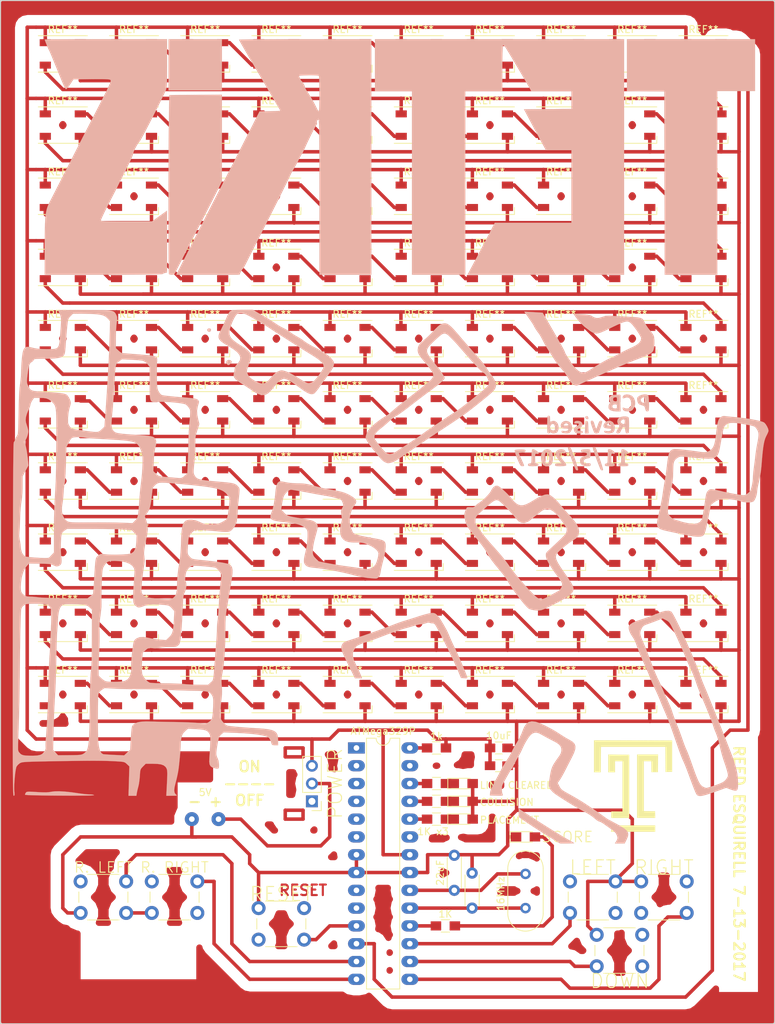
<source format=kicad_pcb>
(kicad_pcb (version 4) (host pcbnew 4.0.6)
  (layers (0 F.Cu signal) (31 B.Cu signal) (34 B.Paste user) (35 F.Paste user) (36 B.SilkS user) (37 F.SilkS user) (38 B.Mask user) (39 F.Mask user) (44 Edge.Cuts user))
  (net 0 "")
  (module TEST:temple_graphic (layer F.Cu) (at 180.34 123.19)
    (fp_text reference G*** hide)
    (fp_text value LOGO hide)
  )
  (module LEDs:LED_WS2812B-PLCC4 (layer F.Cu) (at 121.92 113.03)
    (fp_text reference REF** (at 0 -3.5) (layer F.SilkS))
    (fp_text value LED_WS2812B-PLCC4)
    (pad 3 smd rect (at 2.5 1.6) (size 1.6 1) (layers F.Cu F.Paste F.Mask))
    (pad 4 smd rect (at 2.5 -1.6) (size 1.6 1) (layers F.Cu F.Paste F.Mask))
    (pad 2 smd rect (at -2.5 1.6) (size 1.6 1) (layers F.Cu F.Paste F.Mask))
    (pad 1 smd rect (at -2.5 -1.6) (size 1.6 1) (layers F.Cu F.Paste F.Mask))
  )
  (module Housings_DIP:DIP-28_W7.62mm_LongPads (layer F.Cu) (at 143.51 120.65)
    (fp_text reference ATMega329P (at 3.81 -2.39) (layer F.SilkS))
    (fp_text value DIP-28_W7.62mm_LongPads)
    (pad 1 thru_hole rect (at 0 0) (size 2.4 1.6) (drill 0.8) (layers *.Cu *.Mask))
    (pad 15 thru_hole oval (at 7.62 33.02) (size 2.4 1.6) (drill 0.8) (layers *.Cu *.Mask))
    (pad 2 thru_hole oval (at 0 2.54) (size 2.4 1.6) (drill 0.8) (layers *.Cu *.Mask))
    (pad 16 thru_hole oval (at 7.62 30.48) (size 2.4 1.6) (drill 0.8) (layers *.Cu *.Mask))
    (pad 3 thru_hole oval (at 0 5.08) (size 2.4 1.6) (drill 0.8) (layers *.Cu *.Mask))
    (pad 17 thru_hole oval (at 7.62 27.94) (size 2.4 1.6) (drill 0.8) (layers *.Cu *.Mask))
    (pad 4 thru_hole oval (at 0 7.62) (size 2.4 1.6) (drill 0.8) (layers *.Cu *.Mask))
    (pad 18 thru_hole oval (at 7.62 25.4) (size 2.4 1.6) (drill 0.8) (layers *.Cu *.Mask))
    (pad 5 thru_hole oval (at 0 10.16) (size 2.4 1.6) (drill 0.8) (layers *.Cu *.Mask))
    (pad 19 thru_hole oval (at 7.62 22.86) (size 2.4 1.6) (drill 0.8) (layers *.Cu *.Mask))
    (pad 6 thru_hole oval (at 0 12.7) (size 2.4 1.6) (drill 0.8) (layers *.Cu *.Mask))
    (pad 20 thru_hole oval (at 7.62 20.32) (size 2.4 1.6) (drill 0.8) (layers *.Cu *.Mask))
    (pad 7 thru_hole oval (at 0 15.24) (size 2.4 1.6) (drill 0.8) (layers *.Cu *.Mask))
    (pad 21 thru_hole oval (at 7.62 17.78) (size 2.4 1.6) (drill 0.8) (layers *.Cu *.Mask))
    (pad 8 thru_hole oval (at 0 17.78) (size 2.4 1.6) (drill 0.8) (layers *.Cu *.Mask))
    (pad 22 thru_hole oval (at 7.62 15.24) (size 2.4 1.6) (drill 0.8) (layers *.Cu *.Mask))
    (pad 9 thru_hole oval (at 0 20.32) (size 2.4 1.6) (drill 0.8) (layers *.Cu *.Mask))
    (pad 23 thru_hole oval (at 7.62 12.7) (size 2.4 1.6) (drill 0.8) (layers *.Cu *.Mask))
    (pad 10 thru_hole oval (at 0 22.86) (size 2.4 1.6) (drill 0.8) (layers *.Cu *.Mask))
    (pad 24 thru_hole oval (at 7.62 10.16) (size 2.4 1.6) (drill 0.8) (layers *.Cu *.Mask))
    (pad 11 thru_hole oval (at 0 25.4) (size 2.4 1.6) (drill 0.8) (layers *.Cu *.Mask))
    (pad 25 thru_hole oval (at 7.62 7.62) (size 2.4 1.6) (drill 0.8) (layers *.Cu *.Mask))
    (pad 12 thru_hole oval (at 0 27.94) (size 2.4 1.6) (drill 0.8) (layers *.Cu *.Mask))
    (pad 26 thru_hole oval (at 7.62 5.08) (size 2.4 1.6) (drill 0.8) (layers *.Cu *.Mask))
    (pad 13 thru_hole oval (at 0 30.48) (size 2.4 1.6) (drill 0.8) (layers *.Cu *.Mask))
    (pad 27 thru_hole oval (at 7.62 2.54) (size 2.4 1.6) (drill 0.8) (layers *.Cu *.Mask))
    (pad 14 thru_hole oval (at 0 33.02) (size 2.4 1.6) (drill 0.8) (layers *.Cu *.Mask))
    (pad 28 thru_hole oval (at 7.62 0) (size 2.4 1.6) (drill 0.8) (layers *.Cu *.Mask))
  )
  (module LEDs:LED_WS2812B-PLCC4 (layer F.Cu) (at 101.6 72.39)
    (fp_text reference REF** (at 0 -3.5) (layer F.SilkS))
    (fp_text value LED_WS2812B-PLCC4)
    (pad 3 smd rect (at 2.5 1.6) (size 1.6 1) (layers F.Cu F.Paste F.Mask))
    (pad 4 smd rect (at 2.5 -1.6) (size 1.6 1) (layers F.Cu F.Paste F.Mask))
    (pad 2 smd rect (at -2.5 1.6) (size 1.6 1) (layers F.Cu F.Paste F.Mask))
    (pad 1 smd rect (at -2.5 -1.6) (size 1.6 1) (layers F.Cu F.Paste F.Mask))
  )
  (module LEDs:LED_WS2812B-PLCC4 (layer F.Cu) (at 101.6 21.59)
    (fp_text reference REF** (at 0 -3.5) (layer F.SilkS))
    (fp_text value LED_WS2812B-PLCC4)
    (pad 3 smd rect (at 2.5 1.6) (size 1.6 1) (layers F.Cu F.Paste F.Mask))
    (pad 4 smd rect (at 2.5 -1.6) (size 1.6 1) (layers F.Cu F.Paste F.Mask))
    (pad 2 smd rect (at -2.5 1.6) (size 1.6 1) (layers F.Cu F.Paste F.Mask))
    (pad 1 smd rect (at -2.5 -1.6) (size 1.6 1) (layers F.Cu F.Paste F.Mask))
  )
  (module LEDs:LED_WS2812B-PLCC4 (layer F.Cu) (at 101.6 31.75)
    (fp_text reference REF** (at 0 -3.5) (layer F.SilkS))
    (fp_text value LED_WS2812B-PLCC4)
    (pad 3 smd rect (at 2.5 1.6) (size 1.6 1) (layers F.Cu F.Paste F.Mask))
    (pad 4 smd rect (at 2.5 -1.6) (size 1.6 1) (layers F.Cu F.Paste F.Mask))
    (pad 2 smd rect (at -2.5 1.6) (size 1.6 1) (layers F.Cu F.Paste F.Mask))
    (pad 1 smd rect (at -2.5 -1.6) (size 1.6 1) (layers F.Cu F.Paste F.Mask))
  )
  (module LEDs:LED_WS2812B-PLCC4 (layer F.Cu) (at 111.76 31.75)
    (fp_text reference REF** (at 0 -3.5) (layer F.SilkS))
    (fp_text value LED_WS2812B-PLCC4)
    (pad 3 smd rect (at 2.5 1.6) (size 1.6 1) (layers F.Cu F.Paste F.Mask))
    (pad 4 smd rect (at 2.5 -1.6) (size 1.6 1) (layers F.Cu F.Paste F.Mask))
    (pad 2 smd rect (at -2.5 1.6) (size 1.6 1) (layers F.Cu F.Paste F.Mask))
    (pad 1 smd rect (at -2.5 -1.6) (size 1.6 1) (layers F.Cu F.Paste F.Mask))
  )
  (module LEDs:LED_WS2812B-PLCC4 (layer F.Cu) (at 111.76 21.59)
    (fp_text reference REF** (at 0 -3.5) (layer F.SilkS))
    (fp_text value LED_WS2812B-PLCC4)
    (pad 3 smd rect (at 2.5 1.6) (size 1.6 1) (layers F.Cu F.Paste F.Mask))
    (pad 4 smd rect (at 2.5 -1.6) (size 1.6 1) (layers F.Cu F.Paste F.Mask))
    (pad 2 smd rect (at -2.5 1.6) (size 1.6 1) (layers F.Cu F.Paste F.Mask))
    (pad 1 smd rect (at -2.5 -1.6) (size 1.6 1) (layers F.Cu F.Paste F.Mask))
  )
  (module LEDs:LED_WS2812B-PLCC4 (layer F.Cu) (at 121.92 21.59)
    (fp_text reference REF** (at 0 -3.5) (layer F.SilkS))
    (fp_text value LED_WS2812B-PLCC4)
    (pad 3 smd rect (at 2.5 1.6) (size 1.6 1) (layers F.Cu F.Paste F.Mask))
    (pad 4 smd rect (at 2.5 -1.6) (size 1.6 1) (layers F.Cu F.Paste F.Mask))
    (pad 2 smd rect (at -2.5 1.6) (size 1.6 1) (layers F.Cu F.Paste F.Mask))
    (pad 1 smd rect (at -2.5 -1.6) (size 1.6 1) (layers F.Cu F.Paste F.Mask))
  )
  (module LEDs:LED_WS2812B-PLCC4 (layer F.Cu) (at 132.08 21.59)
    (fp_text reference REF** (at 0 -3.5) (layer F.SilkS))
    (fp_text value LED_WS2812B-PLCC4)
    (pad 3 smd rect (at 2.5 1.6) (size 1.6 1) (layers F.Cu F.Paste F.Mask))
    (pad 4 smd rect (at 2.5 -1.6) (size 1.6 1) (layers F.Cu F.Paste F.Mask))
    (pad 2 smd rect (at -2.5 1.6) (size 1.6 1) (layers F.Cu F.Paste F.Mask))
    (pad 1 smd rect (at -2.5 -1.6) (size 1.6 1) (layers F.Cu F.Paste F.Mask))
  )
  (module LEDs:LED_WS2812B-PLCC4 (layer F.Cu) (at 142.24 21.59)
    (fp_text reference REF** (at 0 -3.5) (layer F.SilkS))
    (fp_text value LED_WS2812B-PLCC4)
    (pad 3 smd rect (at 2.5 1.6) (size 1.6 1) (layers F.Cu F.Paste F.Mask))
    (pad 4 smd rect (at 2.5 -1.6) (size 1.6 1) (layers F.Cu F.Paste F.Mask))
    (pad 2 smd rect (at -2.5 1.6) (size 1.6 1) (layers F.Cu F.Paste F.Mask))
    (pad 1 smd rect (at -2.5 -1.6) (size 1.6 1) (layers F.Cu F.Paste F.Mask))
  )
  (module LEDs:LED_WS2812B-PLCC4 (layer F.Cu) (at 152.4 21.59)
    (fp_text reference REF** (at 0 -3.5) (layer F.SilkS))
    (fp_text value LED_WS2812B-PLCC4)
    (pad 3 smd rect (at 2.5 1.6) (size 1.6 1) (layers F.Cu F.Paste F.Mask))
    (pad 4 smd rect (at 2.5 -1.6) (size 1.6 1) (layers F.Cu F.Paste F.Mask))
    (pad 2 smd rect (at -2.5 1.6) (size 1.6 1) (layers F.Cu F.Paste F.Mask))
    (pad 1 smd rect (at -2.5 -1.6) (size 1.6 1) (layers F.Cu F.Paste F.Mask))
  )
  (module LEDs:LED_WS2812B-PLCC4 (layer F.Cu) (at 162.56 21.59)
    (fp_text reference REF** (at 0 -3.5) (layer F.SilkS))
    (fp_text value LED_WS2812B-PLCC4)
    (pad 3 smd rect (at 2.5 1.6) (size 1.6 1) (layers F.Cu F.Paste F.Mask))
    (pad 4 smd rect (at 2.5 -1.6) (size 1.6 1) (layers F.Cu F.Paste F.Mask))
    (pad 2 smd rect (at -2.5 1.6) (size 1.6 1) (layers F.Cu F.Paste F.Mask))
    (pad 1 smd rect (at -2.5 -1.6) (size 1.6 1) (layers F.Cu F.Paste F.Mask))
  )
  (module LEDs:LED_WS2812B-PLCC4 (layer F.Cu) (at 172.72 21.59)
    (fp_text reference REF** (at 0 -3.5) (layer F.SilkS))
    (fp_text value LED_WS2812B-PLCC4)
    (pad 3 smd rect (at 2.5 1.6) (size 1.6 1) (layers F.Cu F.Paste F.Mask))
    (pad 4 smd rect (at 2.5 -1.6) (size 1.6 1) (layers F.Cu F.Paste F.Mask))
    (pad 2 smd rect (at -2.5 1.6) (size 1.6 1) (layers F.Cu F.Paste F.Mask))
    (pad 1 smd rect (at -2.5 -1.6) (size 1.6 1) (layers F.Cu F.Paste F.Mask))
  )
  (module LEDs:LED_WS2812B-PLCC4 (layer F.Cu) (at 182.88 21.59)
    (fp_text reference REF** (at 0 -3.5) (layer F.SilkS))
    (fp_text value LED_WS2812B-PLCC4)
    (pad 3 smd rect (at 2.5 1.6) (size 1.6 1) (layers F.Cu F.Paste F.Mask))
    (pad 4 smd rect (at 2.5 -1.6) (size 1.6 1) (layers F.Cu F.Paste F.Mask))
    (pad 2 smd rect (at -2.5 1.6) (size 1.6 1) (layers F.Cu F.Paste F.Mask))
    (pad 1 smd rect (at -2.5 -1.6) (size 1.6 1) (layers F.Cu F.Paste F.Mask))
  )
  (module LEDs:LED_WS2812B-PLCC4 (layer F.Cu) (at 193.04 21.59)
    (fp_text reference REF** (at 0 -3.5) (layer F.SilkS))
    (fp_text value LED_WS2812B-PLCC4)
    (pad 3 smd rect (at 2.5 1.6) (size 1.6 1) (layers F.Cu F.Paste F.Mask))
    (pad 4 smd rect (at 2.5 -1.6) (size 1.6 1) (layers F.Cu F.Paste F.Mask))
    (pad 2 smd rect (at -2.5 1.6) (size 1.6 1) (layers F.Cu F.Paste F.Mask))
    (pad 1 smd rect (at -2.5 -1.6) (size 1.6 1) (layers F.Cu F.Paste F.Mask))
  )
  (module LEDs:LED_WS2812B-PLCC4 (layer F.Cu) (at 121.92 31.75)
    (fp_text reference REF** (at 0 -3.5) (layer F.SilkS))
    (fp_text value LED_WS2812B-PLCC4)
    (pad 3 smd rect (at 2.5 1.6) (size 1.6 1) (layers F.Cu F.Paste F.Mask))
    (pad 4 smd rect (at 2.5 -1.6) (size 1.6 1) (layers F.Cu F.Paste F.Mask))
    (pad 2 smd rect (at -2.5 1.6) (size 1.6 1) (layers F.Cu F.Paste F.Mask))
    (pad 1 smd rect (at -2.5 -1.6) (size 1.6 1) (layers F.Cu F.Paste F.Mask))
  )
  (module LEDs:LED_WS2812B-PLCC4 (layer F.Cu) (at 132.08 31.75)
    (fp_text reference REF** (at 0 -3.5) (layer F.SilkS))
    (fp_text value LED_WS2812B-PLCC4)
    (pad 3 smd rect (at 2.5 1.6) (size 1.6 1) (layers F.Cu F.Paste F.Mask))
    (pad 4 smd rect (at 2.5 -1.6) (size 1.6 1) (layers F.Cu F.Paste F.Mask))
    (pad 2 smd rect (at -2.5 1.6) (size 1.6 1) (layers F.Cu F.Paste F.Mask))
    (pad 1 smd rect (at -2.5 -1.6) (size 1.6 1) (layers F.Cu F.Paste F.Mask))
  )
  (module LEDs:LED_WS2812B-PLCC4 (layer F.Cu) (at 142.24 31.75)
    (fp_text reference REF** (at 0 -3.5) (layer F.SilkS))
    (fp_text value LED_WS2812B-PLCC4)
    (pad 3 smd rect (at 2.5 1.6) (size 1.6 1) (layers F.Cu F.Paste F.Mask))
    (pad 4 smd rect (at 2.5 -1.6) (size 1.6 1) (layers F.Cu F.Paste F.Mask))
    (pad 2 smd rect (at -2.5 1.6) (size 1.6 1) (layers F.Cu F.Paste F.Mask))
    (pad 1 smd rect (at -2.5 -1.6) (size 1.6 1) (layers F.Cu F.Paste F.Mask))
  )
  (module LEDs:LED_WS2812B-PLCC4 (layer F.Cu) (at 152.4 31.75)
    (fp_text reference REF** (at 0 -3.5) (layer F.SilkS))
    (fp_text value LED_WS2812B-PLCC4)
    (pad 3 smd rect (at 2.5 1.6) (size 1.6 1) (layers F.Cu F.Paste F.Mask))
    (pad 4 smd rect (at 2.5 -1.6) (size 1.6 1) (layers F.Cu F.Paste F.Mask))
    (pad 2 smd rect (at -2.5 1.6) (size 1.6 1) (layers F.Cu F.Paste F.Mask))
    (pad 1 smd rect (at -2.5 -1.6) (size 1.6 1) (layers F.Cu F.Paste F.Mask))
  )
  (module LEDs:LED_WS2812B-PLCC4 (layer F.Cu) (at 162.56 31.75)
    (fp_text reference REF** (at 0 -3.5) (layer F.SilkS))
    (fp_text value LED_WS2812B-PLCC4)
    (pad 3 smd rect (at 2.5 1.6) (size 1.6 1) (layers F.Cu F.Paste F.Mask))
    (pad 4 smd rect (at 2.5 -1.6) (size 1.6 1) (layers F.Cu F.Paste F.Mask))
    (pad 2 smd rect (at -2.5 1.6) (size 1.6 1) (layers F.Cu F.Paste F.Mask))
    (pad 1 smd rect (at -2.5 -1.6) (size 1.6 1) (layers F.Cu F.Paste F.Mask))
  )
  (module LEDs:LED_WS2812B-PLCC4 (layer F.Cu) (at 172.72 31.75)
    (fp_text reference REF** (at 0 -3.5) (layer F.SilkS))
    (fp_text value LED_WS2812B-PLCC4)
    (pad 3 smd rect (at 2.5 1.6) (size 1.6 1) (layers F.Cu F.Paste F.Mask))
    (pad 4 smd rect (at 2.5 -1.6) (size 1.6 1) (layers F.Cu F.Paste F.Mask))
    (pad 2 smd rect (at -2.5 1.6) (size 1.6 1) (layers F.Cu F.Paste F.Mask))
    (pad 1 smd rect (at -2.5 -1.6) (size 1.6 1) (layers F.Cu F.Paste F.Mask))
  )
  (module LEDs:LED_WS2812B-PLCC4 (layer F.Cu) (at 182.88 31.75)
    (fp_text reference REF** (at 0 -3.5) (layer F.SilkS))
    (fp_text value LED_WS2812B-PLCC4)
    (pad 3 smd rect (at 2.5 1.6) (size 1.6 1) (layers F.Cu F.Paste F.Mask))
    (pad 4 smd rect (at 2.5 -1.6) (size 1.6 1) (layers F.Cu F.Paste F.Mask))
    (pad 2 smd rect (at -2.5 1.6) (size 1.6 1) (layers F.Cu F.Paste F.Mask))
    (pad 1 smd rect (at -2.5 -1.6) (size 1.6 1) (layers F.Cu F.Paste F.Mask))
  )
  (module LEDs:LED_WS2812B-PLCC4 (layer F.Cu) (at 193.04 31.75)
    (fp_text reference REF** (at 0 -3.5) (layer F.SilkS))
    (fp_text value LED_WS2812B-PLCC4)
    (pad 3 smd rect (at 2.5 1.6) (size 1.6 1) (layers F.Cu F.Paste F.Mask))
    (pad 4 smd rect (at 2.5 -1.6) (size 1.6 1) (layers F.Cu F.Paste F.Mask))
    (pad 2 smd rect (at -2.5 1.6) (size 1.6 1) (layers F.Cu F.Paste F.Mask))
    (pad 1 smd rect (at -2.5 -1.6) (size 1.6 1) (layers F.Cu F.Paste F.Mask))
  )
  (module LEDs:LED_WS2812B-PLCC4 (layer F.Cu) (at 101.6 41.91)
    (fp_text reference REF** (at 0 -3.5) (layer F.SilkS))
    (fp_text value LED_WS2812B-PLCC4)
    (pad 3 smd rect (at 2.5 1.6) (size 1.6 1) (layers F.Cu F.Paste F.Mask))
    (pad 4 smd rect (at 2.5 -1.6) (size 1.6 1) (layers F.Cu F.Paste F.Mask))
    (pad 2 smd rect (at -2.5 1.6) (size 1.6 1) (layers F.Cu F.Paste F.Mask))
    (pad 1 smd rect (at -2.5 -1.6) (size 1.6 1) (layers F.Cu F.Paste F.Mask))
  )
  (module LEDs:LED_WS2812B-PLCC4 (layer F.Cu) (at 111.76 41.91)
    (fp_text reference REF** (at 0 -3.5) (layer F.SilkS))
    (fp_text value LED_WS2812B-PLCC4)
    (pad 3 smd rect (at 2.5 1.6) (size 1.6 1) (layers F.Cu F.Paste F.Mask))
    (pad 4 smd rect (at 2.5 -1.6) (size 1.6 1) (layers F.Cu F.Paste F.Mask))
    (pad 2 smd rect (at -2.5 1.6) (size 1.6 1) (layers F.Cu F.Paste F.Mask))
    (pad 1 smd rect (at -2.5 -1.6) (size 1.6 1) (layers F.Cu F.Paste F.Mask))
  )
  (module LEDs:LED_WS2812B-PLCC4 (layer F.Cu) (at 101.6 52.07)
    (fp_text reference REF** (at 0 -3.5) (layer F.SilkS))
    (fp_text value LED_WS2812B-PLCC4)
    (pad 3 smd rect (at 2.5 1.6) (size 1.6 1) (layers F.Cu F.Paste F.Mask))
    (pad 4 smd rect (at 2.5 -1.6) (size 1.6 1) (layers F.Cu F.Paste F.Mask))
    (pad 2 smd rect (at -2.5 1.6) (size 1.6 1) (layers F.Cu F.Paste F.Mask))
    (pad 1 smd rect (at -2.5 -1.6) (size 1.6 1) (layers F.Cu F.Paste F.Mask))
  )
  (module LEDs:LED_WS2812B-PLCC4 (layer F.Cu) (at 101.6 62.23)
    (fp_text reference REF** (at 0 -3.5) (layer F.SilkS))
    (fp_text value LED_WS2812B-PLCC4)
    (pad 3 smd rect (at 2.5 1.6) (size 1.6 1) (layers F.Cu F.Paste F.Mask))
    (pad 4 smd rect (at 2.5 -1.6) (size 1.6 1) (layers F.Cu F.Paste F.Mask))
    (pad 2 smd rect (at -2.5 1.6) (size 1.6 1) (layers F.Cu F.Paste F.Mask))
    (pad 1 smd rect (at -2.5 -1.6) (size 1.6 1) (layers F.Cu F.Paste F.Mask))
  )
  (module LEDs:LED_WS2812B-PLCC4 (layer F.Cu) (at 101.6 82.55)
    (fp_text reference REF** (at 0 -3.5) (layer F.SilkS))
    (fp_text value LED_WS2812B-PLCC4)
    (pad 3 smd rect (at 2.5 1.6) (size 1.6 1) (layers F.Cu F.Paste F.Mask))
    (pad 4 smd rect (at 2.5 -1.6) (size 1.6 1) (layers F.Cu F.Paste F.Mask))
    (pad 2 smd rect (at -2.5 1.6) (size 1.6 1) (layers F.Cu F.Paste F.Mask))
    (pad 1 smd rect (at -2.5 -1.6) (size 1.6 1) (layers F.Cu F.Paste F.Mask))
  )
  (module LEDs:LED_WS2812B-PLCC4 (layer F.Cu) (at 101.6 92.71)
    (fp_text reference REF** (at 0 -3.5) (layer F.SilkS))
    (fp_text value LED_WS2812B-PLCC4)
    (pad 3 smd rect (at 2.5 1.6) (size 1.6 1) (layers F.Cu F.Paste F.Mask))
    (pad 4 smd rect (at 2.5 -1.6) (size 1.6 1) (layers F.Cu F.Paste F.Mask))
    (pad 2 smd rect (at -2.5 1.6) (size 1.6 1) (layers F.Cu F.Paste F.Mask))
    (pad 1 smd rect (at -2.5 -1.6) (size 1.6 1) (layers F.Cu F.Paste F.Mask))
  )
  (module LEDs:LED_WS2812B-PLCC4 (layer F.Cu) (at 101.6 102.87)
    (fp_text reference REF** (at 0 -3.5) (layer F.SilkS))
    (fp_text value LED_WS2812B-PLCC4)
    (pad 3 smd rect (at 2.5 1.6) (size 1.6 1) (layers F.Cu F.Paste F.Mask))
    (pad 4 smd rect (at 2.5 -1.6) (size 1.6 1) (layers F.Cu F.Paste F.Mask))
    (pad 2 smd rect (at -2.5 1.6) (size 1.6 1) (layers F.Cu F.Paste F.Mask))
    (pad 1 smd rect (at -2.5 -1.6) (size 1.6 1) (layers F.Cu F.Paste F.Mask))
  )
  (module LEDs:LED_WS2812B-PLCC4 (layer F.Cu) (at 101.6 113.03)
    (fp_text reference REF** (at 0 -3.5) (layer F.SilkS))
    (fp_text value LED_WS2812B-PLCC4)
    (pad 3 smd rect (at 2.5 1.6) (size 1.6 1) (layers F.Cu F.Paste F.Mask))
    (pad 4 smd rect (at 2.5 -1.6) (size 1.6 1) (layers F.Cu F.Paste F.Mask))
    (pad 2 smd rect (at -2.5 1.6) (size 1.6 1) (layers F.Cu F.Paste F.Mask))
    (pad 1 smd rect (at -2.5 -1.6) (size 1.6 1) (layers F.Cu F.Paste F.Mask))
  )
  (module LEDs:LED_WS2812B-PLCC4 (layer F.Cu) (at 111.76 52.07)
    (fp_text reference REF** (at 0 -3.5) (layer F.SilkS))
    (fp_text value LED_WS2812B-PLCC4)
    (pad 3 smd rect (at 2.5 1.6) (size 1.6 1) (layers F.Cu F.Paste F.Mask))
    (pad 4 smd rect (at 2.5 -1.6) (size 1.6 1) (layers F.Cu F.Paste F.Mask))
    (pad 2 smd rect (at -2.5 1.6) (size 1.6 1) (layers F.Cu F.Paste F.Mask))
    (pad 1 smd rect (at -2.5 -1.6) (size 1.6 1) (layers F.Cu F.Paste F.Mask))
  )
  (module LEDs:LED_WS2812B-PLCC4 (layer F.Cu) (at 111.76 62.23)
    (fp_text reference REF** (at 0 -3.5) (layer F.SilkS))
    (fp_text value LED_WS2812B-PLCC4)
    (pad 3 smd rect (at 2.5 1.6) (size 1.6 1) (layers F.Cu F.Paste F.Mask))
    (pad 4 smd rect (at 2.5 -1.6) (size 1.6 1) (layers F.Cu F.Paste F.Mask))
    (pad 2 smd rect (at -2.5 1.6) (size 1.6 1) (layers F.Cu F.Paste F.Mask))
    (pad 1 smd rect (at -2.5 -1.6) (size 1.6 1) (layers F.Cu F.Paste F.Mask))
  )
  (module LEDs:LED_WS2812B-PLCC4 (layer F.Cu) (at 121.92 41.91)
    (fp_text reference REF** (at 0 -3.5) (layer F.SilkS))
    (fp_text value LED_WS2812B-PLCC4)
    (pad 3 smd rect (at 2.5 1.6) (size 1.6 1) (layers F.Cu F.Paste F.Mask))
    (pad 4 smd rect (at 2.5 -1.6) (size 1.6 1) (layers F.Cu F.Paste F.Mask))
    (pad 2 smd rect (at -2.5 1.6) (size 1.6 1) (layers F.Cu F.Paste F.Mask))
    (pad 1 smd rect (at -2.5 -1.6) (size 1.6 1) (layers F.Cu F.Paste F.Mask))
  )
  (module LEDs:LED_WS2812B-PLCC4 (layer F.Cu) (at 132.08 41.91)
    (fp_text reference REF** (at 0 -3.5) (layer F.SilkS))
    (fp_text value LED_WS2812B-PLCC4)
    (pad 3 smd rect (at 2.5 1.6) (size 1.6 1) (layers F.Cu F.Paste F.Mask))
    (pad 4 smd rect (at 2.5 -1.6) (size 1.6 1) (layers F.Cu F.Paste F.Mask))
    (pad 2 smd rect (at -2.5 1.6) (size 1.6 1) (layers F.Cu F.Paste F.Mask))
    (pad 1 smd rect (at -2.5 -1.6) (size 1.6 1) (layers F.Cu F.Paste F.Mask))
  )
  (module LEDs:LED_WS2812B-PLCC4 (layer F.Cu) (at 121.92 52.07)
    (fp_text reference REF** (at 0 -3.5) (layer F.SilkS))
    (fp_text value LED_WS2812B-PLCC4)
    (pad 3 smd rect (at 2.5 1.6) (size 1.6 1) (layers F.Cu F.Paste F.Mask))
    (pad 4 smd rect (at 2.5 -1.6) (size 1.6 1) (layers F.Cu F.Paste F.Mask))
    (pad 2 smd rect (at -2.5 1.6) (size 1.6 1) (layers F.Cu F.Paste F.Mask))
    (pad 1 smd rect (at -2.5 -1.6) (size 1.6 1) (layers F.Cu F.Paste F.Mask))
  )
  (module LEDs:LED_WS2812B-PLCC4 (layer F.Cu) (at 132.08 52.07)
    (fp_text reference REF** (at 0 -3.5) (layer F.SilkS))
    (fp_text value LED_WS2812B-PLCC4)
    (pad 3 smd rect (at 2.5 1.6) (size 1.6 1) (layers F.Cu F.Paste F.Mask))
    (pad 4 smd rect (at 2.5 -1.6) (size 1.6 1) (layers F.Cu F.Paste F.Mask))
    (pad 2 smd rect (at -2.5 1.6) (size 1.6 1) (layers F.Cu F.Paste F.Mask))
    (pad 1 smd rect (at -2.5 -1.6) (size 1.6 1) (layers F.Cu F.Paste F.Mask))
  )
  (module LEDs:LED_WS2812B-PLCC4 (layer F.Cu) (at 121.92 62.23)
    (fp_text reference REF** (at 0 -3.5) (layer F.SilkS))
    (fp_text value LED_WS2812B-PLCC4)
    (pad 3 smd rect (at 2.5 1.6) (size 1.6 1) (layers F.Cu F.Paste F.Mask))
    (pad 4 smd rect (at 2.5 -1.6) (size 1.6 1) (layers F.Cu F.Paste F.Mask))
    (pad 2 smd rect (at -2.5 1.6) (size 1.6 1) (layers F.Cu F.Paste F.Mask))
    (pad 1 smd rect (at -2.5 -1.6) (size 1.6 1) (layers F.Cu F.Paste F.Mask))
  )
  (module LEDs:LED_WS2812B-PLCC4 (layer F.Cu) (at 132.08 62.23)
    (fp_text reference REF** (at 0 -3.5) (layer F.SilkS))
    (fp_text value LED_WS2812B-PLCC4)
    (pad 3 smd rect (at 2.5 1.6) (size 1.6 1) (layers F.Cu F.Paste F.Mask))
    (pad 4 smd rect (at 2.5 -1.6) (size 1.6 1) (layers F.Cu F.Paste F.Mask))
    (pad 2 smd rect (at -2.5 1.6) (size 1.6 1) (layers F.Cu F.Paste F.Mask))
    (pad 1 smd rect (at -2.5 -1.6) (size 1.6 1) (layers F.Cu F.Paste F.Mask))
  )
  (module LEDs:LED_WS2812B-PLCC4 (layer F.Cu) (at 111.76 72.39)
    (fp_text reference REF** (at 0 -3.5) (layer F.SilkS))
    (fp_text value LED_WS2812B-PLCC4)
    (pad 3 smd rect (at 2.5 1.6) (size 1.6 1) (layers F.Cu F.Paste F.Mask))
    (pad 4 smd rect (at 2.5 -1.6) (size 1.6 1) (layers F.Cu F.Paste F.Mask))
    (pad 2 smd rect (at -2.5 1.6) (size 1.6 1) (layers F.Cu F.Paste F.Mask))
    (pad 1 smd rect (at -2.5 -1.6) (size 1.6 1) (layers F.Cu F.Paste F.Mask))
  )
  (module LEDs:LED_WS2812B-PLCC4 (layer F.Cu) (at 121.92 72.39)
    (fp_text reference REF** (at 0 -3.5) (layer F.SilkS))
    (fp_text value LED_WS2812B-PLCC4)
    (pad 3 smd rect (at 2.5 1.6) (size 1.6 1) (layers F.Cu F.Paste F.Mask))
    (pad 4 smd rect (at 2.5 -1.6) (size 1.6 1) (layers F.Cu F.Paste F.Mask))
    (pad 2 smd rect (at -2.5 1.6) (size 1.6 1) (layers F.Cu F.Paste F.Mask))
    (pad 1 smd rect (at -2.5 -1.6) (size 1.6 1) (layers F.Cu F.Paste F.Mask))
  )
  (module LEDs:LED_WS2812B-PLCC4 (layer F.Cu) (at 132.08 72.39)
    (fp_text reference REF** (at 0 -3.5) (layer F.SilkS))
    (fp_text value LED_WS2812B-PLCC4)
    (pad 3 smd rect (at 2.5 1.6) (size 1.6 1) (layers F.Cu F.Paste F.Mask))
    (pad 4 smd rect (at 2.5 -1.6) (size 1.6 1) (layers F.Cu F.Paste F.Mask))
    (pad 2 smd rect (at -2.5 1.6) (size 1.6 1) (layers F.Cu F.Paste F.Mask))
    (pad 1 smd rect (at -2.5 -1.6) (size 1.6 1) (layers F.Cu F.Paste F.Mask))
  )
  (module LEDs:LED_WS2812B-PLCC4 (layer F.Cu) (at 142.24 41.91)
    (fp_text reference REF** (at 0 -3.5) (layer F.SilkS))
    (fp_text value LED_WS2812B-PLCC4)
    (pad 3 smd rect (at 2.5 1.6) (size 1.6 1) (layers F.Cu F.Paste F.Mask))
    (pad 4 smd rect (at 2.5 -1.6) (size 1.6 1) (layers F.Cu F.Paste F.Mask))
    (pad 2 smd rect (at -2.5 1.6) (size 1.6 1) (layers F.Cu F.Paste F.Mask))
    (pad 1 smd rect (at -2.5 -1.6) (size 1.6 1) (layers F.Cu F.Paste F.Mask))
  )
  (module LEDs:LED_WS2812B-PLCC4 (layer F.Cu) (at 152.4 41.91)
    (fp_text reference REF** (at 0 -3.5) (layer F.SilkS))
    (fp_text value LED_WS2812B-PLCC4)
    (pad 3 smd rect (at 2.5 1.6) (size 1.6 1) (layers F.Cu F.Paste F.Mask))
    (pad 4 smd rect (at 2.5 -1.6) (size 1.6 1) (layers F.Cu F.Paste F.Mask))
    (pad 2 smd rect (at -2.5 1.6) (size 1.6 1) (layers F.Cu F.Paste F.Mask))
    (pad 1 smd rect (at -2.5 -1.6) (size 1.6 1) (layers F.Cu F.Paste F.Mask))
  )
  (module LEDs:LED_WS2812B-PLCC4 (layer F.Cu) (at 162.56 41.91)
    (fp_text reference REF** (at 0 -3.5) (layer F.SilkS))
    (fp_text value LED_WS2812B-PLCC4)
    (pad 3 smd rect (at 2.5 1.6) (size 1.6 1) (layers F.Cu F.Paste F.Mask))
    (pad 4 smd rect (at 2.5 -1.6) (size 1.6 1) (layers F.Cu F.Paste F.Mask))
    (pad 2 smd rect (at -2.5 1.6) (size 1.6 1) (layers F.Cu F.Paste F.Mask))
    (pad 1 smd rect (at -2.5 -1.6) (size 1.6 1) (layers F.Cu F.Paste F.Mask))
  )
  (module LEDs:LED_WS2812B-PLCC4 (layer F.Cu) (at 172.72 41.91)
    (fp_text reference REF** (at 0 -3.5) (layer F.SilkS))
    (fp_text value LED_WS2812B-PLCC4)
    (pad 3 smd rect (at 2.5 1.6) (size 1.6 1) (layers F.Cu F.Paste F.Mask))
    (pad 4 smd rect (at 2.5 -1.6) (size 1.6 1) (layers F.Cu F.Paste F.Mask))
    (pad 2 smd rect (at -2.5 1.6) (size 1.6 1) (layers F.Cu F.Paste F.Mask))
    (pad 1 smd rect (at -2.5 -1.6) (size 1.6 1) (layers F.Cu F.Paste F.Mask))
  )
  (module LEDs:LED_WS2812B-PLCC4 (layer F.Cu) (at 182.88 41.91)
    (fp_text reference REF** (at 0 -3.5) (layer F.SilkS))
    (fp_text value LED_WS2812B-PLCC4)
    (pad 3 smd rect (at 2.5 1.6) (size 1.6 1) (layers F.Cu F.Paste F.Mask))
    (pad 4 smd rect (at 2.5 -1.6) (size 1.6 1) (layers F.Cu F.Paste F.Mask))
    (pad 2 smd rect (at -2.5 1.6) (size 1.6 1) (layers F.Cu F.Paste F.Mask))
    (pad 1 smd rect (at -2.5 -1.6) (size 1.6 1) (layers F.Cu F.Paste F.Mask))
  )
  (module LEDs:LED_WS2812B-PLCC4 (layer F.Cu) (at 193.04 41.91)
    (fp_text reference REF** (at 0 -3.5) (layer F.SilkS))
    (fp_text value LED_WS2812B-PLCC4)
    (pad 3 smd rect (at 2.5 1.6) (size 1.6 1) (layers F.Cu F.Paste F.Mask))
    (pad 4 smd rect (at 2.5 -1.6) (size 1.6 1) (layers F.Cu F.Paste F.Mask))
    (pad 2 smd rect (at -2.5 1.6) (size 1.6 1) (layers F.Cu F.Paste F.Mask))
    (pad 1 smd rect (at -2.5 -1.6) (size 1.6 1) (layers F.Cu F.Paste F.Mask))
  )
  (module LEDs:LED_WS2812B-PLCC4 (layer F.Cu) (at 142.24 52.07)
    (fp_text reference REF** (at 0 -3.5) (layer F.SilkS))
    (fp_text value LED_WS2812B-PLCC4)
    (pad 3 smd rect (at 2.5 1.6) (size 1.6 1) (layers F.Cu F.Paste F.Mask))
    (pad 4 smd rect (at 2.5 -1.6) (size 1.6 1) (layers F.Cu F.Paste F.Mask))
    (pad 2 smd rect (at -2.5 1.6) (size 1.6 1) (layers F.Cu F.Paste F.Mask))
    (pad 1 smd rect (at -2.5 -1.6) (size 1.6 1) (layers F.Cu F.Paste F.Mask))
  )
  (module LEDs:LED_WS2812B-PLCC4 (layer F.Cu) (at 152.4 52.07)
    (fp_text reference REF** (at 0 -3.5) (layer F.SilkS))
    (fp_text value LED_WS2812B-PLCC4)
    (pad 3 smd rect (at 2.5 1.6) (size 1.6 1) (layers F.Cu F.Paste F.Mask))
    (pad 4 smd rect (at 2.5 -1.6) (size 1.6 1) (layers F.Cu F.Paste F.Mask))
    (pad 2 smd rect (at -2.5 1.6) (size 1.6 1) (layers F.Cu F.Paste F.Mask))
    (pad 1 smd rect (at -2.5 -1.6) (size 1.6 1) (layers F.Cu F.Paste F.Mask))
  )
  (module LEDs:LED_WS2812B-PLCC4 (layer F.Cu) (at 162.56 52.07)
    (fp_text reference REF** (at 0 -3.5) (layer F.SilkS))
    (fp_text value LED_WS2812B-PLCC4)
    (pad 3 smd rect (at 2.5 1.6) (size 1.6 1) (layers F.Cu F.Paste F.Mask))
    (pad 4 smd rect (at 2.5 -1.6) (size 1.6 1) (layers F.Cu F.Paste F.Mask))
    (pad 2 smd rect (at -2.5 1.6) (size 1.6 1) (layers F.Cu F.Paste F.Mask))
    (pad 1 smd rect (at -2.5 -1.6) (size 1.6 1) (layers F.Cu F.Paste F.Mask))
  )
  (module LEDs:LED_WS2812B-PLCC4 (layer F.Cu) (at 172.72 52.07)
    (fp_text reference REF** (at 0 -3.5) (layer F.SilkS))
    (fp_text value LED_WS2812B-PLCC4)
    (pad 3 smd rect (at 2.5 1.6) (size 1.6 1) (layers F.Cu F.Paste F.Mask))
    (pad 4 smd rect (at 2.5 -1.6) (size 1.6 1) (layers F.Cu F.Paste F.Mask))
    (pad 2 smd rect (at -2.5 1.6) (size 1.6 1) (layers F.Cu F.Paste F.Mask))
    (pad 1 smd rect (at -2.5 -1.6) (size 1.6 1) (layers F.Cu F.Paste F.Mask))
  )
  (module LEDs:LED_WS2812B-PLCC4 (layer F.Cu) (at 182.88 52.07)
    (fp_text reference REF** (at 0 -3.5) (layer F.SilkS))
    (fp_text value LED_WS2812B-PLCC4)
    (pad 3 smd rect (at 2.5 1.6) (size 1.6 1) (layers F.Cu F.Paste F.Mask))
    (pad 4 smd rect (at 2.5 -1.6) (size 1.6 1) (layers F.Cu F.Paste F.Mask))
    (pad 2 smd rect (at -2.5 1.6) (size 1.6 1) (layers F.Cu F.Paste F.Mask))
    (pad 1 smd rect (at -2.5 -1.6) (size 1.6 1) (layers F.Cu F.Paste F.Mask))
  )
  (module LEDs:LED_WS2812B-PLCC4 (layer F.Cu) (at 193.04 52.07)
    (fp_text reference REF** (at 0 -3.5) (layer F.SilkS))
    (fp_text value LED_WS2812B-PLCC4)
    (pad 3 smd rect (at 2.5 1.6) (size 1.6 1) (layers F.Cu F.Paste F.Mask))
    (pad 4 smd rect (at 2.5 -1.6) (size 1.6 1) (layers F.Cu F.Paste F.Mask))
    (pad 2 smd rect (at -2.5 1.6) (size 1.6 1) (layers F.Cu F.Paste F.Mask))
    (pad 1 smd rect (at -2.5 -1.6) (size 1.6 1) (layers F.Cu F.Paste F.Mask))
  )
  (module LEDs:LED_WS2812B-PLCC4 (layer F.Cu) (at 142.24 62.23)
    (fp_text reference REF** (at 0 -3.5) (layer F.SilkS))
    (fp_text value LED_WS2812B-PLCC4)
    (pad 3 smd rect (at 2.5 1.6) (size 1.6 1) (layers F.Cu F.Paste F.Mask))
    (pad 4 smd rect (at 2.5 -1.6) (size 1.6 1) (layers F.Cu F.Paste F.Mask))
    (pad 2 smd rect (at -2.5 1.6) (size 1.6 1) (layers F.Cu F.Paste F.Mask))
    (pad 1 smd rect (at -2.5 -1.6) (size 1.6 1) (layers F.Cu F.Paste F.Mask))
  )
  (module LEDs:LED_WS2812B-PLCC4 (layer F.Cu) (at 152.4 62.23)
    (fp_text reference REF** (at 0 -3.5) (layer F.SilkS))
    (fp_text value LED_WS2812B-PLCC4)
    (pad 3 smd rect (at 2.5 1.6) (size 1.6 1) (layers F.Cu F.Paste F.Mask))
    (pad 4 smd rect (at 2.5 -1.6) (size 1.6 1) (layers F.Cu F.Paste F.Mask))
    (pad 2 smd rect (at -2.5 1.6) (size 1.6 1) (layers F.Cu F.Paste F.Mask))
    (pad 1 smd rect (at -2.5 -1.6) (size 1.6 1) (layers F.Cu F.Paste F.Mask))
  )
  (module LEDs:LED_WS2812B-PLCC4 (layer F.Cu) (at 162.56 62.23)
    (fp_text reference REF** (at 0 -3.5) (layer F.SilkS))
    (fp_text value LED_WS2812B-PLCC4)
    (pad 3 smd rect (at 2.5 1.6) (size 1.6 1) (layers F.Cu F.Paste F.Mask))
    (pad 4 smd rect (at 2.5 -1.6) (size 1.6 1) (layers F.Cu F.Paste F.Mask))
    (pad 2 smd rect (at -2.5 1.6) (size 1.6 1) (layers F.Cu F.Paste F.Mask))
    (pad 1 smd rect (at -2.5 -1.6) (size 1.6 1) (layers F.Cu F.Paste F.Mask))
  )
  (module LEDs:LED_WS2812B-PLCC4 (layer F.Cu) (at 172.72 62.23)
    (fp_text reference REF** (at 0 -3.5) (layer F.SilkS))
    (fp_text value LED_WS2812B-PLCC4)
    (pad 3 smd rect (at 2.5 1.6) (size 1.6 1) (layers F.Cu F.Paste F.Mask))
    (pad 4 smd rect (at 2.5 -1.6) (size 1.6 1) (layers F.Cu F.Paste F.Mask))
    (pad 2 smd rect (at -2.5 1.6) (size 1.6 1) (layers F.Cu F.Paste F.Mask))
    (pad 1 smd rect (at -2.5 -1.6) (size 1.6 1) (layers F.Cu F.Paste F.Mask))
  )
  (module LEDs:LED_WS2812B-PLCC4 (layer F.Cu) (at 182.88 62.23)
    (fp_text reference REF** (at 0 -3.5) (layer F.SilkS))
    (fp_text value LED_WS2812B-PLCC4)
    (pad 3 smd rect (at 2.5 1.6) (size 1.6 1) (layers F.Cu F.Paste F.Mask))
    (pad 4 smd rect (at 2.5 -1.6) (size 1.6 1) (layers F.Cu F.Paste F.Mask))
    (pad 2 smd rect (at -2.5 1.6) (size 1.6 1) (layers F.Cu F.Paste F.Mask))
    (pad 1 smd rect (at -2.5 -1.6) (size 1.6 1) (layers F.Cu F.Paste F.Mask))
  )
  (module LEDs:LED_WS2812B-PLCC4 (layer F.Cu) (at 193.04 62.23)
    (fp_text reference REF** (at 0 -3.5) (layer F.SilkS))
    (fp_text value LED_WS2812B-PLCC4)
    (pad 3 smd rect (at 2.5 1.6) (size 1.6 1) (layers F.Cu F.Paste F.Mask))
    (pad 4 smd rect (at 2.5 -1.6) (size 1.6 1) (layers F.Cu F.Paste F.Mask))
    (pad 2 smd rect (at -2.5 1.6) (size 1.6 1) (layers F.Cu F.Paste F.Mask))
    (pad 1 smd rect (at -2.5 -1.6) (size 1.6 1) (layers F.Cu F.Paste F.Mask))
  )
  (module LEDs:LED_WS2812B-PLCC4 (layer F.Cu) (at 111.76 82.55)
    (fp_text reference REF** (at 0 -3.5) (layer F.SilkS))
    (fp_text value LED_WS2812B-PLCC4)
    (pad 3 smd rect (at 2.5 1.6) (size 1.6 1) (layers F.Cu F.Paste F.Mask))
    (pad 4 smd rect (at 2.5 -1.6) (size 1.6 1) (layers F.Cu F.Paste F.Mask))
    (pad 2 smd rect (at -2.5 1.6) (size 1.6 1) (layers F.Cu F.Paste F.Mask))
    (pad 1 smd rect (at -2.5 -1.6) (size 1.6 1) (layers F.Cu F.Paste F.Mask))
  )
  (module LEDs:LED_WS2812B-PLCC4 (layer F.Cu) (at 111.76 92.71)
    (fp_text reference REF** (at 0 -3.5) (layer F.SilkS))
    (fp_text value LED_WS2812B-PLCC4)
    (pad 3 smd rect (at 2.5 1.6) (size 1.6 1) (layers F.Cu F.Paste F.Mask))
    (pad 4 smd rect (at 2.5 -1.6) (size 1.6 1) (layers F.Cu F.Paste F.Mask))
    (pad 2 smd rect (at -2.5 1.6) (size 1.6 1) (layers F.Cu F.Paste F.Mask))
    (pad 1 smd rect (at -2.5 -1.6) (size 1.6 1) (layers F.Cu F.Paste F.Mask))
  )
  (module LEDs:LED_WS2812B-PLCC4 (layer F.Cu) (at 111.76 102.87)
    (fp_text reference REF** (at 0 -3.5) (layer F.SilkS))
    (fp_text value LED_WS2812B-PLCC4)
    (pad 3 smd rect (at 2.5 1.6) (size 1.6 1) (layers F.Cu F.Paste F.Mask))
    (pad 4 smd rect (at 2.5 -1.6) (size 1.6 1) (layers F.Cu F.Paste F.Mask))
    (pad 2 smd rect (at -2.5 1.6) (size 1.6 1) (layers F.Cu F.Paste F.Mask))
    (pad 1 smd rect (at -2.5 -1.6) (size 1.6 1) (layers F.Cu F.Paste F.Mask))
  )
  (module LEDs:LED_WS2812B-PLCC4 (layer F.Cu) (at 111.76 113.03)
    (fp_text reference REF** (at 0 -3.5) (layer F.SilkS))
    (fp_text value LED_WS2812B-PLCC4)
    (pad 3 smd rect (at 2.5 1.6) (size 1.6 1) (layers F.Cu F.Paste F.Mask))
    (pad 4 smd rect (at 2.5 -1.6) (size 1.6 1) (layers F.Cu F.Paste F.Mask))
    (pad 2 smd rect (at -2.5 1.6) (size 1.6 1) (layers F.Cu F.Paste F.Mask))
    (pad 1 smd rect (at -2.5 -1.6) (size 1.6 1) (layers F.Cu F.Paste F.Mask))
  )
  (module LEDs:LED_WS2812B-PLCC4 (layer F.Cu) (at 142.24 72.39)
    (fp_text reference REF** (at 0 -3.5) (layer F.SilkS))
    (fp_text value LED_WS2812B-PLCC4)
    (pad 3 smd rect (at 2.5 1.6) (size 1.6 1) (layers F.Cu F.Paste F.Mask))
    (pad 4 smd rect (at 2.5 -1.6) (size 1.6 1) (layers F.Cu F.Paste F.Mask))
    (pad 2 smd rect (at -2.5 1.6) (size 1.6 1) (layers F.Cu F.Paste F.Mask))
    (pad 1 smd rect (at -2.5 -1.6) (size 1.6 1) (layers F.Cu F.Paste F.Mask))
  )
  (module LEDs:LED_WS2812B-PLCC4 (layer F.Cu) (at 152.4 72.39)
    (fp_text reference REF** (at 0 -3.5) (layer F.SilkS))
    (fp_text value LED_WS2812B-PLCC4)
    (pad 3 smd rect (at 2.5 1.6) (size 1.6 1) (layers F.Cu F.Paste F.Mask))
    (pad 4 smd rect (at 2.5 -1.6) (size 1.6 1) (layers F.Cu F.Paste F.Mask))
    (pad 2 smd rect (at -2.5 1.6) (size 1.6 1) (layers F.Cu F.Paste F.Mask))
    (pad 1 smd rect (at -2.5 -1.6) (size 1.6 1) (layers F.Cu F.Paste F.Mask))
  )
  (module LEDs:LED_WS2812B-PLCC4 (layer F.Cu) (at 121.92 82.55)
    (fp_text reference REF** (at 0 -3.5) (layer F.SilkS))
    (fp_text value LED_WS2812B-PLCC4)
    (pad 3 smd rect (at 2.5 1.6) (size 1.6 1) (layers F.Cu F.Paste F.Mask))
    (pad 4 smd rect (at 2.5 -1.6) (size 1.6 1) (layers F.Cu F.Paste F.Mask))
    (pad 2 smd rect (at -2.5 1.6) (size 1.6 1) (layers F.Cu F.Paste F.Mask))
    (pad 1 smd rect (at -2.5 -1.6) (size 1.6 1) (layers F.Cu F.Paste F.Mask))
  )
  (module LEDs:LED_WS2812B-PLCC4 (layer F.Cu) (at 132.08 82.55)
    (fp_text reference REF** (at 0 -3.5) (layer F.SilkS))
    (fp_text value LED_WS2812B-PLCC4)
    (pad 3 smd rect (at 2.5 1.6) (size 1.6 1) (layers F.Cu F.Paste F.Mask))
    (pad 4 smd rect (at 2.5 -1.6) (size 1.6 1) (layers F.Cu F.Paste F.Mask))
    (pad 2 smd rect (at -2.5 1.6) (size 1.6 1) (layers F.Cu F.Paste F.Mask))
    (pad 1 smd rect (at -2.5 -1.6) (size 1.6 1) (layers F.Cu F.Paste F.Mask))
  )
  (module LEDs:LED_WS2812B-PLCC4 (layer F.Cu) (at 142.24 82.55)
    (fp_text reference REF** (at 0 -3.5) (layer F.SilkS))
    (fp_text value LED_WS2812B-PLCC4)
    (pad 3 smd rect (at 2.5 1.6) (size 1.6 1) (layers F.Cu F.Paste F.Mask))
    (pad 4 smd rect (at 2.5 -1.6) (size 1.6 1) (layers F.Cu F.Paste F.Mask))
    (pad 2 smd rect (at -2.5 1.6) (size 1.6 1) (layers F.Cu F.Paste F.Mask))
    (pad 1 smd rect (at -2.5 -1.6) (size 1.6 1) (layers F.Cu F.Paste F.Mask))
  )
  (module LEDs:LED_WS2812B-PLCC4 (layer F.Cu) (at 152.4 82.55)
    (fp_text reference REF** (at 0 -3.5) (layer F.SilkS))
    (fp_text value LED_WS2812B-PLCC4)
    (pad 3 smd rect (at 2.5 1.6) (size 1.6 1) (layers F.Cu F.Paste F.Mask))
    (pad 4 smd rect (at 2.5 -1.6) (size 1.6 1) (layers F.Cu F.Paste F.Mask))
    (pad 2 smd rect (at -2.5 1.6) (size 1.6 1) (layers F.Cu F.Paste F.Mask))
    (pad 1 smd rect (at -2.5 -1.6) (size 1.6 1) (layers F.Cu F.Paste F.Mask))
  )
  (module LEDs:LED_WS2812B-PLCC4 (layer F.Cu) (at 162.56 72.39)
    (fp_text reference REF** (at 0 -3.5) (layer F.SilkS))
    (fp_text value LED_WS2812B-PLCC4)
    (pad 3 smd rect (at 2.5 1.6) (size 1.6 1) (layers F.Cu F.Paste F.Mask))
    (pad 4 smd rect (at 2.5 -1.6) (size 1.6 1) (layers F.Cu F.Paste F.Mask))
    (pad 2 smd rect (at -2.5 1.6) (size 1.6 1) (layers F.Cu F.Paste F.Mask))
    (pad 1 smd rect (at -2.5 -1.6) (size 1.6 1) (layers F.Cu F.Paste F.Mask))
  )
  (module LEDs:LED_WS2812B-PLCC4 (layer F.Cu) (at 172.72 72.39)
    (fp_text reference REF** (at 0 -3.5) (layer F.SilkS))
    (fp_text value LED_WS2812B-PLCC4)
    (pad 3 smd rect (at 2.5 1.6) (size 1.6 1) (layers F.Cu F.Paste F.Mask))
    (pad 4 smd rect (at 2.5 -1.6) (size 1.6 1) (layers F.Cu F.Paste F.Mask))
    (pad 2 smd rect (at -2.5 1.6) (size 1.6 1) (layers F.Cu F.Paste F.Mask))
    (pad 1 smd rect (at -2.5 -1.6) (size 1.6 1) (layers F.Cu F.Paste F.Mask))
  )
  (module LEDs:LED_WS2812B-PLCC4 (layer F.Cu) (at 182.88 72.39)
    (fp_text reference REF** (at 0 -3.5) (layer F.SilkS))
    (fp_text value LED_WS2812B-PLCC4)
    (pad 3 smd rect (at 2.5 1.6) (size 1.6 1) (layers F.Cu F.Paste F.Mask))
    (pad 4 smd rect (at 2.5 -1.6) (size 1.6 1) (layers F.Cu F.Paste F.Mask))
    (pad 2 smd rect (at -2.5 1.6) (size 1.6 1) (layers F.Cu F.Paste F.Mask))
    (pad 1 smd rect (at -2.5 -1.6) (size 1.6 1) (layers F.Cu F.Paste F.Mask))
  )
  (module LEDs:LED_WS2812B-PLCC4 (layer F.Cu) (at 193.04 72.39)
    (fp_text reference REF** (at 0 -3.5) (layer F.SilkS))
    (fp_text value LED_WS2812B-PLCC4)
    (pad 3 smd rect (at 2.5 1.6) (size 1.6 1) (layers F.Cu F.Paste F.Mask))
    (pad 4 smd rect (at 2.5 -1.6) (size 1.6 1) (layers F.Cu F.Paste F.Mask))
    (pad 2 smd rect (at -2.5 1.6) (size 1.6 1) (layers F.Cu F.Paste F.Mask))
    (pad 1 smd rect (at -2.5 -1.6) (size 1.6 1) (layers F.Cu F.Paste F.Mask))
  )
  (module LEDs:LED_WS2812B-PLCC4 (layer F.Cu) (at 162.56 82.55)
    (fp_text reference REF** (at 0 -3.5) (layer F.SilkS))
    (fp_text value LED_WS2812B-PLCC4)
    (pad 3 smd rect (at 2.5 1.6) (size 1.6 1) (layers F.Cu F.Paste F.Mask))
    (pad 4 smd rect (at 2.5 -1.6) (size 1.6 1) (layers F.Cu F.Paste F.Mask))
    (pad 2 smd rect (at -2.5 1.6) (size 1.6 1) (layers F.Cu F.Paste F.Mask))
    (pad 1 smd rect (at -2.5 -1.6) (size 1.6 1) (layers F.Cu F.Paste F.Mask))
  )
  (module LEDs:LED_WS2812B-PLCC4 (layer F.Cu) (at 172.72 82.55)
    (fp_text reference REF** (at 0 -3.5) (layer F.SilkS))
    (fp_text value LED_WS2812B-PLCC4)
    (pad 3 smd rect (at 2.5 1.6) (size 1.6 1) (layers F.Cu F.Paste F.Mask))
    (pad 4 smd rect (at 2.5 -1.6) (size 1.6 1) (layers F.Cu F.Paste F.Mask))
    (pad 2 smd rect (at -2.5 1.6) (size 1.6 1) (layers F.Cu F.Paste F.Mask))
    (pad 1 smd rect (at -2.5 -1.6) (size 1.6 1) (layers F.Cu F.Paste F.Mask))
  )
  (module LEDs:LED_WS2812B-PLCC4 (layer F.Cu) (at 182.88 82.55)
    (fp_text reference REF** (at 0 -3.5) (layer F.SilkS))
    (fp_text value LED_WS2812B-PLCC4)
    (pad 3 smd rect (at 2.5 1.6) (size 1.6 1) (layers F.Cu F.Paste F.Mask))
    (pad 4 smd rect (at 2.5 -1.6) (size 1.6 1) (layers F.Cu F.Paste F.Mask))
    (pad 2 smd rect (at -2.5 1.6) (size 1.6 1) (layers F.Cu F.Paste F.Mask))
    (pad 1 smd rect (at -2.5 -1.6) (size 1.6 1) (layers F.Cu F.Paste F.Mask))
  )
  (module LEDs:LED_WS2812B-PLCC4 (layer F.Cu) (at 193.04 82.55)
    (fp_text reference REF** (at 0 -3.5) (layer F.SilkS))
    (fp_text value LED_WS2812B-PLCC4)
    (pad 3 smd rect (at 2.5 1.6) (size 1.6 1) (layers F.Cu F.Paste F.Mask))
    (pad 4 smd rect (at 2.5 -1.6) (size 1.6 1) (layers F.Cu F.Paste F.Mask))
    (pad 2 smd rect (at -2.5 1.6) (size 1.6 1) (layers F.Cu F.Paste F.Mask))
    (pad 1 smd rect (at -2.5 -1.6) (size 1.6 1) (layers F.Cu F.Paste F.Mask))
  )
  (module LEDs:LED_WS2812B-PLCC4 (layer F.Cu) (at 121.92 92.71)
    (fp_text reference REF** (at 0 -3.5) (layer F.SilkS))
    (fp_text value LED_WS2812B-PLCC4)
    (pad 3 smd rect (at 2.5 1.6) (size 1.6 1) (layers F.Cu F.Paste F.Mask))
    (pad 4 smd rect (at 2.5 -1.6) (size 1.6 1) (layers F.Cu F.Paste F.Mask))
    (pad 2 smd rect (at -2.5 1.6) (size 1.6 1) (layers F.Cu F.Paste F.Mask))
    (pad 1 smd rect (at -2.5 -1.6) (size 1.6 1) (layers F.Cu F.Paste F.Mask))
  )
  (module LEDs:LED_WS2812B-PLCC4 (layer F.Cu) (at 132.08 92.71)
    (fp_text reference REF** (at 0 -3.5) (layer F.SilkS))
    (fp_text value LED_WS2812B-PLCC4)
    (pad 3 smd rect (at 2.5 1.6) (size 1.6 1) (layers F.Cu F.Paste F.Mask))
    (pad 4 smd rect (at 2.5 -1.6) (size 1.6 1) (layers F.Cu F.Paste F.Mask))
    (pad 2 smd rect (at -2.5 1.6) (size 1.6 1) (layers F.Cu F.Paste F.Mask))
    (pad 1 smd rect (at -2.5 -1.6) (size 1.6 1) (layers F.Cu F.Paste F.Mask))
  )
  (module LEDs:LED_WS2812B-PLCC4 (layer F.Cu) (at 142.24 92.71)
    (fp_text reference REF** (at 0 -3.5) (layer F.SilkS))
    (fp_text value LED_WS2812B-PLCC4)
    (pad 3 smd rect (at 2.5 1.6) (size 1.6 1) (layers F.Cu F.Paste F.Mask))
    (pad 4 smd rect (at 2.5 -1.6) (size 1.6 1) (layers F.Cu F.Paste F.Mask))
    (pad 2 smd rect (at -2.5 1.6) (size 1.6 1) (layers F.Cu F.Paste F.Mask))
    (pad 1 smd rect (at -2.5 -1.6) (size 1.6 1) (layers F.Cu F.Paste F.Mask))
  )
  (module LEDs:LED_WS2812B-PLCC4 (layer F.Cu) (at 152.4 92.71)
    (fp_text reference REF** (at 0 -3.5) (layer F.SilkS))
    (fp_text value LED_WS2812B-PLCC4)
    (pad 3 smd rect (at 2.5 1.6) (size 1.6 1) (layers F.Cu F.Paste F.Mask))
    (pad 4 smd rect (at 2.5 -1.6) (size 1.6 1) (layers F.Cu F.Paste F.Mask))
    (pad 2 smd rect (at -2.5 1.6) (size 1.6 1) (layers F.Cu F.Paste F.Mask))
    (pad 1 smd rect (at -2.5 -1.6) (size 1.6 1) (layers F.Cu F.Paste F.Mask))
  )
  (module LEDs:LED_WS2812B-PLCC4 (layer F.Cu) (at 121.92 102.87)
    (fp_text reference REF** (at 0 -3.5) (layer F.SilkS))
    (fp_text value LED_WS2812B-PLCC4)
    (pad 3 smd rect (at 2.5 1.6) (size 1.6 1) (layers F.Cu F.Paste F.Mask))
    (pad 4 smd rect (at 2.5 -1.6) (size 1.6 1) (layers F.Cu F.Paste F.Mask))
    (pad 2 smd rect (at -2.5 1.6) (size 1.6 1) (layers F.Cu F.Paste F.Mask))
    (pad 1 smd rect (at -2.5 -1.6) (size 1.6 1) (layers F.Cu F.Paste F.Mask))
  )
  (module LEDs:LED_WS2812B-PLCC4 (layer F.Cu) (at 132.08 102.87)
    (fp_text reference REF** (at 0 -3.5) (layer F.SilkS))
    (fp_text value LED_WS2812B-PLCC4)
    (pad 3 smd rect (at 2.5 1.6) (size 1.6 1) (layers F.Cu F.Paste F.Mask))
    (pad 4 smd rect (at 2.5 -1.6) (size 1.6 1) (layers F.Cu F.Paste F.Mask))
    (pad 2 smd rect (at -2.5 1.6) (size 1.6 1) (layers F.Cu F.Paste F.Mask))
    (pad 1 smd rect (at -2.5 -1.6) (size 1.6 1) (layers F.Cu F.Paste F.Mask))
  )
  (module LEDs:LED_WS2812B-PLCC4 (layer F.Cu) (at 132.08 113.03)
    (fp_text reference REF** (at 0 -3.5) (layer F.SilkS))
    (fp_text value LED_WS2812B-PLCC4)
    (pad 3 smd rect (at 2.5 1.6) (size 1.6 1) (layers F.Cu F.Paste F.Mask))
    (pad 4 smd rect (at 2.5 -1.6) (size 1.6 1) (layers F.Cu F.Paste F.Mask))
    (pad 2 smd rect (at -2.5 1.6) (size 1.6 1) (layers F.Cu F.Paste F.Mask))
    (pad 1 smd rect (at -2.5 -1.6) (size 1.6 1) (layers F.Cu F.Paste F.Mask))
  )
  (module LEDs:LED_WS2812B-PLCC4 (layer F.Cu) (at 142.24 102.87)
    (fp_text reference REF** (at 0 -3.5) (layer F.SilkS))
    (fp_text value LED_WS2812B-PLCC4)
    (pad 3 smd rect (at 2.5 1.6) (size 1.6 1) (layers F.Cu F.Paste F.Mask))
    (pad 4 smd rect (at 2.5 -1.6) (size 1.6 1) (layers F.Cu F.Paste F.Mask))
    (pad 2 smd rect (at -2.5 1.6) (size 1.6 1) (layers F.Cu F.Paste F.Mask))
    (pad 1 smd rect (at -2.5 -1.6) (size 1.6 1) (layers F.Cu F.Paste F.Mask))
  )
  (module LEDs:LED_WS2812B-PLCC4 (layer F.Cu) (at 142.24 113.03)
    (fp_text reference REF** (at 0 -3.5) (layer F.SilkS))
    (fp_text value LED_WS2812B-PLCC4)
    (pad 3 smd rect (at 2.5 1.6) (size 1.6 1) (layers F.Cu F.Paste F.Mask))
    (pad 4 smd rect (at 2.5 -1.6) (size 1.6 1) (layers F.Cu F.Paste F.Mask))
    (pad 2 smd rect (at -2.5 1.6) (size 1.6 1) (layers F.Cu F.Paste F.Mask))
    (pad 1 smd rect (at -2.5 -1.6) (size 1.6 1) (layers F.Cu F.Paste F.Mask))
  )
  (module LEDs:LED_WS2812B-PLCC4 (layer F.Cu) (at 162.56 92.71)
    (fp_text reference REF** (at 0 -3.5) (layer F.SilkS))
    (fp_text value LED_WS2812B-PLCC4)
    (pad 3 smd rect (at 2.5 1.6) (size 1.6 1) (layers F.Cu F.Paste F.Mask))
    (pad 4 smd rect (at 2.5 -1.6) (size 1.6 1) (layers F.Cu F.Paste F.Mask))
    (pad 2 smd rect (at -2.5 1.6) (size 1.6 1) (layers F.Cu F.Paste F.Mask))
    (pad 1 smd rect (at -2.5 -1.6) (size 1.6 1) (layers F.Cu F.Paste F.Mask))
  )
  (module LEDs:LED_WS2812B-PLCC4 (layer F.Cu) (at 172.72 92.71)
    (fp_text reference REF** (at 0 -3.5) (layer F.SilkS))
    (fp_text value LED_WS2812B-PLCC4)
    (pad 3 smd rect (at 2.5 1.6) (size 1.6 1) (layers F.Cu F.Paste F.Mask))
    (pad 4 smd rect (at 2.5 -1.6) (size 1.6 1) (layers F.Cu F.Paste F.Mask))
    (pad 2 smd rect (at -2.5 1.6) (size 1.6 1) (layers F.Cu F.Paste F.Mask))
    (pad 1 smd rect (at -2.5 -1.6) (size 1.6 1) (layers F.Cu F.Paste F.Mask))
  )
  (module LEDs:LED_WS2812B-PLCC4 (layer F.Cu) (at 182.88 92.71)
    (fp_text reference REF** (at 0 -3.5) (layer F.SilkS))
    (fp_text value LED_WS2812B-PLCC4)
    (pad 3 smd rect (at 2.5 1.6) (size 1.6 1) (layers F.Cu F.Paste F.Mask))
    (pad 4 smd rect (at 2.5 -1.6) (size 1.6 1) (layers F.Cu F.Paste F.Mask))
    (pad 2 smd rect (at -2.5 1.6) (size 1.6 1) (layers F.Cu F.Paste F.Mask))
    (pad 1 smd rect (at -2.5 -1.6) (size 1.6 1) (layers F.Cu F.Paste F.Mask))
  )
  (module LEDs:LED_WS2812B-PLCC4 (layer F.Cu) (at 193.04 92.71)
    (fp_text reference REF** (at 0 -3.5) (layer F.SilkS))
    (fp_text value LED_WS2812B-PLCC4)
    (pad 3 smd rect (at 2.5 1.6) (size 1.6 1) (layers F.Cu F.Paste F.Mask))
    (pad 4 smd rect (at 2.5 -1.6) (size 1.6 1) (layers F.Cu F.Paste F.Mask))
    (pad 2 smd rect (at -2.5 1.6) (size 1.6 1) (layers F.Cu F.Paste F.Mask))
    (pad 1 smd rect (at -2.5 -1.6) (size 1.6 1) (layers F.Cu F.Paste F.Mask))
  )
  (module LEDs:LED_WS2812B-PLCC4 (layer F.Cu) (at 152.4 102.87)
    (fp_text reference REF** (at 0 -3.5) (layer F.SilkS))
    (fp_text value LED_WS2812B-PLCC4)
    (pad 3 smd rect (at 2.5 1.6) (size 1.6 1) (layers F.Cu F.Paste F.Mask))
    (pad 4 smd rect (at 2.5 -1.6) (size 1.6 1) (layers F.Cu F.Paste F.Mask))
    (pad 2 smd rect (at -2.5 1.6) (size 1.6 1) (layers F.Cu F.Paste F.Mask))
    (pad 1 smd rect (at -2.5 -1.6) (size 1.6 1) (layers F.Cu F.Paste F.Mask))
  )
  (module LEDs:LED_WS2812B-PLCC4 (layer F.Cu) (at 162.56 102.87)
    (fp_text reference REF** (at 0 -3.5) (layer F.SilkS))
    (fp_text value LED_WS2812B-PLCC4)
    (pad 3 smd rect (at 2.5 1.6) (size 1.6 1) (layers F.Cu F.Paste F.Mask))
    (pad 4 smd rect (at 2.5 -1.6) (size 1.6 1) (layers F.Cu F.Paste F.Mask))
    (pad 2 smd rect (at -2.5 1.6) (size 1.6 1) (layers F.Cu F.Paste F.Mask))
    (pad 1 smd rect (at -2.5 -1.6) (size 1.6 1) (layers F.Cu F.Paste F.Mask))
  )
  (module LEDs:LED_WS2812B-PLCC4 (layer F.Cu) (at 172.72 102.87)
    (fp_text reference REF** (at 0 -3.5) (layer F.SilkS))
    (fp_text value LED_WS2812B-PLCC4)
    (pad 3 smd rect (at 2.5 1.6) (size 1.6 1) (layers F.Cu F.Paste F.Mask))
    (pad 4 smd rect (at 2.5 -1.6) (size 1.6 1) (layers F.Cu F.Paste F.Mask))
    (pad 2 smd rect (at -2.5 1.6) (size 1.6 1) (layers F.Cu F.Paste F.Mask))
    (pad 1 smd rect (at -2.5 -1.6) (size 1.6 1) (layers F.Cu F.Paste F.Mask))
  )
  (module LEDs:LED_WS2812B-PLCC4 (layer F.Cu) (at 182.88 102.87)
    (fp_text reference REF** (at 0 -3.5) (layer F.SilkS))
    (fp_text value LED_WS2812B-PLCC4)
    (pad 3 smd rect (at 2.5 1.6) (size 1.6 1) (layers F.Cu F.Paste F.Mask))
    (pad 4 smd rect (at 2.5 -1.6) (size 1.6 1) (layers F.Cu F.Paste F.Mask))
    (pad 2 smd rect (at -2.5 1.6) (size 1.6 1) (layers F.Cu F.Paste F.Mask))
    (pad 1 smd rect (at -2.5 -1.6) (size 1.6 1) (layers F.Cu F.Paste F.Mask))
  )
  (module LEDs:LED_WS2812B-PLCC4 (layer F.Cu) (at 193.04 102.87)
    (fp_text reference REF** (at 0 -3.5) (layer F.SilkS))
    (fp_text value LED_WS2812B-PLCC4)
    (pad 3 smd rect (at 2.5 1.6) (size 1.6 1) (layers F.Cu F.Paste F.Mask))
    (pad 4 smd rect (at 2.5 -1.6) (size 1.6 1) (layers F.Cu F.Paste F.Mask))
    (pad 2 smd rect (at -2.5 1.6) (size 1.6 1) (layers F.Cu F.Paste F.Mask))
    (pad 1 smd rect (at -2.5 -1.6) (size 1.6 1) (layers F.Cu F.Paste F.Mask))
  )
  (module LEDs:LED_WS2812B-PLCC4 (layer F.Cu) (at 152.4 113.03)
    (fp_text reference REF** (at 0 -3.5) (layer F.SilkS))
    (fp_text value LED_WS2812B-PLCC4)
    (pad 3 smd rect (at 2.5 1.6) (size 1.6 1) (layers F.Cu F.Paste F.Mask))
    (pad 4 smd rect (at 2.5 -1.6) (size 1.6 1) (layers F.Cu F.Paste F.Mask))
    (pad 2 smd rect (at -2.5 1.6) (size 1.6 1) (layers F.Cu F.Paste F.Mask))
    (pad 1 smd rect (at -2.5 -1.6) (size 1.6 1) (layers F.Cu F.Paste F.Mask))
  )
  (module LEDs:LED_WS2812B-PLCC4 (layer F.Cu) (at 162.56 113.03)
    (fp_text reference REF** (at 0 -3.5) (layer F.SilkS))
    (fp_text value LED_WS2812B-PLCC4)
    (pad 3 smd rect (at 2.5 1.6) (size 1.6 1) (layers F.Cu F.Paste F.Mask))
    (pad 4 smd rect (at 2.5 -1.6) (size 1.6 1) (layers F.Cu F.Paste F.Mask))
    (pad 2 smd rect (at -2.5 1.6) (size 1.6 1) (layers F.Cu F.Paste F.Mask))
    (pad 1 smd rect (at -2.5 -1.6) (size 1.6 1) (layers F.Cu F.Paste F.Mask))
  )
  (module LEDs:LED_WS2812B-PLCC4 (layer F.Cu) (at 172.72 113.03)
    (fp_text reference REF** (at 0 -3.5) (layer F.SilkS))
    (fp_text value LED_WS2812B-PLCC4)
    (pad 3 smd rect (at 2.5 1.6) (size 1.6 1) (layers F.Cu F.Paste F.Mask))
    (pad 4 smd rect (at 2.5 -1.6) (size 1.6 1) (layers F.Cu F.Paste F.Mask))
    (pad 2 smd rect (at -2.5 1.6) (size 1.6 1) (layers F.Cu F.Paste F.Mask))
    (pad 1 smd rect (at -2.5 -1.6) (size 1.6 1) (layers F.Cu F.Paste F.Mask))
  )
  (module LEDs:LED_WS2812B-PLCC4 (layer F.Cu) (at 182.88 113.03)
    (fp_text reference REF** (at 0 -3.5) (layer F.SilkS))
    (fp_text value LED_WS2812B-PLCC4)
    (pad 3 smd rect (at 2.5 1.6) (size 1.6 1) (layers F.Cu F.Paste F.Mask))
    (pad 4 smd rect (at 2.5 -1.6) (size 1.6 1) (layers F.Cu F.Paste F.Mask))
    (pad 2 smd rect (at -2.5 1.6) (size 1.6 1) (layers F.Cu F.Paste F.Mask))
    (pad 1 smd rect (at -2.5 -1.6) (size 1.6 1) (layers F.Cu F.Paste F.Mask))
  )
  (module LEDs:LED_WS2812B-PLCC4 (layer F.Cu) (at 193.04 113.03)
    (fp_text reference REF** (at 0 -3.5) (layer F.SilkS))
    (fp_text value LED_WS2812B-PLCC4)
    (pad 3 smd rect (at 2.5 1.6) (size 1.6 1) (layers F.Cu F.Paste F.Mask))
    (pad 4 smd rect (at 2.5 -1.6) (size 1.6 1) (layers F.Cu F.Paste F.Mask))
    (pad 2 smd rect (at -2.5 1.6) (size 1.6 1) (layers F.Cu F.Paste F.Mask))
    (pad 1 smd rect (at -2.5 -1.6) (size 1.6 1) (layers F.Cu F.Paste F.Mask))
  )
  (module Resistors_SMD:R_0805_HandSoldering (layer F.Cu) (at 154.94 125.73)
    (fp_text reference "" (at 0 -1.7 90) (layer F.SilkS))
    (fp_text value R_0805_HandSoldering)
    (pad 1 smd rect (at -1.35 0) (size 1.5 1.3) (layers F.Cu F.Paste F.Mask))
    (pad 2 smd rect (at 1.35 0) (size 1.5 1.3) (layers F.Cu F.Paste F.Mask))
  )
  (module Resistors_SMD:R_0805_HandSoldering (layer F.Cu) (at 154.94 128.27)
    (fp_text reference "" (at 0 -1.7) (layer F.SilkS))
    (fp_text value R_0805_HandSoldering)
    (pad 1 smd rect (at -1.35 0) (size 1.5 1.3) (layers F.Cu F.Paste F.Mask))
    (pad 2 smd rect (at 1.35 0) (size 1.5 1.3) (layers F.Cu F.Paste F.Mask))
  )
  (module Resistors_SMD:R_0805_HandSoldering (layer F.Cu) (at 154.94 130.81)
    (fp_text reference "1K x3" (at -0.508 1.778) (layer F.SilkS))
    (fp_text value R_0805_HandSoldering)
    (pad 1 smd rect (at -1.35 0) (size 1.5 1.3) (layers F.Cu F.Paste F.Mask))
    (pad 2 smd rect (at 1.35 0) (size 1.5 1.3) (layers F.Cu F.Paste F.Mask))
  )
  (module LEDs:LED_0805_HandSoldering (layer F.Cu) (at 158.75 125.73)
    (fp_text reference "LINE CLEARED" (at 7.62 0.254) (layer F.SilkS))
    (fp_text value LED_0805_HandSoldering)
    (pad 1 smd rect (at -1.35 0) (size 1.5 1.3) (layers F.Cu F.Paste F.Mask))
    (pad 2 smd rect (at 1.35 0) (size 1.5 1.3) (layers F.Cu F.Paste F.Mask))
  )
  (module LEDs:LED_0805_HandSoldering (layer F.Cu) (at 158.75 128.27)
    (fp_text reference COLLISION (at 6.223 0.127) (layer F.SilkS))
    (fp_text value LED_0805_HandSoldering)
    (pad 1 smd rect (at -1.35 0) (size 1.5 1.3) (layers F.Cu F.Paste F.Mask))
    (pad 2 smd rect (at 1.35 0) (size 1.5 1.3) (layers F.Cu F.Paste F.Mask))
  )
  (module LEDs:LED_0805_HandSoldering (layer F.Cu) (at 158.75 130.81)
    (fp_text reference PLACEMENT (at 6.604 0.127) (layer F.SilkS))
    (fp_text value LED_0805_HandSoldering)
    (pad 1 smd rect (at -1.35 0) (size 1.5 1.3) (layers F.Cu F.Paste F.Mask))
    (pad 2 smd rect (at 1.35 0) (size 1.5 1.3) (layers F.Cu F.Paste F.Mask))
  )
  (module Buttons_Switches_THT:SW_PUSH_6mm_h5mm (layer F.Cu) (at 177.8 147.32)
    (fp_text reference DOWN (at 3.302 6.604) (layer F.SilkS) (effects (font (size 2 2))))
    (fp_text value SW_PUSH_6mm_h5mm)
    (pad 2 thru_hole circle (at 0 4.5 90) (size 2 2) (drill 1.1) (layers *.Cu *.Mask))
    (pad 1 thru_hole circle (at 0 0 90) (size 2 2) (drill 1.1) (layers *.Cu *.Mask))
    (pad 2 thru_hole circle (at 6.5 4.5 90) (size 2 2) (drill 1.1) (layers *.Cu *.Mask))
    (pad 1 thru_hole circle (at 6.5 0 90) (size 2 2) (drill 1.1) (layers *.Cu *.Mask))
  )
  (module Buttons_Switches_THT:SW_PUSH_6mm_h5mm (layer F.Cu) (at 173.99 139.7)
    (fp_text reference LEFT (at 3.25 -2) (layer F.SilkS) (effects (font (size 2 2))))
    (fp_text value SW_PUSH_6mm_h5mm)
    (pad 2 thru_hole circle (at 0 4.5 90) (size 2 2) (drill 1.1) (layers *.Cu *.Mask))
    (pad 1 thru_hole circle (at 0 0 90) (size 2 2) (drill 1.1) (layers *.Cu *.Mask))
    (pad 2 thru_hole circle (at 6.5 4.5 90) (size 2 2) (drill 1.1) (layers *.Cu *.Mask))
    (pad 1 thru_hole circle (at 6.5 0 90) (size 2 2) (drill 1.1) (layers *.Cu *.Mask))
  )
  (module Buttons_Switches_THT:SW_PUSH_6mm_h5mm (layer F.Cu) (at 184.15 139.7)
    (fp_text reference RIGHT (at 3.25 -2) (layer F.SilkS) (effects (font (size 2 2))))
    (fp_text value SW_PUSH_6mm_h5mm)
    (pad 2 thru_hole circle (at 0 4.5 90) (size 2 2) (drill 1.1) (layers *.Cu *.Mask))
    (pad 1 thru_hole circle (at 0 0 90) (size 2 2) (drill 1.1) (layers *.Cu *.Mask))
    (pad 2 thru_hole circle (at 6.5 4.5 90) (size 2 2) (drill 1.1) (layers *.Cu *.Mask))
    (pad 1 thru_hole circle (at 6.5 0 90) (size 2 2) (drill 1.1) (layers *.Cu *.Mask))
  )
  (module TEST:arrow_left (layer F.Cu) (at 176.53 134.62)
    (fp_text reference G*** hide)
    (fp_text value LOGO hide)
  )
  (module TEST:arrow_right (layer F.Cu) (at 187.96 134.62)
    (fp_text reference G*** hide)
    (fp_text value LOGO hide)
  )
  (module TEST:arrow_down (layer F.Cu) (at 190.5 149.86)
    (fp_text reference G*** hide)
    (fp_text value LOGO hide)
  )
  (module Buttons_Switches_THT:SW_PUSH_6mm_h5mm (layer F.Cu) (at 104.14 139.7)
    (fp_text reference "R. LEFT" (at 3.25 -2) (layer F.SilkS) (effects (font (size 1.5 1.5))))
    (fp_text value SW_PUSH_6mm_h5mm)
    (pad 2 thru_hole circle (at 0 4.5 90) (size 2 2) (drill 1.1) (layers *.Cu *.Mask))
    (pad 1 thru_hole circle (at 0 0 90) (size 2 2) (drill 1.1) (layers *.Cu *.Mask))
    (pad 2 thru_hole circle (at 6.5 4.5 90) (size 2 2) (drill 1.1) (layers *.Cu *.Mask))
    (pad 1 thru_hole circle (at 6.5 0 90) (size 2 2) (drill 1.1) (layers *.Cu *.Mask))
  )
  (module Buttons_Switches_THT:SW_PUSH_6mm_h5mm (layer F.Cu) (at 114.3 139.7)
    (fp_text reference "R. RIGHT" (at 3.25 -2) (layer F.SilkS) (effects (font (size 1.5 1.5))))
    (fp_text value SW_PUSH_6mm_h5mm)
    (pad 2 thru_hole circle (at 0 4.5 90) (size 2 2) (drill 1.1) (layers *.Cu *.Mask))
    (pad 1 thru_hole circle (at 0 0 90) (size 2 2) (drill 1.1) (layers *.Cu *.Mask))
    (pad 2 thru_hole circle (at 6.5 4.5 90) (size 2 2) (drill 1.1) (layers *.Cu *.Mask))
    (pad 1 thru_hole circle (at 6.5 0 90) (size 2 2) (drill 1.1) (layers *.Cu *.Mask))
  )
  (module TEST:arrow_rotate_left (layer F.Cu) (at 107.95 149.86)
    (fp_text reference G*** hide)
    (fp_text value LOGO hide)
  )
  (module TEST:arrow_rotate_right (layer F.Cu) (at 116.84 149.86)
    (fp_text reference G*** hide)
    (fp_text value LOGO hide)
  )
  (module Resistors_SMD:R_0805_HandSoldering (layer F.Cu) (at 154.94 120.65)
    (fp_text reference 1k (at 0 -1.7) (layer F.SilkS))
    (fp_text value R_0805_HandSoldering)
    (pad 1 smd rect (at -1.35 0) (size 1.5 1.3) (layers F.Cu F.Paste F.Mask))
    (pad 2 smd rect (at 1.35 0) (size 1.5 1.3) (layers F.Cu F.Paste F.Mask))
  )
  (module Crystals:Crystal_HC49-4H_Vertical (layer F.Cu) (at 167.64 143.51 90)
    (fp_text reference "16MHz " (at 2.44 -3.525 90) (layer F.SilkS))
    (fp_text value Crystal_HC49-4H_Vertical)
    (pad 1 thru_hole circle (at 0 0 90) (size 1.5 1.5) (drill 0.8) (layers *.Cu *.Mask))
    (pad 2 thru_hole circle (at 4.88 0 90) (size 1.5 1.5) (drill 0.8) (layers *.Cu *.Mask))
  )
  (module Capacitors_THT:C_Disc_D4.3mm_W1.9mm_P5.00mm (layer F.Cu) (at 157.48 140.97 90)
    (fp_text reference 22uF (at 2.5 -2.01 90) (layer F.SilkS))
    (fp_text value C_Disc_D4.3mm_W1.9mm_P5.00mm)
    (pad 1 thru_hole circle (at 0 0 90) (size 1.6 1.6) (drill 0.8) (layers *.Cu *.Mask))
    (pad 2 thru_hole circle (at 5 0 90) (size 1.6 1.6) (drill 0.8) (layers *.Cu *.Mask))
  )
  (module Capacitors_THT:C_Disc_D4.3mm_W1.9mm_P5.00mm (layer F.Cu) (at 160.02 143.51 90)
    (fp_text reference "" (at 2.5 -2.01 90) (layer F.SilkS))
    (fp_text value C_Disc_D4.3mm_W1.9mm_P5.00mm)
    (pad 1 thru_hole circle (at 0 0 90) (size 1.6 1.6) (drill 0.8) (layers *.Cu *.Mask))
    (pad 2 thru_hole circle (at 5 0 90) (size 1.6 1.6) (drill 0.8) (layers *.Cu *.Mask))
  )
  (module Capacitors_SMD:C_0805_HandSoldering (layer F.Cu) (at 163.83 120.65)
    (fp_text reference 10uF (at 0 -1.75) (layer F.SilkS))
    (fp_text value C_0805_HandSoldering)
    (pad 1 smd rect (at -1.25 0) (size 1.5 1.25) (layers F.Cu F.Paste F.Mask))
    (pad 2 smd rect (at 1.25 0) (size 1.5 1.25) (layers F.Cu F.Paste F.Mask))
  )
  (module Capacitors_SMD:C_0805_HandSoldering (layer F.Cu) (at 163.83 123.19)
    (fp_text reference "" (at 0 -1.75) (layer F.SilkS))
    (fp_text value C_0805_HandSoldering)
    (pad 1 smd rect (at -1.25 0) (size 1.5 1.25) (layers F.Cu F.Paste F.Mask))
    (pad 2 smd rect (at 1.25 0) (size 1.5 1.25) (layers F.Cu F.Paste F.Mask))
  )
  (module TEST:temple_graphic (layer F.Cu) (at 180.34 123.19)
    (fp_text reference G*** hide)
    (fp_text value LOGO hide)
  )
  (module Buttons_Switches_THT:SW_PUSH_6mm_h5mm (layer F.Cu) (at 129.54 143.51)
    (fp_text reference RESET (at 3.25 -2) (layer F.SilkS) (effects (font (size 2 2))))
    (fp_text value SW_PUSH_6mm_h5mm)
    (pad 2 thru_hole circle (at 0 4.5 90) (size 2 2) (drill 1.1) (layers *.Cu *.Mask))
    (pad 1 thru_hole circle (at 0 0 90) (size 2 2) (drill 1.1) (layers *.Cu *.Mask))
    (pad 2 thru_hole circle (at 6.5 4.5 90) (size 2 2) (drill 1.1) (layers *.Cu *.Mask))
    (pad 1 thru_hole circle (at 6.5 0 90) (size 2 2) (drill 1.1) (layers *.Cu *.Mask))
  )
  (module Wire_Pads:SolderWirePad_2x_0-8mmDrill (layer F.Cu) (at 121.92 130.81)
    (fp_text reference 5V (at 0 -3.81) (layer F.SilkS))
    (fp_text value SolderWirePad_2x_0-8mmDrill)
    (pad 1 thru_hole circle (at -1.905 0) (size 1.99898 1.99898) (drill 0.8001) (layers *.Cu *.Mask))
    (pad 1 thru_hole circle (at 1.905 0) (size 1.99898 1.99898) (drill 0.8001) (layers *.Cu *.Mask))
  )
  (module Resistors_SMD:R_0805_HandSoldering (layer F.Cu) (at 156.21 146.05)
    (fp_text reference 1K (at 0 -1.7) (layer F.SilkS))
    (fp_text value R_0805_HandSoldering)
    (pad 1 smd rect (at -1.35 0) (size 1.5 1.3) (layers F.Cu F.Paste F.Mask))
    (pad 2 smd rect (at 1.35 0) (size 1.5 1.3) (layers F.Cu F.Paste F.Mask))
  )
  (module LEDs:LED_0805_HandSoldering (layer F.Cu) (at 167.64 133.35)
    (fp_text reference SCORE (at 5.969 0) (layer F.SilkS) (effects (font (size 1.5 1.5))))
    (fp_text value LED_0805_HandSoldering)
    (pad 1 smd rect (at -1.35 0) (size 1.5 1.3) (layers F.Cu F.Paste F.Mask))
    (pad 2 smd rect (at 1.35 0) (size 1.5 1.3) (layers F.Cu F.Paste F.Mask))
  )
  (module Pin_Headers:Pin_Header_Straight_1x03_Pitch2.54mm (layer F.Cu) (at 137.16 128.27 180)
    (fp_text reference POWER (at -3.302 2.54 270) (layer F.SilkS) (effects (font (size 2 2))))
    (fp_text value Pin_Header_Angled_1x03_Pitch2.54mm)
    (pad 1 thru_hole rect (at 0 0 180) (size 1.7 1.7) (drill 1) (layers *.Cu *.Mask))
    (pad 2 thru_hole oval (at 0 2.54 180) (size 1.7 1.7) (drill 1) (layers *.Cu *.Mask))
    (pad 3 thru_hole oval (at 0 5.08 180) (size 1.7 1.7) (drill 1) (layers *.Cu *.Mask))
  )
  (module TEST:Temple_new_Silkscreen (layer F.Cu) (at 183.007 126.111)
    (fp_text reference G*** hide)
    (fp_text value LOGO hide)
  )
  (module TEST:TetrisBackArtINV (layer B.Cu) (at 149.606 81.661 180)
    (fp_text reference G*** hide)
    (fp_text value LOGO hide)
  )
  (gr_line (start 203.2 13.97) (end 203.2 160.02) (angle 90) (layer Edge.Cuts) (width 0.15))
  (gr_line (start 92.71 13.97) (end 203.2 13.97) (angle 90) (layer Edge.Cuts) (width 0.15))
  (gr_line (start 92.71 160.02) (end 92.71 13.97) (angle 90) (layer Edge.Cuts) (width 0.15))
  (gr_line (start 203.2 160.02) (end 92.71 160.02) (angle 90) (layer Edge.Cuts) (width 0.15))
  (gr_text "ON\n----\nOFF" (at 128.27 125.73) (layer F.SilkS) (effects (font (size 1.5 1.5) (thickness 0.3))))
  (gr_text "- +" (at 121.92 128.27) (layer F.SilkS) (effects (font (size 1.5 1.5) (thickness 0.3))))
  (gr_text "REED ESQUIRELL 7-13-2017" (at 198.12 137.16 270) (layer F.SilkS) (effects (font (size 1.5 1.5) (thickness 0.3))))
  (gr_text RESET (at 135.89 140.97) (layer F.Cu) (effects (font (size 1.5 1.5) (thickness 0.3))))
  (segment (start 168.99 133.35) (end 170.18 133.35) (width 0.5) (layer F.Cu) (net 0))
  (segment (start 170.18 146.05) (end 157.56 146.05) (width 0.5) (layer F.Cu) (net 0))
  (segment (start 171.45 144.78) (end 170.18 146.05) (width 0.5) (layer F.Cu) (net 0))
  (segment (start 171.45 134.62) (end 171.45 144.78) (width 0.5) (layer F.Cu) (net 0))
  (segment (start 170.18 133.35) (end 171.45 134.62) (width 0.5) (layer F.Cu) (net 0))
  (segment (start 166.29 133.35) (end 165.1 133.35) (width 0.5) (layer F.Cu) (net 0))
  (segment (start 151.13 146.05) (end 154.86 146.05) (width 0.5) (layer F.Cu) (net 0))
  (segment (start 143.51 135.89) (end 143.51 138.43) (width 0.5) (layer F.Cu) (net 0))
  (segment (start 151.13 135.89) (end 147.32 135.89) (width 0.5) (layer F.Cu) (net 0))
  (segment (start 147.32 135.89) (end 147.32 118.11) (width 0.5) (layer F.Cu) (net 0))
  (segment (start 143.51 138.43) (end 151.13 138.43) (width 0.5) (layer F.Cu) (net 0))
  (segment (start 151.13 138.43) (end 153.67 138.43) (width 0.5) (layer F.Cu) (net 0))
  (segment (start 153.67 138.43) (end 153.67 135.89) (width 0.5) (layer F.Cu) (net 0))
  (segment (start 120.015 130.81) (end 120.015 133.35) (width 0.5) (layer F.Cu) (net 0))
  (segment (start 120.015 133.35) (end 120.65 133.35) (width 0.5) (layer F.Cu) (net 0))
  (segment (start 137.16 125.73) (end 139.7 125.73) (width 0.5) (layer F.Cu) (net 0))
  (segment (start 127 130.81) (end 123.19 130.81) (width 0.5) (layer F.Cu) (net 0))
  (segment (start 130.81 134.62) (end 127 130.81) (width 0.5) (layer F.Cu) (net 0))
  (segment (start 138.43 134.62) (end 130.81 134.62) (width 0.5) (layer F.Cu) (net 0))
  (segment (start 139.7 133.35) (end 138.43 134.62) (width 0.5) (layer F.Cu) (net 0))
  (segment (start 139.7 125.73) (end 139.7 133.35) (width 0.5) (layer F.Cu) (net 0))
  (segment (start 133.35 121.92) (end 135.89 121.92) (width 0.5) (layer F.Cu) (net 0))
  (segment (start 133.35 120.65) (end 133.35 121.92) (width 0.5) (layer F.Cu) (net 0))
  (segment (start 135.89 120.65) (end 133.35 120.65) (width 0.5) (layer F.Cu) (net 0))
  (segment (start 135.89 121.92) (end 135.89 120.65) (width 0.5) (layer F.Cu) (net 0))
  (segment (start 133.35 129.54) (end 135.89 129.54) (width 0.5) (layer F.Cu) (net 0))
  (segment (start 133.35 130.81) (end 133.35 129.54) (width 0.5) (layer F.Cu) (net 0))
  (segment (start 135.89 130.81) (end 133.35 130.81) (width 0.5) (layer F.Cu) (net 0))
  (segment (start 135.89 129.54) (end 135.89 130.81) (width 0.5) (layer F.Cu) (net 0))
  (segment (start 137.16 123.19) (end 137.16 119.38) (width 0.5) (layer F.Cu) (net 0))
  (segment (start 151.13 153.67) (end 172.72 153.67) (width 0.5) (layer F.Cu) (net 0))
  (segment (start 187.96 144.78) (end 190.07 144.78) (width 0.5) (layer F.Cu) (net 0))
  (segment (start 186.69 146.05) (end 187.96 144.78) (width 0.5) (layer F.Cu) (net 0))
  (segment (start 186.69 153.67) (end 186.69 146.05) (width 0.5) (layer F.Cu) (net 0))
  (segment (start 185.42 154.94) (end 186.69 153.67) (width 0.5) (layer F.Cu) (net 0))
  (segment (start 173.99 154.94) (end 185.42 154.94) (width 0.5) (layer F.Cu) (net 0))
  (segment (start 172.72 153.67) (end 173.99 154.94) (width 0.5) (layer F.Cu) (net 0))
  (segment (start 190.07 144.78) (end 190.65 144.2) (width 0.5) (layer F.Cu) (net 0))
  (segment (start 175.22 73.99) (end 175.22 76.2) (width 0.5) (layer F.Cu) (net 0))
  (segment (start 175.22 76.2) (end 175.26 76.2) (width 0.5) (layer F.Cu) (net 0))
  (segment (start 185.38 73.99) (end 185.38 76.2) (width 0.5) (layer F.Cu) (net 0))
  (segment (start 185.38 76.2) (end 185.42 76.2) (width 0.5) (layer F.Cu) (net 0))
  (segment (start 134.58 63.83) (end 134.58 66.04) (width 0.5) (layer F.Cu) (net 0))
  (segment (start 134.58 66.04) (end 134.62 66.04) (width 0.5) (layer F.Cu) (net 0))
  (segment (start 185.38 43.51) (end 185.38 45.68) (width 0.5) (layer F.Cu) (net 0))
  (segment (start 185.42 45.72) (end 185.42 45.68) (width 0.5) (layer F.Cu) (net 0))
  (segment (start 185.38 45.68) (end 185.42 45.72) (width 0.5) (layer F.Cu) (net 0))
  (segment (start 154.9 43.51) (end 154.9 45.68) (width 0.5) (layer F.Cu) (net 0))
  (segment (start 154.94 45.72) (end 154.94 45.68) (width 0.5) (layer F.Cu) (net 0))
  (segment (start 154.9 45.68) (end 154.94 45.72) (width 0.5) (layer F.Cu) (net 0))
  (segment (start 165.06 43.51) (end 165.06 45.68) (width 0.5) (layer F.Cu) (net 0))
  (segment (start 165.1 45.72) (end 165.1 45.68) (width 0.5) (layer F.Cu) (net 0))
  (segment (start 165.06 45.68) (end 165.1 45.72) (width 0.5) (layer F.Cu) (net 0))
  (segment (start 175.22 43.51) (end 175.22 45.68) (width 0.5) (layer F.Cu) (net 0))
  (segment (start 175.26 45.72) (end 175.26 45.68) (width 0.5) (layer F.Cu) (net 0))
  (segment (start 175.22 45.68) (end 175.26 45.72) (width 0.5) (layer F.Cu) (net 0))
  (segment (start 124.42 114.63) (end 124.42 116.84) (width 0.5) (layer F.Cu) (net 0))
  (segment (start 124.42 116.84) (end 124.46 116.84) (width 0.5) (layer F.Cu) (net 0))
  (segment (start 136.04 148.01) (end 137.74 148.01) (width 0.5) (layer F.Cu) (net 0))
  (segment (start 139.7 146.05) (end 143.51 146.05) (width 0.5) (layer F.Cu) (net 0))
  (segment (start 137.74 148.01) (end 139.7 146.05) (width 0.5) (layer F.Cu) (net 0))
  (segment (start 129.54 143.51) (end 129.54 138.43) (width 0.5) (layer F.Cu) (net 0))
  (segment (start 156.29 119.38) (end 162.56 119.38) (width 0.5) (layer F.Cu) (net 0))
  (segment (start 162.58 119.4) (end 162.58 123.19) (width 0.5) (layer F.Cu) (net 0))
  (segment (start 162.56 119.38) (end 162.58 119.4) (width 0.5) (layer F.Cu) (net 0))
  (segment (start 165.08 120.65) (end 166.37 120.65) (width 0.5) (layer F.Cu) (net 0))
  (segment (start 165.08 123.19) (end 166.37 123.19) (width 0.5) (layer F.Cu) (net 0))
  (segment (start 160.1 128.27) (end 166.37 128.27) (width 0.5) (layer F.Cu) (net 0))
  (segment (start 104.14 144.2) (end 102.29 144.2) (width 0.5) (layer F.Cu) (net 0))
  (segment (start 129.54 138.43) (end 143.51 138.43) (width 0.5) (layer F.Cu) (net 0))
  (segment (start 128.27 137.16) (end 129.54 138.43) (width 0.5) (layer F.Cu) (net 0))
  (segment (start 128.27 135.89) (end 128.27 137.16) (width 0.5) (layer F.Cu) (net 0))
  (segment (start 125.73 133.35) (end 128.27 135.89) (width 0.5) (layer F.Cu) (net 0))
  (segment (start 104.14 133.35) (end 120.65 133.35) (width 0.5) (layer F.Cu) (net 0))
  (segment (start 120.65 133.35) (end 125.73 133.35) (width 0.5) (layer F.Cu) (net 0))
  (segment (start 101.6 135.89) (end 104.14 133.35) (width 0.5) (layer F.Cu) (net 0))
  (segment (start 101.6 143.51) (end 101.6 135.89) (width 0.5) (layer F.Cu) (net 0))
  (segment (start 102.29 144.2) (end 101.6 143.51) (width 0.5) (layer F.Cu) (net 0))
  (segment (start 114.3 144.2) (end 110.64 144.2) (width 0.5) (layer F.Cu) (net 0))
  (segment (start 120.8 139.7) (end 123.19 139.7) (width 0.5) (layer F.Cu) (net 0))
  (segment (start 128.27 153.67) (end 143.51 153.67) (width 0.5) (layer F.Cu) (net 0))
  (segment (start 123.19 148.59) (end 128.27 153.67) (width 0.5) (layer F.Cu) (net 0))
  (segment (start 123.19 139.7) (end 123.19 148.59) (width 0.5) (layer F.Cu) (net 0))
  (segment (start 128.27 151.13) (end 143.51 151.13) (width 0.5) (layer F.Cu) (net 0))
  (segment (start 125.73 148.59) (end 128.27 151.13) (width 0.5) (layer F.Cu) (net 0))
  (segment (start 125.73 137.16) (end 125.73 148.59) (width 0.5) (layer F.Cu) (net 0))
  (segment (start 124.46 135.89) (end 125.73 137.16) (width 0.5) (layer F.Cu) (net 0))
  (segment (start 112.06 135.89) (end 124.46 135.89) (width 0.5) (layer F.Cu) (net 0))
  (segment (start 110.64 137.31) (end 112.06 135.89) (width 0.5) (layer F.Cu) (net 0))
  (segment (start 110.64 139.7) (end 110.64 137.31) (width 0.5) (layer F.Cu) (net 0))
  (segment (start 166.37 129.54) (end 166.37 128.27) (width 0.5) (layer F.Cu) (net 0))
  (segment (start 166.37 128.27) (end 166.37 123.19) (width 0.5) (layer F.Cu) (net 0))
  (segment (start 166.37 123.19) (end 166.37 120.65) (width 0.5) (layer F.Cu) (net 0))
  (segment (start 166.37 120.65) (end 166.37 116.84) (width 0.5) (layer F.Cu) (net 0))
  (segment (start 160.02 138.51) (end 160.02 135.89) (width 0.5) (layer F.Cu) (net 0))
  (segment (start 151.13 140.97) (end 157.48 140.97) (width 0.5) (layer F.Cu) (net 0))
  (segment (start 157.48 140.97) (end 161.29 140.97) (width 0.5) (layer F.Cu) (net 0))
  (segment (start 161.29 140.97) (end 163.63 138.63) (width 0.5) (layer F.Cu) (net 0))
  (segment (start 163.63 138.63) (end 167.64 138.63) (width 0.5) (layer F.Cu) (net 0))
  (segment (start 151.13 143.51) (end 160.02 143.51) (width 0.5) (layer F.Cu) (net 0))
  (segment (start 160.02 143.51) (end 167.64 143.51) (width 0.5) (layer F.Cu) (net 0))
  (segment (start 180.49 139.7) (end 180.49 139.55) (width 0.5) (layer F.Cu) (net 0))
  (segment (start 180.49 139.55) (end 182.88 137.16) (width 0.5) (layer F.Cu) (net 0))
  (segment (start 163.83 135.89) (end 160.02 135.89) (width 0.5) (layer F.Cu) (net 0))
  (segment (start 166.37 129.54) (end 165.1 130.81) (width 0.5) (layer F.Cu) (net 0))
  (segment (start 165.1 130.81) (end 165.1 133.35) (width 0.5) (layer F.Cu) (net 0))
  (segment (start 165.1 133.35) (end 165.1 134.62) (width 0.5) (layer F.Cu) (net 0))
  (segment (start 165.1 134.62) (end 163.83 135.89) (width 0.5) (layer F.Cu) (net 0))
  (segment (start 160.02 135.89) (end 153.67 135.89) (width 0.5) (layer F.Cu) (net 0))
  (segment (start 181.61 129.54) (end 166.37 129.54) (width 0.5) (layer F.Cu) (net 0))
  (segment (start 182.88 130.81) (end 181.61 129.54) (width 0.5) (layer F.Cu) (net 0))
  (segment (start 182.88 137.16) (end 182.88 130.81) (width 0.5) (layer F.Cu) (net 0))
  (segment (start 184.15 139.7) (end 180.49 139.7) (width 0.5) (layer F.Cu) (net 0))
  (segment (start 177.8 147.32) (end 176.53 146.05) (width 0.5) (layer F.Cu) (net 0))
  (segment (start 176.53 139.7) (end 180.49 139.7) (width 0.5) (layer F.Cu) (net 0))
  (segment (start 176.53 146.05) (end 176.53 139.7) (width 0.5) (layer F.Cu) (net 0))
  (segment (start 173.99 151.13) (end 151.13 151.13) (width 0.5) (layer F.Cu) (net 0))
  (segment (start 174.68 151.82) (end 173.99 151.13) (width 0.5) (layer F.Cu) (net 0))
  (segment (start 177.8 151.82) (end 174.68 151.82) (width 0.5) (layer F.Cu) (net 0))
  (segment (start 171.45 148.59) (end 151.13 148.59) (width 0.5) (layer F.Cu) (net 0))
  (segment (start 173.99 146.05) (end 171.45 148.59) (width 0.5) (layer F.Cu) (net 0))
  (segment (start 173.99 144.2) (end 173.99 146.05) (width 0.5) (layer F.Cu) (net 0))
  (segment (start 156.29 120.65) (end 156.29 119.38) (width 0.5) (layer F.Cu) (net 0))
  (segment (start 156.29 119.38) (end 156.21 119.38) (width 0.5) (layer F.Cu) (net 0))
  (segment (start 151.13 120.65) (end 153.59 120.65) (width 0.5) (layer F.Cu) (net 0))
  (segment (start 96.52 118.11) (end 96.52 109.22) (width 0.5) (layer F.Cu) (net 0))
  (segment (start 147.32 118.11) (end 142.24 118.11) (width 0.5) (layer F.Cu) (net 0))
  (segment (start 142.24 118.11) (end 140.97 118.11) (width 0.5) (layer F.Cu) (net 0))
  (segment (start 140.97 118.11) (end 139.7 119.38) (width 0.5) (layer F.Cu) (net 0))
  (segment (start 139.7 119.38) (end 137.16 119.38) (width 0.5) (layer F.Cu) (net 0))
  (segment (start 137.16 119.38) (end 97.79 119.38) (width 0.5) (layer F.Cu) (net 0))
  (segment (start 97.79 119.38) (end 96.52 118.11) (width 0.5) (layer F.Cu) (net 0))
  (segment (start 153.67 118.11) (end 147.32 118.11) (width 0.5) (layer F.Cu) (net 0))
  (segment (start 156.21 119.38) (end 154.94 119.38) (width 0.5) (layer F.Cu) (net 0))
  (segment (start 154.94 119.38) (end 153.67 118.11) (width 0.5) (layer F.Cu) (net 0))
  (segment (start 199.39 118.11) (end 196.85 118.11) (width 0.5) (layer F.Cu) (net 0))
  (segment (start 146.05 153.67) (end 146.05 148.59) (width 0.5) (layer F.Cu) (net 0))
  (segment (start 148.59 156.21) (end 146.05 153.67) (width 0.5) (layer F.Cu) (net 0))
  (segment (start 190.5 156.21) (end 148.59 156.21) (width 0.5) (layer F.Cu) (net 0))
  (segment (start 194.31 152.4) (end 190.5 156.21) (width 0.5) (layer F.Cu) (net 0))
  (segment (start 194.31 120.65) (end 194.31 152.4) (width 0.5) (layer F.Cu) (net 0))
  (segment (start 196.85 118.11) (end 194.31 120.65) (width 0.5) (layer F.Cu) (net 0))
  (segment (start 143.51 148.59) (end 146.05 148.59) (width 0.5) (layer F.Cu) (net 0))
  (segment (start 197.79 19.99) (end 195.54 19.99) (width 0.5) (layer F.Cu) (net 0))
  (segment (start 199.39 21.59) (end 197.79 19.99) (width 0.5) (layer F.Cu) (net 0))
  (segment (start 199.39 118.11) (end 199.39 21.59) (width 0.5) (layer F.Cu) (net 0))
  (segment (start 160.1 130.81) (end 160.1 128.27) (width 0.5) (layer F.Cu) (net 0))
  (segment (start 160.1 128.27) (end 160.1 125.73) (width 0.5) (layer F.Cu) (net 0))
  (segment (start 160.02 125.65) (end 160.1 125.73) (width 0.5) (layer F.Cu) (net 0))
  (segment (start 151.13 125.73) (end 153.59 125.73) (width 0.5) (layer F.Cu) (net 0))
  (segment (start 151.13 128.27) (end 153.59 128.27) (width 0.5) (layer F.Cu) (net 0))
  (segment (start 151.13 130.81) (end 153.59 130.81) (width 0.5) (layer F.Cu) (net 0))
  (segment (start 109.26 114.63) (end 108.28 114.63) (width 0.5) (layer F.Cu) (net 0))
  (segment (start 105.08 111.43) (end 104.1 111.43) (width 0.5) (layer F.Cu) (net 0))
  (segment (start 108.28 114.63) (end 105.08 111.43) (width 0.5) (layer F.Cu) (net 0))
  (segment (start 195.54 19.99) (end 195.54 20.28) (width 0.5) (layer F.Cu) (net 0))
  (segment (start 96.52 27.94) (end 97.79 27.94) (width 0.5) (layer F.Cu) (net 0))
  (segment (start 97.79 27.94) (end 99.06 27.94) (width 0.5) (layer F.Cu) (net 0))
  (segment (start 96.52 38.1) (end 97.79 38.1) (width 0.5) (layer F.Cu) (net 0))
  (segment (start 97.79 38.1) (end 99.06 38.1) (width 0.5) (layer F.Cu) (net 0))
  (segment (start 96.52 48.26) (end 97.79 48.26) (width 0.5) (layer F.Cu) (net 0))
  (segment (start 97.79 48.26) (end 99.06 48.26) (width 0.5) (layer F.Cu) (net 0))
  (segment (start 96.52 58.42) (end 97.79 58.42) (width 0.5) (layer F.Cu) (net 0))
  (segment (start 97.79 58.42) (end 99.06 58.42) (width 0.5) (layer F.Cu) (net 0))
  (segment (start 96.52 68.58) (end 97.79 68.58) (width 0.5) (layer F.Cu) (net 0))
  (segment (start 97.79 68.58) (end 99.06 68.58) (width 0.5) (layer F.Cu) (net 0))
  (segment (start 96.52 78.74) (end 97.79 78.74) (width 0.5) (layer F.Cu) (net 0))
  (segment (start 97.79 78.74) (end 99.06 78.74) (width 0.5) (layer F.Cu) (net 0))
  (segment (start 96.52 88.9) (end 97.79 88.9) (width 0.5) (layer F.Cu) (net 0))
  (segment (start 97.79 88.9) (end 99.06 88.9) (width 0.5) (layer F.Cu) (net 0))
  (segment (start 96.52 99.06) (end 97.79 99.06) (width 0.5) (layer F.Cu) (net 0))
  (segment (start 97.79 99.06) (end 99.06 99.06) (width 0.5) (layer F.Cu) (net 0))
  (segment (start 97.79 17.78) (end 96.52 17.78) (width 0.5) (layer F.Cu) (net 0))
  (segment (start 99.06 17.78) (end 97.79 17.78) (width 0.5) (layer F.Cu) (net 0))
  (segment (start 97.79 109.22) (end 99.06 109.22) (width 0.5) (layer F.Cu) (net 0))
  (segment (start 96.52 109.22) (end 97.79 109.22) (width 0.5) (layer F.Cu) (net 0))
  (segment (start 96.52 17.78) (end 96.52 27.94) (width 0.5) (layer F.Cu) (net 0))
  (segment (start 96.52 27.94) (end 96.52 38.1) (width 0.5) (layer F.Cu) (net 0))
  (segment (start 96.52 38.1) (end 96.52 48.26) (width 0.5) (layer F.Cu) (net 0))
  (segment (start 96.52 48.26) (end 96.52 58.42) (width 0.5) (layer F.Cu) (net 0))
  (segment (start 96.52 58.42) (end 96.52 68.58) (width 0.5) (layer F.Cu) (net 0))
  (segment (start 96.52 68.58) (end 96.52 78.74) (width 0.5) (layer F.Cu) (net 0))
  (segment (start 96.52 78.74) (end 96.52 88.9) (width 0.5) (layer F.Cu) (net 0))
  (segment (start 96.52 88.9) (end 96.52 99.06) (width 0.5) (layer F.Cu) (net 0))
  (segment (start 96.52 99.06) (end 96.52 109.22) (width 0.5) (layer F.Cu) (net 0))
  (segment (start 195.54 45.68) (end 198.12 45.68) (width 0.5) (layer F.Cu) (net 0))
  (segment (start 198.12 45.68) (end 198.12 45.72) (width 0.5) (layer F.Cu) (net 0))
  (segment (start 195.54 55.88) (end 198.12 55.88) (width 0.5) (layer F.Cu) (net 0))
  (segment (start 195.54 76.16) (end 198.12 76.16) (width 0.5) (layer F.Cu) (net 0))
  (segment (start 198.12 76.16) (end 198.12 76.2) (width 0.5) (layer F.Cu) (net 0))
  (segment (start 195.58 66.04) (end 198.12 66.04) (width 0.5) (layer F.Cu) (net 0))
  (segment (start 195.54 86.36) (end 198.12 86.36) (width 0.5) (layer F.Cu) (net 0))
  (segment (start 195.58 96.52) (end 198.12 96.52) (width 0.5) (layer F.Cu) (net 0))
  (segment (start 195.58 106.68) (end 198.12 106.68) (width 0.5) (layer F.Cu) (net 0))
  (segment (start 198.12 35.56) (end 198.12 45.72) (width 0.5) (layer F.Cu) (net 0))
  (segment (start 198.12 45.72) (end 198.12 55.88) (width 0.5) (layer F.Cu) (net 0))
  (segment (start 198.12 55.88) (end 198.12 66.04) (width 0.5) (layer F.Cu) (net 0))
  (segment (start 198.12 66.04) (end 198.12 76.2) (width 0.5) (layer F.Cu) (net 0))
  (segment (start 198.12 76.2) (end 198.12 86.36) (width 0.5) (layer F.Cu) (net 0))
  (segment (start 198.12 86.36) (end 198.12 96.52) (width 0.5) (layer F.Cu) (net 0))
  (segment (start 198.12 96.52) (end 198.12 106.68) (width 0.5) (layer F.Cu) (net 0))
  (segment (start 198.12 106.68) (end 198.12 116.84) (width 0.5) (layer F.Cu) (net 0))
  (segment (start 198.12 116.84) (end 195.54 116.84) (width 0.5) (layer F.Cu) (net 0))
  (segment (start 195.58 25.4) (end 198.12 25.4) (width 0.5) (layer F.Cu) (net 0))
  (segment (start 198.12 25.4) (end 198.12 35.56) (width 0.5) (layer F.Cu) (net 0))
  (segment (start 114.26 114.63) (end 114.26 116.84) (width 0.5) (layer F.Cu) (net 0))
  (segment (start 114.26 116.84) (end 114.3 116.84) (width 0.5) (layer F.Cu) (net 0))
  (segment (start 134.58 114.63) (end 134.58 116.84) (width 0.5) (layer F.Cu) (net 0))
  (segment (start 134.58 116.84) (end 134.62 116.84) (width 0.5) (layer F.Cu) (net 0))
  (segment (start 144.74 114.63) (end 144.74 116.84) (width 0.5) (layer F.Cu) (net 0))
  (segment (start 144.74 116.84) (end 144.78 116.84) (width 0.5) (layer F.Cu) (net 0))
  (segment (start 154.9 114.63) (end 154.9 116.84) (width 0.5) (layer F.Cu) (net 0))
  (segment (start 154.9 116.84) (end 154.94 116.84) (width 0.5) (layer F.Cu) (net 0))
  (segment (start 165.06 114.63) (end 165.06 116.84) (width 0.5) (layer F.Cu) (net 0))
  (segment (start 165.06 116.84) (end 165.1 116.84) (width 0.5) (layer F.Cu) (net 0))
  (segment (start 175.22 114.63) (end 175.22 116.84) (width 0.5) (layer F.Cu) (net 0))
  (segment (start 175.22 116.84) (end 175.26 116.84) (width 0.5) (layer F.Cu) (net 0))
  (segment (start 185.38 114.63) (end 185.38 116.84) (width 0.5) (layer F.Cu) (net 0))
  (segment (start 185.38 116.84) (end 185.42 116.84) (width 0.5) (layer F.Cu) (net 0))
  (segment (start 195.54 114.63) (end 195.54 116.84) (width 0.5) (layer F.Cu) (net 0))
  (segment (start 195.54 116.84) (end 195.58 116.84) (width 0.5) (layer F.Cu) (net 0))
  (segment (start 185.42 116.84) (end 195.58 116.84) (width 0.5) (layer F.Cu) (net 0))
  (segment (start 104.1 114.63) (end 104.1 116.8) (width 0.5) (layer F.Cu) (net 0))
  (segment (start 104.14 116.84) (end 114.3 116.84) (width 0.5) (layer F.Cu) (net 0))
  (segment (start 114.3 116.84) (end 124.46 116.84) (width 0.5) (layer F.Cu) (net 0))
  (segment (start 124.46 116.84) (end 134.62 116.84) (width 0.5) (layer F.Cu) (net 0))
  (segment (start 134.62 116.84) (end 144.78 116.84) (width 0.5) (layer F.Cu) (net 0))
  (segment (start 144.78 116.84) (end 154.94 116.84) (width 0.5) (layer F.Cu) (net 0))
  (segment (start 154.94 116.84) (end 165.1 116.84) (width 0.5) (layer F.Cu) (net 0))
  (segment (start 165.1 116.84) (end 166.37 116.84) (width 0.5) (layer F.Cu) (net 0))
  (segment (start 166.37 116.84) (end 175.26 116.84) (width 0.5) (layer F.Cu) (net 0))
  (segment (start 175.26 116.84) (end 185.42 116.84) (width 0.5) (layer F.Cu) (net 0))
  (segment (start 104.1 116.8) (end 104.14 116.84) (width 0.5) (layer F.Cu) (net 0))
  (segment (start 180.38 111.43) (end 180.38 109.22) (width 0.5) (layer F.Cu) (net 0))
  (segment (start 180.38 109.22) (end 180.34 109.22) (width 0.5) (layer F.Cu) (net 0))
  (segment (start 170.22 111.43) (end 170.22 109.22) (width 0.5) (layer F.Cu) (net 0))
  (segment (start 170.22 109.22) (end 170.18 109.22) (width 0.5) (layer F.Cu) (net 0))
  (segment (start 160.06 111.43) (end 160.06 109.22) (width 0.5) (layer F.Cu) (net 0))
  (segment (start 160.06 109.22) (end 160.02 109.22) (width 0.5) (layer F.Cu) (net 0))
  (segment (start 149.9 111.43) (end 149.9 109.22) (width 0.5) (layer F.Cu) (net 0))
  (segment (start 149.9 109.22) (end 149.86 109.22) (width 0.5) (layer F.Cu) (net 0))
  (segment (start 139.74 111.43) (end 139.74 109.22) (width 0.5) (layer F.Cu) (net 0))
  (segment (start 139.74 109.22) (end 139.7 109.22) (width 0.5) (layer F.Cu) (net 0))
  (segment (start 139.74 114.63) (end 138.76 114.63) (width 0.5) (layer F.Cu) (net 0))
  (segment (start 135.56 111.43) (end 134.58 111.43) (width 0.5) (layer F.Cu) (net 0))
  (segment (start 138.76 114.63) (end 135.56 111.43) (width 0.5) (layer F.Cu) (net 0))
  (segment (start 129.58 111.43) (end 129.58 109.22) (width 0.5) (layer F.Cu) (net 0))
  (segment (start 129.58 109.22) (end 129.54 109.22) (width 0.5) (layer F.Cu) (net 0))
  (segment (start 119.42 111.43) (end 119.42 109.22) (width 0.5) (layer F.Cu) (net 0))
  (segment (start 119.42 109.22) (end 119.38 109.22) (width 0.5) (layer F.Cu) (net 0))
  (segment (start 129.58 114.63) (end 128.6 114.63) (width 0.5) (layer F.Cu) (net 0))
  (segment (start 125.4 111.43) (end 124.42 111.43) (width 0.5) (layer F.Cu) (net 0))
  (segment (start 128.6 114.63) (end 125.4 111.43) (width 0.5) (layer F.Cu) (net 0))
  (segment (start 119.42 114.63) (end 118.44 114.63) (width 0.5) (layer F.Cu) (net 0))
  (segment (start 115.24 111.43) (end 114.26 111.43) (width 0.5) (layer F.Cu) (net 0))
  (segment (start 118.44 114.63) (end 115.24 111.43) (width 0.5) (layer F.Cu) (net 0))
  (segment (start 109.26 111.43) (end 109.26 109.22) (width 0.5) (layer F.Cu) (net 0))
  (segment (start 109.26 109.22) (end 109.22 109.22) (width 0.5) (layer F.Cu) (net 0))
  (segment (start 99.1 111.43) (end 99.1 109.22) (width 0.5) (layer F.Cu) (net 0))
  (segment (start 99.1 109.22) (end 99.06 109.22) (width 0.5) (layer F.Cu) (net 0))
  (segment (start 190.54 111.43) (end 190.54 109.26) (width 0.5) (layer F.Cu) (net 0))
  (segment (start 190.5 109.22) (end 180.34 109.22) (width 0.5) (layer F.Cu) (net 0))
  (segment (start 180.34 109.22) (end 170.18 109.22) (width 0.5) (layer F.Cu) (net 0))
  (segment (start 170.18 109.22) (end 160.02 109.22) (width 0.5) (layer F.Cu) (net 0))
  (segment (start 160.02 109.22) (end 149.86 109.22) (width 0.5) (layer F.Cu) (net 0))
  (segment (start 149.86 109.22) (end 139.7 109.22) (width 0.5) (layer F.Cu) (net 0))
  (segment (start 139.7 109.22) (end 129.54 109.22) (width 0.5) (layer F.Cu) (net 0))
  (segment (start 129.54 109.22) (end 119.38 109.22) (width 0.5) (layer F.Cu) (net 0))
  (segment (start 119.38 109.22) (end 109.22 109.22) (width 0.5) (layer F.Cu) (net 0))
  (segment (start 109.22 109.22) (end 99.06 109.22) (width 0.5) (layer F.Cu) (net 0))
  (segment (start 190.54 109.26) (end 190.5 109.22) (width 0.5) (layer F.Cu) (net 0))
  (segment (start 190.54 114.63) (end 189.56 114.63) (width 0.5) (layer F.Cu) (net 0))
  (segment (start 186.36 111.43) (end 185.38 111.43) (width 0.5) (layer F.Cu) (net 0))
  (segment (start 189.56 114.63) (end 186.36 111.43) (width 0.5) (layer F.Cu) (net 0))
  (segment (start 180.38 114.63) (end 179.4 114.63) (width 0.5) (layer F.Cu) (net 0))
  (segment (start 176.2 111.43) (end 175.22 111.43) (width 0.5) (layer F.Cu) (net 0))
  (segment (start 179.4 114.63) (end 176.2 111.43) (width 0.5) (layer F.Cu) (net 0))
  (segment (start 170.22 114.63) (end 169.24 114.63) (width 0.5) (layer F.Cu) (net 0))
  (segment (start 166.04 111.43) (end 165.06 111.43) (width 0.5) (layer F.Cu) (net 0))
  (segment (start 169.24 114.63) (end 166.04 111.43) (width 0.5) (layer F.Cu) (net 0))
  (segment (start 160.06 114.63) (end 159.08 114.63) (width 0.5) (layer F.Cu) (net 0))
  (segment (start 155.88 111.43) (end 154.9 111.43) (width 0.5) (layer F.Cu) (net 0))
  (segment (start 159.08 114.63) (end 155.88 111.43) (width 0.5) (layer F.Cu) (net 0))
  (segment (start 124.42 104.47) (end 124.42 106.68) (width 0.5) (layer F.Cu) (net 0))
  (segment (start 124.42 106.68) (end 124.46 106.68) (width 0.5) (layer F.Cu) (net 0))
  (segment (start 134.58 104.47) (end 134.58 106.68) (width 0.5) (layer F.Cu) (net 0))
  (segment (start 134.58 106.68) (end 134.62 106.68) (width 0.5) (layer F.Cu) (net 0))
  (segment (start 144.74 104.47) (end 144.74 106.68) (width 0.5) (layer F.Cu) (net 0))
  (segment (start 144.74 106.68) (end 144.78 106.68) (width 0.5) (layer F.Cu) (net 0))
  (segment (start 154.9 104.47) (end 154.9 106.68) (width 0.5) (layer F.Cu) (net 0))
  (segment (start 154.9 106.68) (end 154.94 106.68) (width 0.5) (layer F.Cu) (net 0))
  (segment (start 165.06 104.47) (end 165.06 106.68) (width 0.5) (layer F.Cu) (net 0))
  (segment (start 165.06 106.68) (end 165.1 106.68) (width 0.5) (layer F.Cu) (net 0))
  (segment (start 175.22 104.47) (end 175.22 106.68) (width 0.5) (layer F.Cu) (net 0))
  (segment (start 175.22 106.68) (end 175.26 106.68) (width 0.5) (layer F.Cu) (net 0))
  (segment (start 185.38 104.47) (end 185.38 106.68) (width 0.5) (layer F.Cu) (net 0))
  (segment (start 185.38 106.68) (end 185.42 106.68) (width 0.5) (layer F.Cu) (net 0))
  (segment (start 195.54 104.47) (end 195.54 106.68) (width 0.5) (layer F.Cu) (net 0))
  (segment (start 195.54 106.68) (end 195.58 106.68) (width 0.5) (layer F.Cu) (net 0))
  (segment (start 99.1 104.47) (end 99.1 105.45) (width 0.5) (layer F.Cu) (net 0))
  (segment (start 195.54 110.45) (end 195.54 111.43) (width 0.5) (layer F.Cu) (net 0))
  (segment (start 193.04 107.95) (end 195.54 110.45) (width 0.5) (layer F.Cu) (net 0))
  (segment (start 101.6 107.95) (end 193.04 107.95) (width 0.5) (layer F.Cu) (net 0))
  (segment (start 99.1 105.45) (end 101.6 107.95) (width 0.5) (layer F.Cu) (net 0))
  (segment (start 114.26 104.47) (end 114.26 106.68) (width 0.5) (layer F.Cu) (net 0))
  (segment (start 114.26 106.68) (end 114.3 106.68) (width 0.5) (layer F.Cu) (net 0))
  (segment (start 195.58 106.68) (end 185.42 106.68) (width 0.5) (layer F.Cu) (net 0))
  (segment (start 185.42 106.68) (end 175.26 106.68) (width 0.5) (layer F.Cu) (net 0))
  (segment (start 175.26 106.68) (end 165.1 106.68) (width 0.5) (layer F.Cu) (net 0))
  (segment (start 165.1 106.68) (end 154.94 106.68) (width 0.5) (layer F.Cu) (net 0))
  (segment (start 154.94 106.68) (end 144.78 106.68) (width 0.5) (layer F.Cu) (net 0))
  (segment (start 144.78 106.68) (end 134.62 106.68) (width 0.5) (layer F.Cu) (net 0))
  (segment (start 134.62 106.68) (end 124.46 106.68) (width 0.5) (layer F.Cu) (net 0))
  (segment (start 124.46 106.68) (end 114.3 106.68) (width 0.5) (layer F.Cu) (net 0))
  (segment (start 114.3 106.68) (end 104.14 106.68) (width 0.5) (layer F.Cu) (net 0))
  (segment (start 104.1 106.64) (end 104.1 104.47) (width 0.5) (layer F.Cu) (net 0))
  (segment (start 104.14 106.68) (end 104.1 106.64) (width 0.5) (layer F.Cu) (net 0))
  (segment (start 180.38 101.27) (end 180.38 99.06) (width 0.5) (layer F.Cu) (net 0))
  (segment (start 180.38 99.06) (end 180.34 99.06) (width 0.5) (layer F.Cu) (net 0))
  (segment (start 170.22 101.27) (end 170.22 99.06) (width 0.5) (layer F.Cu) (net 0))
  (segment (start 170.22 99.06) (end 170.18 99.06) (width 0.5) (layer F.Cu) (net 0))
  (segment (start 160.06 101.27) (end 160.06 99.06) (width 0.5) (layer F.Cu) (net 0))
  (segment (start 160.06 99.06) (end 160.02 99.06) (width 0.5) (layer F.Cu) (net 0))
  (segment (start 149.9 101.27) (end 149.9 99.06) (width 0.5) (layer F.Cu) (net 0))
  (segment (start 149.9 99.06) (end 149.86 99.06) (width 0.5) (layer F.Cu) (net 0))
  (segment (start 139.74 101.27) (end 139.74 99.06) (width 0.5) (layer F.Cu) (net 0))
  (segment (start 139.74 99.06) (end 139.7 99.06) (width 0.5) (layer F.Cu) (net 0))
  (segment (start 129.58 101.27) (end 129.58 99.06) (width 0.5) (layer F.Cu) (net 0))
  (segment (start 129.58 99.06) (end 129.54 99.06) (width 0.5) (layer F.Cu) (net 0))
  (segment (start 119.42 101.27) (end 119.42 99.06) (width 0.5) (layer F.Cu) (net 0))
  (segment (start 119.42 99.06) (end 119.38 99.06) (width 0.5) (layer F.Cu) (net 0))
  (segment (start 129.58 104.47) (end 128.6 104.47) (width 0.5) (layer F.Cu) (net 0))
  (segment (start 125.4 101.27) (end 124.42 101.27) (width 0.5) (layer F.Cu) (net 0))
  (segment (start 128.6 104.47) (end 125.4 101.27) (width 0.5) (layer F.Cu) (net 0))
  (segment (start 119.42 104.47) (end 118.44 104.47) (width 0.5) (layer F.Cu) (net 0))
  (segment (start 115.24 101.27) (end 114.26 101.27) (width 0.5) (layer F.Cu) (net 0))
  (segment (start 118.44 104.47) (end 115.24 101.27) (width 0.5) (layer F.Cu) (net 0))
  (segment (start 109.26 101.27) (end 109.26 99.06) (width 0.5) (layer F.Cu) (net 0))
  (segment (start 109.26 99.06) (end 109.22 99.06) (width 0.5) (layer F.Cu) (net 0))
  (segment (start 109.26 104.47) (end 108.28 104.47) (width 0.5) (layer F.Cu) (net 0))
  (segment (start 105.08 101.27) (end 104.1 101.27) (width 0.5) (layer F.Cu) (net 0))
  (segment (start 108.28 104.47) (end 105.08 101.27) (width 0.5) (layer F.Cu) (net 0))
  (segment (start 99.1 101.27) (end 99.1 99.06) (width 0.5) (layer F.Cu) (net 0))
  (segment (start 99.1 99.06) (end 99.06 99.06) (width 0.5) (layer F.Cu) (net 0))
  (segment (start 190.54 101.27) (end 190.54 99.1) (width 0.5) (layer F.Cu) (net 0))
  (segment (start 190.5 99.06) (end 180.34 99.06) (width 0.5) (layer F.Cu) (net 0))
  (segment (start 180.34 99.06) (end 170.18 99.06) (width 0.5) (layer F.Cu) (net 0))
  (segment (start 170.18 99.06) (end 160.02 99.06) (width 0.5) (layer F.Cu) (net 0))
  (segment (start 160.02 99.06) (end 149.86 99.06) (width 0.5) (layer F.Cu) (net 0))
  (segment (start 149.86 99.06) (end 139.7 99.06) (width 0.5) (layer F.Cu) (net 0))
  (segment (start 139.7 99.06) (end 129.54 99.06) (width 0.5) (layer F.Cu) (net 0))
  (segment (start 129.54 99.06) (end 119.38 99.06) (width 0.5) (layer F.Cu) (net 0))
  (segment (start 119.38 99.06) (end 109.22 99.06) (width 0.5) (layer F.Cu) (net 0))
  (segment (start 109.22 99.06) (end 99.06 99.06) (width 0.5) (layer F.Cu) (net 0))
  (segment (start 190.54 99.1) (end 190.5 99.06) (width 0.5) (layer F.Cu) (net 0))
  (segment (start 170.22 104.47) (end 169.24 104.47) (width 0.5) (layer F.Cu) (net 0))
  (segment (start 166.04 101.27) (end 165.06 101.27) (width 0.5) (layer F.Cu) (net 0))
  (segment (start 169.24 104.47) (end 166.04 101.27) (width 0.5) (layer F.Cu) (net 0))
  (segment (start 180.38 104.47) (end 179.4 104.47) (width 0.5) (layer F.Cu) (net 0))
  (segment (start 176.2 101.27) (end 175.22 101.27) (width 0.5) (layer F.Cu) (net 0))
  (segment (start 179.4 104.47) (end 176.2 101.27) (width 0.5) (layer F.Cu) (net 0))
  (segment (start 190.54 104.47) (end 189.56 104.47) (width 0.5) (layer F.Cu) (net 0))
  (segment (start 186.36 101.27) (end 185.38 101.27) (width 0.5) (layer F.Cu) (net 0))
  (segment (start 189.56 104.47) (end 186.36 101.27) (width 0.5) (layer F.Cu) (net 0))
  (segment (start 160.06 104.47) (end 159.08 104.47) (width 0.5) (layer F.Cu) (net 0))
  (segment (start 155.88 101.27) (end 154.9 101.27) (width 0.5) (layer F.Cu) (net 0))
  (segment (start 159.08 104.47) (end 155.88 101.27) (width 0.5) (layer F.Cu) (net 0))
  (segment (start 195.54 94.31) (end 195.54 96.52) (width 0.5) (layer F.Cu) (net 0))
  (segment (start 195.54 96.52) (end 195.58 96.52) (width 0.5) (layer F.Cu) (net 0))
  (segment (start 185.38 94.31) (end 185.38 96.52) (width 0.5) (layer F.Cu) (net 0))
  (segment (start 185.38 96.52) (end 185.42 96.52) (width 0.5) (layer F.Cu) (net 0))
  (segment (start 180.38 91.11) (end 180.38 88.9) (width 0.5) (layer F.Cu) (net 0))
  (segment (start 180.38 88.9) (end 180.34 88.9) (width 0.5) (layer F.Cu) (net 0))
  (segment (start 175.22 94.31) (end 175.22 96.52) (width 0.5) (layer F.Cu) (net 0))
  (segment (start 175.22 96.52) (end 175.26 96.52) (width 0.5) (layer F.Cu) (net 0))
  (segment (start 170.22 91.11) (end 170.22 88.9) (width 0.5) (layer F.Cu) (net 0))
  (segment (start 170.22 88.9) (end 170.18 88.9) (width 0.5) (layer F.Cu) (net 0))
  (segment (start 160.06 91.11) (end 160.06 88.9) (width 0.5) (layer F.Cu) (net 0))
  (segment (start 160.06 88.9) (end 160.02 88.9) (width 0.5) (layer F.Cu) (net 0))
  (segment (start 165.06 94.31) (end 165.06 96.52) (width 0.5) (layer F.Cu) (net 0))
  (segment (start 165.06 96.52) (end 165.1 96.52) (width 0.5) (layer F.Cu) (net 0))
  (segment (start 165.06 91.11) (end 166.04 91.11) (width 0.5) (layer F.Cu) (net 0))
  (segment (start 169.24 94.31) (end 170.22 94.31) (width 0.5) (layer F.Cu) (net 0))
  (segment (start 166.04 91.11) (end 169.24 94.31) (width 0.5) (layer F.Cu) (net 0))
  (segment (start 154.9 94.31) (end 154.9 96.52) (width 0.5) (layer F.Cu) (net 0))
  (segment (start 154.9 96.52) (end 154.94 96.52) (width 0.5) (layer F.Cu) (net 0))
  (segment (start 149.9 91.11) (end 149.9 88.9) (width 0.5) (layer F.Cu) (net 0))
  (segment (start 149.9 88.9) (end 149.86 88.9) (width 0.5) (layer F.Cu) (net 0))
  (segment (start 160.06 94.31) (end 159.08 94.31) (width 0.5) (layer F.Cu) (net 0))
  (segment (start 155.88 91.11) (end 154.9 91.11) (width 0.5) (layer F.Cu) (net 0))
  (segment (start 159.08 94.31) (end 155.88 91.11) (width 0.5) (layer F.Cu) (net 0))
  (segment (start 144.74 94.31) (end 144.74 96.52) (width 0.5) (layer F.Cu) (net 0))
  (segment (start 144.74 96.52) (end 144.78 96.52) (width 0.5) (layer F.Cu) (net 0))
  (segment (start 139.74 91.11) (end 139.74 88.9) (width 0.5) (layer F.Cu) (net 0))
  (segment (start 139.74 88.9) (end 139.7 88.9) (width 0.5) (layer F.Cu) (net 0))
  (segment (start 129.58 91.11) (end 129.58 88.9) (width 0.5) (layer F.Cu) (net 0))
  (segment (start 129.58 88.9) (end 129.54 88.9) (width 0.5) (layer F.Cu) (net 0))
  (segment (start 134.58 94.31) (end 134.58 96.52) (width 0.5) (layer F.Cu) (net 0))
  (segment (start 134.58 96.52) (end 134.62 96.52) (width 0.5) (layer F.Cu) (net 0))
  (segment (start 124.42 94.31) (end 124.42 96.52) (width 0.5) (layer F.Cu) (net 0))
  (segment (start 124.42 96.52) (end 124.46 96.52) (width 0.5) (layer F.Cu) (net 0))
  (segment (start 114.26 94.31) (end 114.26 96.52) (width 0.5) (layer F.Cu) (net 0))
  (segment (start 114.26 96.52) (end 114.3 96.52) (width 0.5) (layer F.Cu) (net 0))
  (segment (start 195.58 96.52) (end 185.42 96.52) (width 0.5) (layer F.Cu) (net 0))
  (segment (start 185.42 96.52) (end 175.26 96.52) (width 0.5) (layer F.Cu) (net 0))
  (segment (start 175.26 96.52) (end 165.1 96.52) (width 0.5) (layer F.Cu) (net 0))
  (segment (start 165.1 96.52) (end 154.94 96.52) (width 0.5) (layer F.Cu) (net 0))
  (segment (start 154.94 96.52) (end 144.78 96.52) (width 0.5) (layer F.Cu) (net 0))
  (segment (start 144.78 96.52) (end 134.62 96.52) (width 0.5) (layer F.Cu) (net 0))
  (segment (start 134.62 96.52) (end 124.46 96.52) (width 0.5) (layer F.Cu) (net 0))
  (segment (start 124.46 96.52) (end 114.3 96.52) (width 0.5) (layer F.Cu) (net 0))
  (segment (start 114.3 96.52) (end 104.14 96.52) (width 0.5) (layer F.Cu) (net 0))
  (segment (start 104.1 96.48) (end 104.1 94.31) (width 0.5) (layer F.Cu) (net 0))
  (segment (start 104.14 96.52) (end 104.1 96.48) (width 0.5) (layer F.Cu) (net 0))
  (segment (start 99.1 94.31) (end 99.1 95.29) (width 0.5) (layer F.Cu) (net 0))
  (segment (start 195.54 100.29) (end 195.54 101.27) (width 0.5) (layer F.Cu) (net 0))
  (segment (start 193.04 97.79) (end 195.54 100.29) (width 0.5) (layer F.Cu) (net 0))
  (segment (start 101.6 97.79) (end 193.04 97.79) (width 0.5) (layer F.Cu) (net 0))
  (segment (start 99.1 95.29) (end 101.6 97.79) (width 0.5) (layer F.Cu) (net 0))
  (segment (start 119.42 91.11) (end 119.42 88.9) (width 0.5) (layer F.Cu) (net 0))
  (segment (start 119.42 88.9) (end 119.38 88.9) (width 0.5) (layer F.Cu) (net 0))
  (segment (start 129.58 94.31) (end 128.6 94.31) (width 0.5) (layer F.Cu) (net 0))
  (segment (start 125.4 91.11) (end 124.42 91.11) (width 0.5) (layer F.Cu) (net 0))
  (segment (start 128.6 94.31) (end 125.4 91.11) (width 0.5) (layer F.Cu) (net 0))
  (segment (start 119.42 94.31) (end 118.44 94.31) (width 0.5) (layer F.Cu) (net 0))
  (segment (start 115.24 91.11) (end 114.26 91.11) (width 0.5) (layer F.Cu) (net 0))
  (segment (start 118.44 94.31) (end 115.24 91.11) (width 0.5) (layer F.Cu) (net 0))
  (segment (start 109.26 94.31) (end 108.28 94.31) (width 0.5) (layer F.Cu) (net 0))
  (segment (start 105.08 91.11) (end 104.1 91.11) (width 0.5) (layer F.Cu) (net 0))
  (segment (start 108.28 94.31) (end 105.08 91.11) (width 0.5) (layer F.Cu) (net 0))
  (segment (start 109.26 91.11) (end 109.26 88.9) (width 0.5) (layer F.Cu) (net 0))
  (segment (start 109.26 88.9) (end 109.22 88.9) (width 0.5) (layer F.Cu) (net 0))
  (segment (start 99.1 91.11) (end 99.1 88.9) (width 0.5) (layer F.Cu) (net 0))
  (segment (start 99.1 88.9) (end 99.06 88.9) (width 0.5) (layer F.Cu) (net 0))
  (segment (start 190.54 91.11) (end 190.54 88.94) (width 0.5) (layer F.Cu) (net 0))
  (segment (start 190.5 88.9) (end 180.34 88.9) (width 0.5) (layer F.Cu) (net 0))
  (segment (start 180.34 88.9) (end 170.18 88.9) (width 0.5) (layer F.Cu) (net 0))
  (segment (start 170.18 88.9) (end 160.02 88.9) (width 0.5) (layer F.Cu) (net 0))
  (segment (start 160.02 88.9) (end 149.86 88.9) (width 0.5) (layer F.Cu) (net 0))
  (segment (start 149.86 88.9) (end 139.7 88.9) (width 0.5) (layer F.Cu) (net 0))
  (segment (start 139.7 88.9) (end 129.54 88.9) (width 0.5) (layer F.Cu) (net 0))
  (segment (start 129.54 88.9) (end 119.38 88.9) (width 0.5) (layer F.Cu) (net 0))
  (segment (start 119.38 88.9) (end 109.22 88.9) (width 0.5) (layer F.Cu) (net 0))
  (segment (start 109.22 88.9) (end 99.06 88.9) (width 0.5) (layer F.Cu) (net 0))
  (segment (start 190.54 88.94) (end 190.5 88.9) (width 0.5) (layer F.Cu) (net 0))
  (segment (start 180.38 94.31) (end 179.4 94.31) (width 0.5) (layer F.Cu) (net 0))
  (segment (start 176.2 91.11) (end 175.22 91.11) (width 0.5) (layer F.Cu) (net 0))
  (segment (start 179.4 94.31) (end 176.2 91.11) (width 0.5) (layer F.Cu) (net 0))
  (segment (start 190.54 94.31) (end 189.56 94.31) (width 0.5) (layer F.Cu) (net 0))
  (segment (start 186.36 91.11) (end 185.38 91.11) (width 0.5) (layer F.Cu) (net 0))
  (segment (start 189.56 94.31) (end 186.36 91.11) (width 0.5) (layer F.Cu) (net 0))
  (segment (start 195.54 84.15) (end 195.54 86.36) (width 0.5) (layer F.Cu) (net 0))
  (segment (start 195.54 86.36) (end 195.58 86.36) (width 0.5) (layer F.Cu) (net 0))
  (segment (start 185.38 84.15) (end 185.38 86.36) (width 0.5) (layer F.Cu) (net 0))
  (segment (start 185.38 86.36) (end 185.42 86.36) (width 0.5) (layer F.Cu) (net 0))
  (segment (start 175.22 84.15) (end 175.22 86.36) (width 0.5) (layer F.Cu) (net 0))
  (segment (start 175.22 86.36) (end 175.26 86.36) (width 0.5) (layer F.Cu) (net 0))
  (segment (start 165.06 84.15) (end 165.06 86.36) (width 0.5) (layer F.Cu) (net 0))
  (segment (start 165.06 86.36) (end 165.1 86.36) (width 0.5) (layer F.Cu) (net 0))
  (segment (start 154.9 84.15) (end 154.9 86.36) (width 0.5) (layer F.Cu) (net 0))
  (segment (start 154.9 86.36) (end 154.94 86.36) (width 0.5) (layer F.Cu) (net 0))
  (segment (start 144.74 84.15) (end 144.74 86.36) (width 0.5) (layer F.Cu) (net 0))
  (segment (start 144.74 86.36) (end 144.78 86.36) (width 0.5) (layer F.Cu) (net 0))
  (segment (start 134.58 84.15) (end 134.58 86.36) (width 0.5) (layer F.Cu) (net 0))
  (segment (start 134.58 86.36) (end 134.62 86.36) (width 0.5) (layer F.Cu) (net 0))
  (segment (start 124.42 84.15) (end 124.42 86.36) (width 0.5) (layer F.Cu) (net 0))
  (segment (start 124.42 86.36) (end 124.46 86.36) (width 0.5) (layer F.Cu) (net 0))
  (segment (start 114.26 84.15) (end 114.26 86.36) (width 0.5) (layer F.Cu) (net 0))
  (segment (start 114.26 86.36) (end 114.3 86.36) (width 0.5) (layer F.Cu) (net 0))
  (segment (start 195.58 86.36) (end 185.42 86.36) (width 0.5) (layer F.Cu) (net 0))
  (segment (start 185.42 86.36) (end 175.26 86.36) (width 0.5) (layer F.Cu) (net 0))
  (segment (start 175.26 86.36) (end 165.1 86.36) (width 0.5) (layer F.Cu) (net 0))
  (segment (start 165.1 86.36) (end 154.94 86.36) (width 0.5) (layer F.Cu) (net 0))
  (segment (start 154.94 86.36) (end 144.78 86.36) (width 0.5) (layer F.Cu) (net 0))
  (segment (start 144.78 86.36) (end 134.62 86.36) (width 0.5) (layer F.Cu) (net 0))
  (segment (start 134.62 86.36) (end 124.46 86.36) (width 0.5) (layer F.Cu) (net 0))
  (segment (start 124.46 86.36) (end 114.3 86.36) (width 0.5) (layer F.Cu) (net 0))
  (segment (start 114.3 86.36) (end 104.14 86.36) (width 0.5) (layer F.Cu) (net 0))
  (segment (start 104.1 86.32) (end 104.1 84.15) (width 0.5) (layer F.Cu) (net 0))
  (segment (start 104.14 86.36) (end 104.1 86.32) (width 0.5) (layer F.Cu) (net 0))
  (segment (start 99.1 84.15) (end 99.1 85.13) (width 0.5) (layer F.Cu) (net 0))
  (segment (start 195.54 90.13) (end 195.54 91.11) (width 0.5) (layer F.Cu) (net 0))
  (segment (start 193.04 87.63) (end 195.54 90.13) (width 0.5) (layer F.Cu) (net 0))
  (segment (start 101.6 87.63) (end 193.04 87.63) (width 0.5) (layer F.Cu) (net 0))
  (segment (start 99.1 85.13) (end 101.6 87.63) (width 0.5) (layer F.Cu) (net 0))
  (segment (start 170.22 80.95) (end 170.22 78.74) (width 0.5) (layer F.Cu) (net 0))
  (segment (start 170.22 78.74) (end 170.18 78.74) (width 0.5) (layer F.Cu) (net 0))
  (segment (start 180.38 80.95) (end 180.38 78.74) (width 0.5) (layer F.Cu) (net 0))
  (segment (start 180.38 78.74) (end 180.34 78.74) (width 0.5) (layer F.Cu) (net 0))
  (segment (start 180.38 84.15) (end 179.4 84.15) (width 0.5) (layer F.Cu) (net 0))
  (segment (start 176.2 80.95) (end 175.22 80.95) (width 0.5) (layer F.Cu) (net 0))
  (segment (start 179.4 84.15) (end 176.2 80.95) (width 0.5) (layer F.Cu) (net 0))
  (segment (start 165.06 80.95) (end 166.04 80.95) (width 0.5) (layer F.Cu) (net 0))
  (segment (start 169.24 84.15) (end 167.64 82.55) (width 0.5) (layer F.Cu) (net 0))
  (segment (start 169.24 84.15) (end 170.22 84.15) (width 0.5) (layer F.Cu) (net 0))
  (segment (start 166.04 80.95) (end 167.64 82.55) (width 0.5) (layer F.Cu) (net 0))
  (segment (start 109.26 84.15) (end 108.28 84.15) (width 0.5) (layer F.Cu) (net 0))
  (segment (start 105.08 80.95) (end 104.1 80.95) (width 0.5) (layer F.Cu) (net 0))
  (segment (start 108.28 84.15) (end 105.08 80.95) (width 0.5) (layer F.Cu) (net 0))
  (segment (start 119.42 84.15) (end 118.44 84.15) (width 0.5) (layer F.Cu) (net 0))
  (segment (start 115.24 80.95) (end 114.26 80.95) (width 0.5) (layer F.Cu) (net 0))
  (segment (start 118.44 84.15) (end 115.24 80.95) (width 0.5) (layer F.Cu) (net 0))
  (segment (start 129.58 84.15) (end 128.6 84.15) (width 0.5) (layer F.Cu) (net 0))
  (segment (start 125.4 80.95) (end 124.42 80.95) (width 0.5) (layer F.Cu) (net 0))
  (segment (start 128.6 84.15) (end 125.4 80.95) (width 0.5) (layer F.Cu) (net 0))
  (segment (start 139.74 84.15) (end 138.76 84.15) (width 0.5) (layer F.Cu) (net 0))
  (segment (start 135.56 80.95) (end 134.58 80.95) (width 0.5) (layer F.Cu) (net 0))
  (segment (start 138.76 84.15) (end 135.56 80.95) (width 0.5) (layer F.Cu) (net 0))
  (segment (start 160.06 84.15) (end 159.08 84.15) (width 0.5) (layer F.Cu) (net 0))
  (segment (start 155.88 80.95) (end 154.9 80.95) (width 0.5) (layer F.Cu) (net 0))
  (segment (start 159.08 84.15) (end 155.88 80.95) (width 0.5) (layer F.Cu) (net 0))
  (segment (start 160.06 80.95) (end 160.06 78.74) (width 0.5) (layer F.Cu) (net 0))
  (segment (start 160.06 78.74) (end 160.02 78.74) (width 0.5) (layer F.Cu) (net 0))
  (segment (start 149.9 80.95) (end 149.9 78.74) (width 0.5) (layer F.Cu) (net 0))
  (segment (start 149.9 78.74) (end 149.86 78.74) (width 0.5) (layer F.Cu) (net 0))
  (segment (start 139.74 80.95) (end 139.74 78.74) (width 0.5) (layer F.Cu) (net 0))
  (segment (start 139.74 78.74) (end 139.7 78.74) (width 0.5) (layer F.Cu) (net 0))
  (segment (start 149.9 84.15) (end 148.92 84.15) (width 0.5) (layer F.Cu) (net 0))
  (segment (start 145.72 80.95) (end 144.74 80.95) (width 0.5) (layer F.Cu) (net 0))
  (segment (start 148.92 84.15) (end 145.72 80.95) (width 0.5) (layer F.Cu) (net 0))
  (segment (start 149.9 94.31) (end 148.92 94.31) (width 0.5) (layer F.Cu) (net 0))
  (segment (start 145.72 91.11) (end 144.74 91.11) (width 0.5) (layer F.Cu) (net 0))
  (segment (start 148.92 94.31) (end 145.72 91.11) (width 0.5) (layer F.Cu) (net 0))
  (segment (start 149.9 114.63) (end 148.92 114.63) (width 0.5) (layer F.Cu) (net 0))
  (segment (start 145.72 111.43) (end 144.74 111.43) (width 0.5) (layer F.Cu) (net 0))
  (segment (start 148.92 114.63) (end 145.72 111.43) (width 0.5) (layer F.Cu) (net 0))
  (segment (start 149.9 104.47) (end 148.92 104.47) (width 0.5) (layer F.Cu) (net 0))
  (segment (start 145.72 101.27) (end 144.74 101.27) (width 0.5) (layer F.Cu) (net 0))
  (segment (start 148.92 104.47) (end 145.72 101.27) (width 0.5) (layer F.Cu) (net 0))
  (segment (start 139.74 104.47) (end 138.76 104.47) (width 0.5) (layer F.Cu) (net 0))
  (segment (start 135.56 101.27) (end 134.58 101.27) (width 0.5) (layer F.Cu) (net 0))
  (segment (start 138.76 104.47) (end 135.56 101.27) (width 0.5) (layer F.Cu) (net 0))
  (segment (start 139.74 94.31) (end 138.76 94.31) (width 0.5) (layer F.Cu) (net 0))
  (segment (start 135.56 91.11) (end 134.58 91.11) (width 0.5) (layer F.Cu) (net 0))
  (segment (start 138.76 94.31) (end 135.56 91.11) (width 0.5) (layer F.Cu) (net 0))
  (segment (start 129.58 80.95) (end 129.58 78.74) (width 0.5) (layer F.Cu) (net 0))
  (segment (start 129.58 78.74) (end 129.54 78.74) (width 0.5) (layer F.Cu) (net 0))
  (segment (start 119.42 80.95) (end 119.42 78.74) (width 0.5) (layer F.Cu) (net 0))
  (segment (start 119.42 78.74) (end 119.38 78.74) (width 0.5) (layer F.Cu) (net 0))
  (segment (start 109.26 80.95) (end 109.26 78.74) (width 0.5) (layer F.Cu) (net 0))
  (segment (start 109.26 78.74) (end 109.22 78.74) (width 0.5) (layer F.Cu) (net 0))
  (segment (start 99.1 80.05) (end 99.1 78.74) (width 0.5) (layer F.Cu) (net 0))
  (segment (start 99.1 80.95) (end 99.1 80.05) (width 0.5) (layer F.Cu) (net 0))
  (segment (start 99.1 78.74) (end 99.06 78.74) (width 0.5) (layer F.Cu) (net 0))
  (segment (start 190.54 78.78) (end 190.5 78.74) (width 0.5) (layer F.Cu) (net 0))
  (segment (start 190.54 78.78) (end 190.54 80.95) (width 0.5) (layer F.Cu) (net 0))
  (segment (start 190.5 78.74) (end 180.34 78.74) (width 0.5) (layer F.Cu) (net 0))
  (segment (start 180.34 78.74) (end 170.18 78.74) (width 0.5) (layer F.Cu) (net 0))
  (segment (start 170.18 78.74) (end 160.02 78.74) (width 0.5) (layer F.Cu) (net 0))
  (segment (start 160.02 78.74) (end 149.86 78.74) (width 0.5) (layer F.Cu) (net 0))
  (segment (start 149.86 78.74) (end 139.7 78.74) (width 0.5) (layer F.Cu) (net 0))
  (segment (start 139.7 78.74) (end 129.54 78.74) (width 0.5) (layer F.Cu) (net 0))
  (segment (start 129.54 78.74) (end 119.38 78.74) (width 0.5) (layer F.Cu) (net 0))
  (segment (start 119.38 78.74) (end 109.22 78.74) (width 0.5) (layer F.Cu) (net 0))
  (segment (start 109.22 78.74) (end 99.06 78.74) (width 0.5) (layer F.Cu) (net 0))
  (segment (start 190.54 84.15) (end 189.56 84.15) (width 0.5) (layer F.Cu) (net 0))
  (segment (start 186.36 80.95) (end 185.38 80.95) (width 0.5) (layer F.Cu) (net 0))
  (segment (start 189.56 84.15) (end 186.36 80.95) (width 0.5) (layer F.Cu) (net 0))
  (segment (start 99.1 73.99) (end 99.1 74.97) (width 0.5) (layer F.Cu) (net 0))
  (segment (start 195.54 79.97) (end 195.54 80.95) (width 0.5) (layer F.Cu) (net 0))
  (segment (start 193.04 77.47) (end 195.54 79.97) (width 0.5) (layer F.Cu) (net 0))
  (segment (start 101.6 77.47) (end 193.04 77.47) (width 0.5) (layer F.Cu) (net 0))
  (segment (start 99.1 74.97) (end 101.6 77.47) (width 0.5) (layer F.Cu) (net 0))
  (segment (start 165.06 73.99) (end 165.06 76.2) (width 0.5) (layer F.Cu) (net 0))
  (segment (start 165.06 76.2) (end 165.1 76.2) (width 0.5) (layer F.Cu) (net 0))
  (segment (start 154.9 73.99) (end 154.9 76.2) (width 0.5) (layer F.Cu) (net 0))
  (segment (start 154.9 76.2) (end 154.94 76.2) (width 0.5) (layer F.Cu) (net 0))
  (segment (start 144.74 73.99) (end 144.74 76.2) (width 0.5) (layer F.Cu) (net 0))
  (segment (start 144.74 76.2) (end 144.78 76.2) (width 0.5) (layer F.Cu) (net 0))
  (segment (start 134.58 73.99) (end 134.58 76.2) (width 0.5) (layer F.Cu) (net 0))
  (segment (start 134.58 76.2) (end 134.62 76.2) (width 0.5) (layer F.Cu) (net 0))
  (segment (start 124.42 73.99) (end 124.42 76.2) (width 0.5) (layer F.Cu) (net 0))
  (segment (start 124.42 76.2) (end 124.46 76.2) (width 0.5) (layer F.Cu) (net 0))
  (segment (start 114.26 73.99) (end 114.26 76.2) (width 0.5) (layer F.Cu) (net 0))
  (segment (start 114.26 76.2) (end 114.3 76.2) (width 0.5) (layer F.Cu) (net 0))
  (segment (start 104.14 74.03) (end 104.14 76.2) (width 0.5) (layer F.Cu) (net 0))
  (segment (start 195.54 76.16) (end 195.58 76.12) (width 0.5) (layer F.Cu) (net 0))
  (segment (start 195.58 76.12) (end 195.5 76.2) (width 0.5) (layer F.Cu) (net 0))
  (segment (start 195.5 76.2) (end 185.42 76.2) (width 0.5) (layer F.Cu) (net 0))
  (segment (start 185.42 76.2) (end 175.26 76.2) (width 0.5) (layer F.Cu) (net 0))
  (segment (start 175.26 76.2) (end 165.1 76.2) (width 0.5) (layer F.Cu) (net 0))
  (segment (start 165.1 76.2) (end 154.94 76.2) (width 0.5) (layer F.Cu) (net 0))
  (segment (start 154.94 76.2) (end 144.78 76.2) (width 0.5) (layer F.Cu) (net 0))
  (segment (start 144.78 76.2) (end 134.62 76.2) (width 0.5) (layer F.Cu) (net 0))
  (segment (start 134.62 76.2) (end 124.46 76.2) (width 0.5) (layer F.Cu) (net 0))
  (segment (start 124.46 76.2) (end 114.3 76.2) (width 0.5) (layer F.Cu) (net 0))
  (segment (start 114.3 76.2) (end 106.31 76.2) (width 0.5) (layer F.Cu) (net 0))
  (segment (start 106.31 76.2) (end 104.14 76.2) (width 0.5) (layer F.Cu) (net 0))
  (segment (start 195.54 76.16) (end 195.54 73.99) (width 0.5) (layer F.Cu) (net 0))
  (segment (start 104.14 74.03) (end 104.1 73.99) (width 0.5) (layer F.Cu) (net 0))
  (segment (start 109.26 73.99) (end 108.28 73.99) (width 0.5) (layer F.Cu) (net 0))
  (segment (start 105.41 71.12) (end 104.14 71.12) (width 0.5) (layer F.Cu) (net 0))
  (segment (start 108.28 73.99) (end 105.41 71.12) (width 0.5) (layer F.Cu) (net 0))
  (segment (start 104.14 71.12) (end 104.1 70.79) (width 0.5) (layer F.Cu) (net 0))
  (segment (start 119.42 73.99) (end 118.44 73.99) (width 0.5) (layer F.Cu) (net 0))
  (segment (start 115.24 70.79) (end 114.26 70.79) (width 0.5) (layer F.Cu) (net 0))
  (segment (start 118.44 73.99) (end 115.24 70.79) (width 0.5) (layer F.Cu) (net 0))
  (segment (start 129.58 73.99) (end 128.6 73.99) (width 0.5) (layer F.Cu) (net 0))
  (segment (start 125.4 70.79) (end 124.42 70.79) (width 0.5) (layer F.Cu) (net 0))
  (segment (start 128.6 73.99) (end 125.4 70.79) (width 0.5) (layer F.Cu) (net 0))
  (segment (start 139.74 73.99) (end 138.76 73.99) (width 0.5) (layer F.Cu) (net 0))
  (segment (start 135.56 70.79) (end 134.58 70.79) (width 0.5) (layer F.Cu) (net 0))
  (segment (start 138.76 73.99) (end 135.56 70.79) (width 0.5) (layer F.Cu) (net 0))
  (segment (start 149.9 73.99) (end 148.92 73.99) (width 0.5) (layer F.Cu) (net 0))
  (segment (start 145.72 70.79) (end 144.74 70.79) (width 0.5) (layer F.Cu) (net 0))
  (segment (start 148.92 73.99) (end 145.72 70.79) (width 0.5) (layer F.Cu) (net 0))
  (segment (start 160.06 73.99) (end 159.08 73.99) (width 0.5) (layer F.Cu) (net 0))
  (segment (start 155.88 70.79) (end 154.9 70.79) (width 0.5) (layer F.Cu) (net 0))
  (segment (start 159.08 73.99) (end 155.88 70.79) (width 0.5) (layer F.Cu) (net 0))
  (segment (start 170.22 73.99) (end 169.24 73.99) (width 0.5) (layer F.Cu) (net 0))
  (segment (start 166.04 70.79) (end 165.06 70.79) (width 0.5) (layer F.Cu) (net 0))
  (segment (start 169.24 73.99) (end 166.04 70.79) (width 0.5) (layer F.Cu) (net 0))
  (segment (start 180.38 70.79) (end 180.38 68.58) (width 0.5) (layer F.Cu) (net 0))
  (segment (start 180.38 68.58) (end 180.34 68.58) (width 0.5) (layer F.Cu) (net 0))
  (segment (start 170.22 70.79) (end 170.22 68.58) (width 0.5) (layer F.Cu) (net 0))
  (segment (start 170.22 68.58) (end 170.18 68.58) (width 0.5) (layer F.Cu) (net 0))
  (segment (start 160.06 70.79) (end 160.06 68.58) (width 0.5) (layer F.Cu) (net 0))
  (segment (start 160.06 68.58) (end 160.02 68.58) (width 0.5) (layer F.Cu) (net 0))
  (segment (start 149.9 70.79) (end 149.9 68.58) (width 0.5) (layer F.Cu) (net 0))
  (segment (start 149.9 68.58) (end 149.86 68.58) (width 0.5) (layer F.Cu) (net 0))
  (segment (start 139.74 70.79) (end 139.74 68.58) (width 0.5) (layer F.Cu) (net 0))
  (segment (start 139.74 68.58) (end 139.7 68.58) (width 0.5) (layer F.Cu) (net 0))
  (segment (start 129.58 70.79) (end 129.58 68.58) (width 0.5) (layer F.Cu) (net 0))
  (segment (start 129.58 68.58) (end 129.54 68.58) (width 0.5) (layer F.Cu) (net 0))
  (segment (start 119.42 70.79) (end 119.42 68.58) (width 0.5) (layer F.Cu) (net 0))
  (segment (start 119.42 68.58) (end 119.38 68.58) (width 0.5) (layer F.Cu) (net 0))
  (segment (start 109.26 70.79) (end 109.26 68.58) (width 0.5) (layer F.Cu) (net 0))
  (segment (start 109.26 68.58) (end 109.22 68.58) (width 0.5) (layer F.Cu) (net 0))
  (segment (start 99.1 70.79) (end 99.1 68.58) (width 0.5) (layer F.Cu) (net 0))
  (segment (start 99.1 68.58) (end 99.06 68.58) (width 0.5) (layer F.Cu) (net 0))
  (segment (start 190.54 70.79) (end 190.54 68.62) (width 0.5) (layer F.Cu) (net 0))
  (segment (start 190.5 68.58) (end 180.34 68.58) (width 0.5) (layer F.Cu) (net 0))
  (segment (start 180.34 68.58) (end 170.18 68.58) (width 0.5) (layer F.Cu) (net 0))
  (segment (start 170.18 68.58) (end 160.02 68.58) (width 0.5) (layer F.Cu) (net 0))
  (segment (start 160.02 68.58) (end 149.86 68.58) (width 0.5) (layer F.Cu) (net 0))
  (segment (start 149.86 68.58) (end 139.7 68.58) (width 0.5) (layer F.Cu) (net 0))
  (segment (start 139.7 68.58) (end 129.54 68.58) (width 0.5) (layer F.Cu) (net 0))
  (segment (start 129.54 68.58) (end 119.38 68.58) (width 0.5) (layer F.Cu) (net 0))
  (segment (start 119.38 68.58) (end 109.22 68.58) (width 0.5) (layer F.Cu) (net 0))
  (segment (start 109.22 68.58) (end 99.06 68.58) (width 0.5) (layer F.Cu) (net 0))
  (segment (start 190.54 68.62) (end 190.5 68.58) (width 0.5) (layer F.Cu) (net 0))
  (segment (start 180.38 73.99) (end 179.4 73.99) (width 0.5) (layer F.Cu) (net 0))
  (segment (start 176.2 70.79) (end 175.22 70.79) (width 0.5) (layer F.Cu) (net 0))
  (segment (start 179.4 73.99) (end 176.2 70.79) (width 0.5) (layer F.Cu) (net 0))
  (segment (start 190.54 73.99) (end 189.56 73.99) (width 0.5) (layer F.Cu) (net 0))
  (segment (start 186.36 70.79) (end 185.38 70.79) (width 0.5) (layer F.Cu) (net 0))
  (segment (start 189.56 73.99) (end 186.36 70.79) (width 0.5) (layer F.Cu) (net 0))
  (segment (start 99.1 63.83) (end 99.1 64.81) (width 0.5) (layer F.Cu) (net 0))
  (segment (start 195.54 69.81) (end 195.54 70.79) (width 0.5) (layer F.Cu) (net 0))
  (segment (start 193.04 67.31) (end 195.54 69.81) (width 0.5) (layer F.Cu) (net 0))
  (segment (start 101.6 67.31) (end 193.04 67.31) (width 0.5) (layer F.Cu) (net 0))
  (segment (start 99.1 64.81) (end 101.6 67.31) (width 0.5) (layer F.Cu) (net 0))
  (segment (start 124.42 63.83) (end 124.42 66.04) (width 0.5) (layer F.Cu) (net 0))
  (segment (start 124.42 66.04) (end 124.46 66.04) (width 0.5) (layer F.Cu) (net 0))
  (segment (start 114.26 63.83) (end 114.26 66.04) (width 0.5) (layer F.Cu) (net 0))
  (segment (start 114.26 66.04) (end 114.3 66.04) (width 0.5) (layer F.Cu) (net 0))
  (segment (start 104.1 63.83) (end 104.1 66.04) (width 0.5) (layer F.Cu) (net 0))
  (segment (start 104.1 66.04) (end 104.14 66.04) (width 0.5) (layer F.Cu) (net 0))
  (segment (start 144.74 63.83) (end 144.74 66.04) (width 0.5) (layer F.Cu) (net 0))
  (segment (start 144.74 66.04) (end 144.78 66.04) (width 0.5) (layer F.Cu) (net 0))
  (segment (start 154.9 63.83) (end 154.9 66.04) (width 0.5) (layer F.Cu) (net 0))
  (segment (start 154.9 66.04) (end 154.94 66.04) (width 0.5) (layer F.Cu) (net 0))
  (segment (start 165.06 63.83) (end 165.06 66.04) (width 0.5) (layer F.Cu) (net 0))
  (segment (start 165.06 66.04) (end 165.1 66.04) (width 0.5) (layer F.Cu) (net 0))
  (segment (start 175.22 63.83) (end 175.22 66.04) (width 0.5) (layer F.Cu) (net 0))
  (segment (start 175.22 66.04) (end 175.26 66.04) (width 0.5) (layer F.Cu) (net 0))
  (segment (start 185.38 63.83) (end 185.38 66.04) (width 0.5) (layer F.Cu) (net 0))
  (segment (start 185.38 66.04) (end 185.42 66.04) (width 0.5) (layer F.Cu) (net 0))
  (segment (start 104.14 66.04) (end 114.3 66.04) (width 0.5) (layer F.Cu) (net 0))
  (segment (start 114.3 66.04) (end 124.46 66.04) (width 0.5) (layer F.Cu) (net 0))
  (segment (start 124.46 66.04) (end 134.62 66.04) (width 0.5) (layer F.Cu) (net 0))
  (segment (start 134.62 66.04) (end 144.78 66.04) (width 0.5) (layer F.Cu) (net 0))
  (segment (start 144.78 66.04) (end 154.94 66.04) (width 0.5) (layer F.Cu) (net 0))
  (segment (start 154.94 66.04) (end 165.1 66.04) (width 0.5) (layer F.Cu) (net 0))
  (segment (start 165.1 66.04) (end 175.26 66.04) (width 0.5) (layer F.Cu) (net 0))
  (segment (start 175.26 66.04) (end 185.42 66.04) (width 0.5) (layer F.Cu) (net 0))
  (segment (start 185.42 66.04) (end 195.58 66.04) (width 0.5) (layer F.Cu) (net 0))
  (segment (start 195.54 66) (end 195.54 63.83) (width 0.5) (layer F.Cu) (net 0))
  (segment (start 195.58 66.04) (end 195.54 66) (width 0.5) (layer F.Cu) (net 0))
  (segment (start 99.1 60.63) (end 99.1 58.42) (width 0.5) (layer F.Cu) (net 0))
  (segment (start 99.1 58.42) (end 99.06 58.42) (width 0.5) (layer F.Cu) (net 0))
  (segment (start 109.26 63.83) (end 108.28 63.83) (width 0.5) (layer F.Cu) (net 0))
  (segment (start 105.08 60.63) (end 104.1 60.63) (width 0.5) (layer F.Cu) (net 0))
  (segment (start 108.28 63.83) (end 105.08 60.63) (width 0.5) (layer F.Cu) (net 0))
  (segment (start 109.26 60.63) (end 109.26 58.42) (width 0.5) (layer F.Cu) (net 0))
  (segment (start 109.26 58.42) (end 109.22 58.42) (width 0.5) (layer F.Cu) (net 0))
  (segment (start 119.42 63.83) (end 118.44 63.83) (width 0.5) (layer F.Cu) (net 0))
  (segment (start 115.24 60.63) (end 114.26 60.63) (width 0.5) (layer F.Cu) (net 0))
  (segment (start 118.44 63.83) (end 115.24 60.63) (width 0.5) (layer F.Cu) (net 0))
  (segment (start 119.42 60.63) (end 119.42 58.42) (width 0.5) (layer F.Cu) (net 0))
  (segment (start 119.42 58.42) (end 119.38 58.42) (width 0.5) (layer F.Cu) (net 0))
  (segment (start 129.58 63.83) (end 128.6 63.83) (width 0.5) (layer F.Cu) (net 0))
  (segment (start 125.4 60.63) (end 124.42 60.63) (width 0.5) (layer F.Cu) (net 0))
  (segment (start 128.6 63.83) (end 125.4 60.63) (width 0.5) (layer F.Cu) (net 0))
  (segment (start 129.58 60.63) (end 129.58 58.42) (width 0.5) (layer F.Cu) (net 0))
  (segment (start 129.58 58.42) (end 129.54 58.42) (width 0.5) (layer F.Cu) (net 0))
  (segment (start 139.74 63.83) (end 138.76 63.83) (width 0.5) (layer F.Cu) (net 0))
  (segment (start 135.56 60.63) (end 134.58 60.63) (width 0.5) (layer F.Cu) (net 0))
  (segment (start 138.76 63.83) (end 135.56 60.63) (width 0.5) (layer F.Cu) (net 0))
  (segment (start 139.74 60.63) (end 139.74 58.42) (width 0.5) (layer F.Cu) (net 0))
  (segment (start 139.74 58.42) (end 139.7 58.42) (width 0.5) (layer F.Cu) (net 0))
  (segment (start 149.9 63.83) (end 148.92 63.83) (width 0.5) (layer F.Cu) (net 0))
  (segment (start 145.72 60.63) (end 144.74 60.63) (width 0.5) (layer F.Cu) (net 0))
  (segment (start 148.92 63.83) (end 145.72 60.63) (width 0.5) (layer F.Cu) (net 0))
  (segment (start 149.86 58.42) (end 149.86 60.59) (width 0.5) (layer F.Cu) (net 0))
  (segment (start 149.86 60.59) (end 149.9 60.63) (width 0.5) (layer F.Cu) (net 0))
  (segment (start 160.06 63.83) (end 159.08 63.83) (width 0.5) (layer F.Cu) (net 0))
  (segment (start 155.88 60.63) (end 154.9 60.63) (width 0.5) (layer F.Cu) (net 0))
  (segment (start 159.08 63.83) (end 155.88 60.63) (width 0.5) (layer F.Cu) (net 0))
  (segment (start 160.06 60.63) (end 160.06 58.42) (width 0.5) (layer F.Cu) (net 0))
  (segment (start 160.06 58.42) (end 160.02 58.42) (width 0.5) (layer F.Cu) (net 0))
  (segment (start 170.22 63.83) (end 169.24 63.83) (width 0.5) (layer F.Cu) (net 0))
  (segment (start 166.04 60.63) (end 165.06 60.63) (width 0.5) (layer F.Cu) (net 0))
  (segment (start 169.24 63.83) (end 166.04 60.63) (width 0.5) (layer F.Cu) (net 0))
  (segment (start 170.22 60.63) (end 170.22 58.42) (width 0.5) (layer F.Cu) (net 0))
  (segment (start 170.22 58.42) (end 170.18 58.42) (width 0.5) (layer F.Cu) (net 0))
  (segment (start 180.38 63.83) (end 179.4 63.83) (width 0.5) (layer F.Cu) (net 0))
  (segment (start 176.2 60.63) (end 175.22 60.63) (width 0.5) (layer F.Cu) (net 0))
  (segment (start 179.4 63.83) (end 176.2 60.63) (width 0.5) (layer F.Cu) (net 0))
  (segment (start 190.54 63.83) (end 189.56 63.83) (width 0.5) (layer F.Cu) (net 0))
  (segment (start 186.36 60.63) (end 185.38 60.63) (width 0.5) (layer F.Cu) (net 0))
  (segment (start 189.56 63.83) (end 186.36 60.63) (width 0.5) (layer F.Cu) (net 0))
  (segment (start 180.38 60.63) (end 180.38 58.42) (width 0.5) (layer F.Cu) (net 0))
  (segment (start 180.38 58.42) (end 180.34 58.42) (width 0.5) (layer F.Cu) (net 0))
  (segment (start 99.06 58.42) (end 109.22 58.42) (width 0.5) (layer F.Cu) (net 0))
  (segment (start 109.22 58.42) (end 119.38 58.42) (width 0.5) (layer F.Cu) (net 0))
  (segment (start 119.38 58.42) (end 129.54 58.42) (width 0.5) (layer F.Cu) (net 0))
  (segment (start 129.54 58.42) (end 139.7 58.42) (width 0.5) (layer F.Cu) (net 0))
  (segment (start 139.7 58.42) (end 149.86 58.42) (width 0.5) (layer F.Cu) (net 0))
  (segment (start 149.86 58.42) (end 160.02 58.42) (width 0.5) (layer F.Cu) (net 0))
  (segment (start 160.02 58.42) (end 170.18 58.42) (width 0.5) (layer F.Cu) (net 0))
  (segment (start 170.18 58.42) (end 180.34 58.42) (width 0.5) (layer F.Cu) (net 0))
  (segment (start 180.34 58.42) (end 190.5 58.42) (width 0.5) (layer F.Cu) (net 0))
  (segment (start 190.54 58.46) (end 190.54 60.63) (width 0.5) (layer F.Cu) (net 0))
  (segment (start 190.5 58.42) (end 190.54 58.46) (width 0.5) (layer F.Cu) (net 0))
  (segment (start 114.26 53.67) (end 114.26 55.88) (width 0.5) (layer F.Cu) (net 0))
  (segment (start 114.26 55.88) (end 113.03 55.88) (width 0.5) (layer F.Cu) (net 0))
  (segment (start 124.42 53.67) (end 124.42 55.88) (width 0.5) (layer F.Cu) (net 0))
  (segment (start 124.42 55.88) (end 124.46 55.88) (width 0.5) (layer F.Cu) (net 0))
  (segment (start 134.58 53.67) (end 134.58 55.88) (width 0.5) (layer F.Cu) (net 0))
  (segment (start 134.58 55.88) (end 134.62 55.88) (width 0.5) (layer F.Cu) (net 0))
  (segment (start 144.74 53.67) (end 144.74 55.88) (width 0.5) (layer F.Cu) (net 0))
  (segment (start 144.74 55.88) (end 144.78 55.88) (width 0.5) (layer F.Cu) (net 0))
  (segment (start 154.9 53.67) (end 154.9 55.88) (width 0.5) (layer F.Cu) (net 0))
  (segment (start 154.9 55.88) (end 154.94 55.88) (width 0.5) (layer F.Cu) (net 0))
  (segment (start 165.06 53.67) (end 165.06 55.88) (width 0.5) (layer F.Cu) (net 0))
  (segment (start 165.06 55.88) (end 165.1 55.88) (width 0.5) (layer F.Cu) (net 0))
  (segment (start 175.22 53.67) (end 175.22 55.88) (width 0.5) (layer F.Cu) (net 0))
  (segment (start 175.22 55.88) (end 175.26 55.88) (width 0.5) (layer F.Cu) (net 0))
  (segment (start 185.38 53.67) (end 185.38 55.88) (width 0.5) (layer F.Cu) (net 0))
  (segment (start 185.38 55.88) (end 185.42 55.88) (width 0.5) (layer F.Cu) (net 0))
  (segment (start 195.54 53.67) (end 195.54 55.88) (width 0.5) (layer F.Cu) (net 0))
  (segment (start 195.54 55.88) (end 195.58 55.88) (width 0.5) (layer F.Cu) (net 0))
  (segment (start 104.1 53.67) (end 104.1 55.84) (width 0.5) (layer F.Cu) (net 0))
  (segment (start 104.14 55.88) (end 113.03 55.88) (width 0.5) (layer F.Cu) (net 0))
  (segment (start 113.03 55.88) (end 124.46 55.88) (width 0.5) (layer F.Cu) (net 0))
  (segment (start 124.46 55.88) (end 134.62 55.88) (width 0.5) (layer F.Cu) (net 0))
  (segment (start 134.62 55.88) (end 144.78 55.88) (width 0.5) (layer F.Cu) (net 0))
  (segment (start 144.78 55.88) (end 154.94 55.88) (width 0.5) (layer F.Cu) (net 0))
  (segment (start 154.94 55.88) (end 165.1 55.88) (width 0.5) (layer F.Cu) (net 0))
  (segment (start 165.1 55.88) (end 175.26 55.88) (width 0.5) (layer F.Cu) (net 0))
  (segment (start 175.26 55.88) (end 185.42 55.88) (width 0.5) (layer F.Cu) (net 0))
  (segment (start 185.42 55.88) (end 195.58 55.88) (width 0.5) (layer F.Cu) (net 0))
  (segment (start 104.1 55.84) (end 104.14 55.88) (width 0.5) (layer F.Cu) (net 0))
  (segment (start 99.1 53.67) (end 99.1 54.65) (width 0.5) (layer F.Cu) (net 0))
  (segment (start 195.54 59.65) (end 193.04 57.15) (width 0.5) (layer F.Cu) (net 0))
  (segment (start 193.04 57.15) (end 102.58 57.15) (width 0.5) (layer F.Cu) (net 0))
  (segment (start 102.58 57.15) (end 101.6 57.15) (width 0.5) (layer F.Cu) (net 0))
  (segment (start 195.54 59.65) (end 195.54 60.63) (width 0.5) (layer F.Cu) (net 0))
  (segment (start 99.1 54.65) (end 101.6 57.15) (width 0.5) (layer F.Cu) (net 0))
  (segment (start 109.26 53.67) (end 108.28 53.67) (width 0.5) (layer F.Cu) (net 0))
  (segment (start 105.08 50.47) (end 104.1 50.47) (width 0.5) (layer F.Cu) (net 0))
  (segment (start 108.28 53.67) (end 105.08 50.47) (width 0.5) (layer F.Cu) (net 0))
  (segment (start 119.42 53.67) (end 118.44 53.67) (width 0.5) (layer F.Cu) (net 0))
  (segment (start 115.24 50.47) (end 114.26 50.47) (width 0.5) (layer F.Cu) (net 0))
  (segment (start 118.44 53.67) (end 115.24 50.47) (width 0.5) (layer F.Cu) (net 0))
  (segment (start 99.1 50.47) (end 99.1 48.26) (width 0.5) (layer F.Cu) (net 0))
  (segment (start 99.1 48.26) (end 99.06 48.26) (width 0.5) (layer F.Cu) (net 0))
  (segment (start 109.26 50.47) (end 109.26 48.26) (width 0.5) (layer F.Cu) (net 0))
  (segment (start 109.26 48.26) (end 109.22 48.26) (width 0.5) (layer F.Cu) (net 0))
  (segment (start 119.42 50.47) (end 119.42 48.26) (width 0.5) (layer F.Cu) (net 0))
  (segment (start 119.42 48.26) (end 119.38 48.26) (width 0.5) (layer F.Cu) (net 0))
  (segment (start 129.58 53.67) (end 128.6 53.67) (width 0.5) (layer F.Cu) (net 0))
  (segment (start 125.4 50.47) (end 124.42 50.47) (width 0.5) (layer F.Cu) (net 0))
  (segment (start 128.6 53.67) (end 125.4 50.47) (width 0.5) (layer F.Cu) (net 0))
  (segment (start 129.58 50.47) (end 129.58 48.26) (width 0.5) (layer F.Cu) (net 0))
  (segment (start 129.58 48.26) (end 129.54 48.26) (width 0.5) (layer F.Cu) (net 0))
  (segment (start 139.74 53.67) (end 138.76 53.67) (width 0.5) (layer F.Cu) (net 0))
  (segment (start 135.56 50.47) (end 134.58 50.47) (width 0.5) (layer F.Cu) (net 0))
  (segment (start 138.76 53.67) (end 135.56 50.47) (width 0.5) (layer F.Cu) (net 0))
  (segment (start 139.74 50.47) (end 139.74 48.26) (width 0.5) (layer F.Cu) (net 0))
  (segment (start 139.74 48.26) (end 139.7 48.26) (width 0.5) (layer F.Cu) (net 0))
  (segment (start 149.9 50.47) (end 149.9 48.26) (width 0.5) (layer F.Cu) (net 0))
  (segment (start 149.9 48.26) (end 149.86 48.26) (width 0.5) (layer F.Cu) (net 0))
  (segment (start 160.06 50.47) (end 160.06 48.26) (width 0.5) (layer F.Cu) (net 0))
  (segment (start 160.06 48.26) (end 160.02 48.26) (width 0.5) (layer F.Cu) (net 0))
  (segment (start 149.9 53.67) (end 148.92 53.67) (width 0.5) (layer F.Cu) (net 0))
  (segment (start 145.72 50.47) (end 144.74 50.47) (width 0.5) (layer F.Cu) (net 0))
  (segment (start 148.92 53.67) (end 145.72 50.47) (width 0.5) (layer F.Cu) (net 0))
  (segment (start 160.06 53.67) (end 159.08 53.67) (width 0.5) (layer F.Cu) (net 0))
  (segment (start 155.88 50.47) (end 154.9 50.47) (width 0.5) (layer F.Cu) (net 0))
  (segment (start 159.08 53.67) (end 155.88 50.47) (width 0.5) (layer F.Cu) (net 0))
  (segment (start 170.22 53.67) (end 169.24 53.67) (width 0.5) (layer F.Cu) (net 0))
  (segment (start 166.04 50.47) (end 165.06 50.47) (width 0.5) (layer F.Cu) (net 0))
  (segment (start 169.24 53.67) (end 166.04 50.47) (width 0.5) (layer F.Cu) (net 0))
  (segment (start 190.54 53.67) (end 189.56 53.67) (width 0.5) (layer F.Cu) (net 0))
  (segment (start 186.36 50.47) (end 185.38 50.47) (width 0.5) (layer F.Cu) (net 0))
  (segment (start 189.56 53.67) (end 186.36 50.47) (width 0.5) (layer F.Cu) (net 0))
  (segment (start 180.38 53.67) (end 179.4 53.67) (width 0.5) (layer F.Cu) (net 0))
  (segment (start 176.2 50.47) (end 175.22 50.47) (width 0.5) (layer F.Cu) (net 0))
  (segment (start 179.4 53.67) (end 176.2 50.47) (width 0.5) (layer F.Cu) (net 0))
  (segment (start 170.22 50.47) (end 170.22 48.26) (width 0.5) (layer F.Cu) (net 0))
  (segment (start 170.22 48.26) (end 170.18 48.26) (width 0.5) (layer F.Cu) (net 0))
  (segment (start 180.38 50.47) (end 180.38 48.26) (width 0.5) (layer F.Cu) (net 0))
  (segment (start 180.38 48.26) (end 180.34 48.26) (width 0.5) (layer F.Cu) (net 0))
  (segment (start 99.06 48.26) (end 109.22 48.26) (width 0.5) (layer F.Cu) (net 0))
  (segment (start 109.22 48.26) (end 119.38 48.26) (width 0.5) (layer F.Cu) (net 0))
  (segment (start 119.38 48.26) (end 129.54 48.26) (width 0.5) (layer F.Cu) (net 0))
  (segment (start 129.54 48.26) (end 139.7 48.26) (width 0.5) (layer F.Cu) (net 0))
  (segment (start 139.7 48.26) (end 149.86 48.26) (width 0.5) (layer F.Cu) (net 0))
  (segment (start 149.86 48.26) (end 160.02 48.26) (width 0.5) (layer F.Cu) (net 0))
  (segment (start 160.02 48.26) (end 170.18 48.26) (width 0.5) (layer F.Cu) (net 0))
  (segment (start 170.18 48.26) (end 180.34 48.26) (width 0.5) (layer F.Cu) (net 0))
  (segment (start 180.34 48.26) (end 190.5 48.26) (width 0.5) (layer F.Cu) (net 0))
  (segment (start 190.54 48.3) (end 190.54 50.47) (width 0.5) (layer F.Cu) (net 0))
  (segment (start 190.5 48.26) (end 190.54 48.3) (width 0.5) (layer F.Cu) (net 0))
  (segment (start 144.74 43.51) (end 144.74 45.68) (width 0.5) (layer F.Cu) (net 0))
  (segment (start 144.78 45.72) (end 144.78 45.68) (width 0.5) (layer F.Cu) (net 0))
  (segment (start 144.74 45.68) (end 144.78 45.72) (width 0.5) (layer F.Cu) (net 0))
  (segment (start 134.58 43.51) (end 134.58 45.68) (width 0.5) (layer F.Cu) (net 0))
  (segment (start 134.62 45.72) (end 134.62 45.68) (width 0.5) (layer F.Cu) (net 0))
  (segment (start 134.58 45.68) (end 134.62 45.72) (width 0.5) (layer F.Cu) (net 0))
  (segment (start 124.42 43.51) (end 124.42 45.68) (width 0.5) (layer F.Cu) (net 0))
  (segment (start 124.46 45.72) (end 124.46 45.68) (width 0.5) (layer F.Cu) (net 0))
  (segment (start 124.42 45.68) (end 124.46 45.72) (width 0.5) (layer F.Cu) (net 0))
  (segment (start 114.26 43.51) (end 114.26 45.68) (width 0.5) (layer F.Cu) (net 0))
  (segment (start 114.3 45.72) (end 114.3 45.68) (width 0.5) (layer F.Cu) (net 0))
  (segment (start 114.26 45.68) (end 114.3 45.72) (width 0.5) (layer F.Cu) (net 0))
  (segment (start 195.54 45.68) (end 185.42 45.68) (width 0.5) (layer F.Cu) (net 0))
  (segment (start 185.42 45.68) (end 175.26 45.68) (width 0.5) (layer F.Cu) (net 0))
  (segment (start 175.26 45.68) (end 165.1 45.68) (width 0.5) (layer F.Cu) (net 0))
  (segment (start 165.1 45.68) (end 154.94 45.68) (width 0.5) (layer F.Cu) (net 0))
  (segment (start 154.94 45.68) (end 144.78 45.68) (width 0.5) (layer F.Cu) (net 0))
  (segment (start 144.78 45.68) (end 134.62 45.68) (width 0.5) (layer F.Cu) (net 0))
  (segment (start 134.62 45.68) (end 124.46 45.68) (width 0.5) (layer F.Cu) (net 0))
  (segment (start 124.46 45.68) (end 114.3 45.68) (width 0.5) (layer F.Cu) (net 0))
  (segment (start 114.3 45.68) (end 104.18 45.68) (width 0.5) (layer F.Cu) (net 0))
  (segment (start 104.1 45.6) (end 104.1 43.51) (width 0.5) (layer F.Cu) (net 0))
  (segment (start 104.18 45.68) (end 104.1 45.6) (width 0.5) (layer F.Cu) (net 0))
  (segment (start 195.54 43.51) (end 195.54 45.68) (width 0.5) (layer F.Cu) (net 0))
  (segment (start 99.1 43.51) (end 99.1 44.49) (width 0.5) (layer F.Cu) (net 0))
  (segment (start 195.58 49.53) (end 195.58 50.43) (width 0.5) (layer F.Cu) (net 0))
  (segment (start 195.54 49.49) (end 195.58 49.53) (width 0.5) (layer F.Cu) (net 0))
  (segment (start 193.04 46.99) (end 195.54 49.49) (width 0.5) (layer F.Cu) (net 0))
  (segment (start 101.6 46.99) (end 193.04 46.99) (width 0.5) (layer F.Cu) (net 0))
  (segment (start 99.1 44.49) (end 101.6 46.99) (width 0.5) (layer F.Cu) (net 0))
  (segment (start 195.58 50.43) (end 195.54 50.47) (width 0.5) (layer F.Cu) (net 0))
  (segment (start 109.26 43.51) (end 108.28 43.51) (width 0.5) (layer F.Cu) (net 0))
  (segment (start 105.08 40.31) (end 104.1 40.31) (width 0.5) (layer F.Cu) (net 0))
  (segment (start 108.28 43.51) (end 105.08 40.31) (width 0.5) (layer F.Cu) (net 0))
  (segment (start 119.42 43.51) (end 118.44 43.51) (width 0.5) (layer F.Cu) (net 0))
  (segment (start 115.24 40.31) (end 114.26 40.31) (width 0.5) (layer F.Cu) (net 0))
  (segment (start 118.44 43.51) (end 115.24 40.31) (width 0.5) (layer F.Cu) (net 0))
  (segment (start 129.58 43.51) (end 128.6 43.51) (width 0.5) (layer F.Cu) (net 0))
  (segment (start 125.4 40.31) (end 124.42 40.31) (width 0.5) (layer F.Cu) (net 0))
  (segment (start 128.6 43.51) (end 125.4 40.31) (width 0.5) (layer F.Cu) (net 0))
  (segment (start 139.74 43.51) (end 138.76 43.51) (width 0.5) (layer F.Cu) (net 0))
  (segment (start 135.56 40.31) (end 134.58 40.31) (width 0.5) (layer F.Cu) (net 0))
  (segment (start 138.76 43.51) (end 135.56 40.31) (width 0.5) (layer F.Cu) (net 0))
  (segment (start 149.9 43.51) (end 148.92 43.51) (width 0.5) (layer F.Cu) (net 0))
  (segment (start 145.72 40.31) (end 144.74 40.31) (width 0.5) (layer F.Cu) (net 0))
  (segment (start 148.92 43.51) (end 145.72 40.31) (width 0.5) (layer F.Cu) (net 0))
  (segment (start 160.06 43.51) (end 159.08 43.51) (width 0.5) (layer F.Cu) (net 0))
  (segment (start 155.88 40.31) (end 154.9 40.31) (width 0.5) (layer F.Cu) (net 0))
  (segment (start 159.08 43.51) (end 155.88 40.31) (width 0.5) (layer F.Cu) (net 0))
  (segment (start 170.22 43.51) (end 169.24 43.51) (width 0.5) (layer F.Cu) (net 0))
  (segment (start 166.04 40.31) (end 165.06 40.31) (width 0.5) (layer F.Cu) (net 0))
  (segment (start 169.24 43.51) (end 166.04 40.31) (width 0.5) (layer F.Cu) (net 0))
  (segment (start 180.38 43.51) (end 179.4 43.51) (width 0.5) (layer F.Cu) (net 0))
  (segment (start 176.2 40.31) (end 175.22 40.31) (width 0.5) (layer F.Cu) (net 0))
  (segment (start 179.4 43.51) (end 176.2 40.31) (width 0.5) (layer F.Cu) (net 0))
  (segment (start 190.54 43.51) (end 189.56 43.51) (width 0.5) (layer F.Cu) (net 0))
  (segment (start 186.36 40.31) (end 185.38 40.31) (width 0.5) (layer F.Cu) (net 0))
  (segment (start 189.56 43.51) (end 186.36 40.31) (width 0.5) (layer F.Cu) (net 0))
  (segment (start 180.38 40.31) (end 180.38 38.1) (width 0.5) (layer F.Cu) (net 0))
  (segment (start 180.38 38.1) (end 180.34 38.1) (width 0.5) (layer F.Cu) (net 0))
  (segment (start 170.22 40.31) (end 170.22 38.1) (width 0.5) (layer F.Cu) (net 0))
  (segment (start 170.22 38.1) (end 170.18 38.1) (width 0.5) (layer F.Cu) (net 0))
  (segment (start 160.06 40.31) (end 160.06 38.1) (width 0.5) (layer F.Cu) (net 0))
  (segment (start 160.06 38.1) (end 160.02 38.1) (width 0.5) (layer F.Cu) (net 0))
  (segment (start 149.9 40.31) (end 149.9 38.1) (width 0.5) (layer F.Cu) (net 0))
  (segment (start 149.9 38.1) (end 149.86 38.1) (width 0.5) (layer F.Cu) (net 0))
  (segment (start 139.74 40.31) (end 139.74 38.1) (width 0.5) (layer F.Cu) (net 0))
  (segment (start 139.74 38.1) (end 139.7 38.1) (width 0.5) (layer F.Cu) (net 0))
  (segment (start 129.58 40.31) (end 129.58 38.1) (width 0.5) (layer F.Cu) (net 0))
  (segment (start 129.58 38.1) (end 129.54 38.1) (width 0.5) (layer F.Cu) (net 0))
  (segment (start 119.42 40.31) (end 119.42 38.1) (width 0.5) (layer F.Cu) (net 0))
  (segment (start 119.42 38.1) (end 119.38 38.1) (width 0.5) (layer F.Cu) (net 0))
  (segment (start 109.26 40.31) (end 109.26 38.1) (width 0.5) (layer F.Cu) (net 0))
  (segment (start 109.26 38.1) (end 109.22 38.1) (width 0.5) (layer F.Cu) (net 0))
  (segment (start 99.1 40.31) (end 99.1 38.1) (width 0.5) (layer F.Cu) (net 0))
  (segment (start 99.1 38.1) (end 99.06 38.1) (width 0.5) (layer F.Cu) (net 0))
  (segment (start 190.54 40.31) (end 190.54 38.14) (width 0.5) (layer F.Cu) (net 0))
  (segment (start 190.5 38.1) (end 180.34 38.1) (width 0.5) (layer F.Cu) (net 0))
  (segment (start 180.34 38.1) (end 170.18 38.1) (width 0.5) (layer F.Cu) (net 0))
  (segment (start 170.18 38.1) (end 160.02 38.1) (width 0.5) (layer F.Cu) (net 0))
  (segment (start 160.02 38.1) (end 149.86 38.1) (width 0.5) (layer F.Cu) (net 0))
  (segment (start 149.86 38.1) (end 139.7 38.1) (width 0.5) (layer F.Cu) (net 0))
  (segment (start 139.7 38.1) (end 129.54 38.1) (width 0.5) (layer F.Cu) (net 0))
  (segment (start 129.54 38.1) (end 119.38 38.1) (width 0.5) (layer F.Cu) (net 0))
  (segment (start 119.38 38.1) (end 109.22 38.1) (width 0.5) (layer F.Cu) (net 0))
  (segment (start 109.22 38.1) (end 99.06 38.1) (width 0.5) (layer F.Cu) (net 0))
  (segment (start 190.54 38.14) (end 190.5 38.1) (width 0.5) (layer F.Cu) (net 0))
  (segment (start 193.04 36.83) (end 195.58 39.37) (width 0.5) (layer F.Cu) (net 0))
  (segment (start 99.1 34.33) (end 101.6 36.83) (width 0.5) (layer F.Cu) (net 0))
  (segment (start 101.6 36.83) (end 193.04 36.83) (width 0.5) (layer F.Cu) (net 0))
  (segment (start 99.1 33.35) (end 99.1 34.33) (width 0.5) (layer F.Cu) (net 0))
  (segment (start 195.58 39.37) (end 195.58 40.27) (width 0.5) (layer F.Cu) (net 0))
  (segment (start 195.58 40.27) (end 195.54 40.31) (width 0.5) (layer F.Cu) (net 0))
  (segment (start 104.1 33.35) (end 104.1 35.56) (width 0.5) (layer F.Cu) (net 0))
  (segment (start 104.1 35.56) (end 104.14 35.56) (width 0.5) (layer F.Cu) (net 0))
  (segment (start 114.26 33.35) (end 114.26 35.56) (width 0.5) (layer F.Cu) (net 0))
  (segment (start 114.26 35.56) (end 114.3 35.56) (width 0.5) (layer F.Cu) (net 0))
  (segment (start 134.58 33.35) (end 134.58 35.56) (width 0.5) (layer F.Cu) (net 0))
  (segment (start 134.58 35.56) (end 134.62 35.56) (width 0.5) (layer F.Cu) (net 0))
  (segment (start 124.42 33.35) (end 124.42 35.56) (width 0.5) (layer F.Cu) (net 0))
  (segment (start 124.42 35.56) (end 124.46 35.56) (width 0.5) (layer F.Cu) (net 0))
  (segment (start 144.74 33.35) (end 144.74 35.56) (width 0.5) (layer F.Cu) (net 0))
  (segment (start 144.74 35.56) (end 144.78 35.56) (width 0.5) (layer F.Cu) (net 0))
  (segment (start 154.9 33.35) (end 154.9 35.56) (width 0.5) (layer F.Cu) (net 0))
  (segment (start 154.9 35.56) (end 154.94 35.56) (width 0.5) (layer F.Cu) (net 0))
  (segment (start 165.06 33.35) (end 165.06 35.56) (width 0.5) (layer F.Cu) (net 0))
  (segment (start 165.06 35.56) (end 165.1 35.56) (width 0.5) (layer F.Cu) (net 0))
  (segment (start 175.22 33.35) (end 175.22 35.56) (width 0.5) (layer F.Cu) (net 0))
  (segment (start 175.22 35.56) (end 175.26 35.56) (width 0.5) (layer F.Cu) (net 0))
  (segment (start 185.38 33.35) (end 185.38 35.56) (width 0.5) (layer F.Cu) (net 0))
  (segment (start 185.38 35.56) (end 185.42 35.56) (width 0.5) (layer F.Cu) (net 0))
  (segment (start 195.54 33.35) (end 195.54 35.56) (width 0.5) (layer F.Cu) (net 0))
  (segment (start 195.54 35.56) (end 195.58 35.56) (width 0.5) (layer F.Cu) (net 0))
  (segment (start 104.14 35.56) (end 114.3 35.56) (width 0.5) (layer F.Cu) (net 0))
  (segment (start 114.3 35.56) (end 124.46 35.56) (width 0.5) (layer F.Cu) (net 0))
  (segment (start 124.46 35.56) (end 134.62 35.56) (width 0.5) (layer F.Cu) (net 0))
  (segment (start 134.62 35.56) (end 144.78 35.56) (width 0.5) (layer F.Cu) (net 0))
  (segment (start 144.78 35.56) (end 154.94 35.56) (width 0.5) (layer F.Cu) (net 0))
  (segment (start 154.94 35.56) (end 165.1 35.56) (width 0.5) (layer F.Cu) (net 0))
  (segment (start 165.1 35.56) (end 175.26 35.56) (width 0.5) (layer F.Cu) (net 0))
  (segment (start 175.26 35.56) (end 185.42 35.56) (width 0.5) (layer F.Cu) (net 0))
  (segment (start 185.42 35.56) (end 195.58 35.56) (width 0.5) (layer F.Cu) (net 0))
  (segment (start 195.58 35.56) (end 198.12 35.56) (width 0.5) (layer F.Cu) (net 0))
  (segment (start 109.26 33.35) (end 108.28 33.35) (width 0.5) (layer F.Cu) (net 0))
  (segment (start 105.08 30.15) (end 104.1 30.15) (width 0.5) (layer F.Cu) (net 0))
  (segment (start 108.28 33.35) (end 105.08 30.15) (width 0.5) (layer F.Cu) (net 0))
  (segment (start 119.42 33.35) (end 118.44 33.35) (width 0.5) (layer F.Cu) (net 0))
  (segment (start 115.24 30.15) (end 114.26 30.15) (width 0.5) (layer F.Cu) (net 0))
  (segment (start 118.44 33.35) (end 115.24 30.15) (width 0.5) (layer F.Cu) (net 0))
  (segment (start 129.58 33.35) (end 128.6 33.35) (width 0.5) (layer F.Cu) (net 0))
  (segment (start 125.4 30.15) (end 124.42 30.15) (width 0.5) (layer F.Cu) (net 0))
  (segment (start 128.6 33.35) (end 125.4 30.15) (width 0.5) (layer F.Cu) (net 0))
  (segment (start 139.74 33.35) (end 138.76 33.35) (width 0.5) (layer F.Cu) (net 0))
  (segment (start 135.56 30.15) (end 134.58 30.15) (width 0.5) (layer F.Cu) (net 0))
  (segment (start 138.76 33.35) (end 135.56 30.15) (width 0.5) (layer F.Cu) (net 0))
  (segment (start 149.9 33.35) (end 148.92 33.35) (width 0.5) (layer F.Cu) (net 0))
  (segment (start 145.72 30.15) (end 144.74 30.15) (width 0.5) (layer F.Cu) (net 0))
  (segment (start 148.92 33.35) (end 145.72 30.15) (width 0.5) (layer F.Cu) (net 0))
  (segment (start 160.06 33.35) (end 159.08 33.35) (width 0.5) (layer F.Cu) (net 0))
  (segment (start 155.88 30.15) (end 154.9 30.15) (width 0.5) (layer F.Cu) (net 0))
  (segment (start 159.08 33.35) (end 155.88 30.15) (width 0.5) (layer F.Cu) (net 0))
  (segment (start 170.22 33.35) (end 169.24 33.35) (width 0.5) (layer F.Cu) (net 0))
  (segment (start 166.04 30.15) (end 165.06 30.15) (width 0.5) (layer F.Cu) (net 0))
  (segment (start 169.24 33.35) (end 166.04 30.15) (width 0.5) (layer F.Cu) (net 0))
  (segment (start 180.38 33.35) (end 179.4 33.35) (width 0.5) (layer F.Cu) (net 0))
  (segment (start 176.2 30.15) (end 175.22 30.15) (width 0.5) (layer F.Cu) (net 0))
  (segment (start 179.4 33.35) (end 176.2 30.15) (width 0.5) (layer F.Cu) (net 0))
  (segment (start 190.54 33.35) (end 189.56 33.35) (width 0.5) (layer F.Cu) (net 0))
  (segment (start 186.36 30.15) (end 185.38 30.15) (width 0.5) (layer F.Cu) (net 0))
  (segment (start 189.56 33.35) (end 186.36 30.15) (width 0.5) (layer F.Cu) (net 0))
  (segment (start 180.38 30.15) (end 180.38 27.94) (width 0.5) (layer F.Cu) (net 0))
  (segment (start 180.38 27.94) (end 180.34 27.94) (width 0.5) (layer F.Cu) (net 0))
  (segment (start 170.22 30.15) (end 170.22 27.94) (width 0.5) (layer F.Cu) (net 0))
  (segment (start 170.22 27.94) (end 170.18 27.94) (width 0.5) (layer F.Cu) (net 0))
  (segment (start 160.06 30.15) (end 160.06 27.94) (width 0.5) (layer F.Cu) (net 0))
  (segment (start 160.06 27.94) (end 160.02 27.94) (width 0.5) (layer F.Cu) (net 0))
  (segment (start 149.9 30.15) (end 149.9 27.94) (width 0.5) (layer F.Cu) (net 0))
  (segment (start 149.9 27.94) (end 149.86 27.94) (width 0.5) (layer F.Cu) (net 0))
  (segment (start 139.74 30.15) (end 139.74 27.94) (width 0.5) (layer F.Cu) (net 0))
  (segment (start 139.74 27.94) (end 139.7 27.94) (width 0.5) (layer F.Cu) (net 0))
  (segment (start 129.58 30.15) (end 129.58 27.94) (width 0.5) (layer F.Cu) (net 0))
  (segment (start 129.58 27.94) (end 129.54 27.94) (width 0.5) (layer F.Cu) (net 0))
  (segment (start 119.42 30.15) (end 119.42 27.94) (width 0.5) (layer F.Cu) (net 0))
  (segment (start 119.42 27.94) (end 119.38 27.94) (width 0.5) (layer F.Cu) (net 0))
  (segment (start 109.26 30.15) (end 109.26 27.94) (width 0.5) (layer F.Cu) (net 0))
  (segment (start 109.26 27.94) (end 109.22 27.94) (width 0.5) (layer F.Cu) (net 0))
  (segment (start 99.1 30.15) (end 99.1 27.94) (width 0.5) (layer F.Cu) (net 0))
  (segment (start 99.1 27.94) (end 99.06 27.94) (width 0.5) (layer F.Cu) (net 0))
  (segment (start 190.54 30.15) (end 190.54 27.98) (width 0.5) (layer F.Cu) (net 0))
  (segment (start 190.5 27.94) (end 180.34 27.94) (width 0.5) (layer F.Cu) (net 0))
  (segment (start 180.34 27.94) (end 170.18 27.94) (width 0.5) (layer F.Cu) (net 0))
  (segment (start 170.18 27.94) (end 160.02 27.94) (width 0.5) (layer F.Cu) (net 0))
  (segment (start 160.02 27.94) (end 149.86 27.94) (width 0.5) (layer F.Cu) (net 0))
  (segment (start 149.86 27.94) (end 139.7 27.94) (width 0.5) (layer F.Cu) (net 0))
  (segment (start 139.7 27.94) (end 129.54 27.94) (width 0.5) (layer F.Cu) (net 0))
  (segment (start 129.54 27.94) (end 119.38 27.94) (width 0.5) (layer F.Cu) (net 0))
  (segment (start 119.38 27.94) (end 109.22 27.94) (width 0.5) (layer F.Cu) (net 0))
  (segment (start 109.22 27.94) (end 99.06 27.94) (width 0.5) (layer F.Cu) (net 0))
  (segment (start 190.54 27.98) (end 190.5 27.94) (width 0.5) (layer F.Cu) (net 0))
  (segment (start 99.1 23.19) (end 99.1 24.17) (width 0.5) (layer F.Cu) (net 0))
  (segment (start 195.54 29.17) (end 195.54 30.15) (width 0.5) (layer F.Cu) (net 0))
  (segment (start 193.04 26.67) (end 195.54 29.17) (width 0.5) (layer F.Cu) (net 0))
  (segment (start 101.6 26.67) (end 193.04 26.67) (width 0.5) (layer F.Cu) (net 0))
  (segment (start 99.1 24.17) (end 101.6 26.67) (width 0.5) (layer F.Cu) (net 0))
  (segment (start 99.1 19.99) (end 99.1 17.78) (width 0.5) (layer F.Cu) (net 0))
  (segment (start 99.1 17.78) (end 99.06 17.78) (width 0.5) (layer F.Cu) (net 0))
  (segment (start 109.26 19.99) (end 109.26 17.78) (width 0.5) (layer F.Cu) (net 0))
  (segment (start 109.26 17.78) (end 109.22 17.78) (width 0.5) (layer F.Cu) (net 0))
  (segment (start 119.42 19.99) (end 119.42 17.78) (width 0.5) (layer F.Cu) (net 0))
  (segment (start 119.42 17.78) (end 119.38 17.78) (width 0.5) (layer F.Cu) (net 0))
  (segment (start 129.58 19.99) (end 129.58 17.78) (width 0.5) (layer F.Cu) (net 0))
  (segment (start 129.58 17.78) (end 129.54 17.78) (width 0.5) (layer F.Cu) (net 0))
  (segment (start 139.74 19.99) (end 139.74 17.78) (width 0.5) (layer F.Cu) (net 0))
  (segment (start 139.74 17.78) (end 139.7 17.78) (width 0.5) (layer F.Cu) (net 0))
  (segment (start 149.9 19.99) (end 149.9 17.78) (width 0.5) (layer F.Cu) (net 0))
  (segment (start 149.9 17.78) (end 149.86 17.78) (width 0.5) (layer F.Cu) (net 0))
  (segment (start 160.06 19.99) (end 160.06 17.78) (width 0.5) (layer F.Cu) (net 0))
  (segment (start 160.06 17.78) (end 160.02 17.78) (width 0.5) (layer F.Cu) (net 0))
  (segment (start 170.22 19.99) (end 170.22 17.78) (width 0.5) (layer F.Cu) (net 0))
  (segment (start 170.22 17.78) (end 170.18 17.78) (width 0.5) (layer F.Cu) (net 0))
  (segment (start 180.38 19.99) (end 180.38 17.78) (width 0.5) (layer F.Cu) (net 0))
  (segment (start 180.38 17.78) (end 180.34 17.78) (width 0.5) (layer F.Cu) (net 0))
  (segment (start 190.54 19.99) (end 190.54 17.78) (width 0.5) (layer F.Cu) (net 0))
  (segment (start 190.54 17.78) (end 190.5 17.78) (width 0.5) (layer F.Cu) (net 0))
  (segment (start 99.06 17.78) (end 109.22 17.78) (width 0.5) (layer F.Cu) (net 0))
  (segment (start 109.22 17.78) (end 119.38 17.78) (width 0.5) (layer F.Cu) (net 0))
  (segment (start 119.38 17.78) (end 129.54 17.78) (width 0.5) (layer F.Cu) (net 0))
  (segment (start 129.54 17.78) (end 139.7 17.78) (width 0.5) (layer F.Cu) (net 0))
  (segment (start 139.7 17.78) (end 149.86 17.78) (width 0.5) (layer F.Cu) (net 0))
  (segment (start 149.86 17.78) (end 160.02 17.78) (width 0.5) (layer F.Cu) (net 0))
  (segment (start 160.02 17.78) (end 170.18 17.78) (width 0.5) (layer F.Cu) (net 0))
  (segment (start 170.18 17.78) (end 180.34 17.78) (width 0.5) (layer F.Cu) (net 0))
  (segment (start 180.34 17.78) (end 190.5 17.78) (width 0.5) (layer F.Cu) (net 0))
  (segment (start 104.1 23.19) (end 104.1 25.4) (width 0.5) (layer F.Cu) (net 0))
  (segment (start 104.1 25.4) (end 104.14 25.4) (width 0.5) (layer F.Cu) (net 0))
  (segment (start 114.26 23.19) (end 114.26 25.4) (width 0.5) (layer F.Cu) (net 0))
  (segment (start 114.26 25.4) (end 114.3 25.4) (width 0.5) (layer F.Cu) (net 0))
  (segment (start 124.42 23.19) (end 124.42 25.4) (width 0.5) (layer F.Cu) (net 0))
  (segment (start 124.42 25.4) (end 124.46 25.4) (width 0.5) (layer F.Cu) (net 0))
  (segment (start 134.58 23.19) (end 134.58 25.4) (width 0.5) (layer F.Cu) (net 0))
  (segment (start 134.58 25.4) (end 134.62 25.4) (width 0.5) (layer F.Cu) (net 0))
  (segment (start 144.74 23.19) (end 144.74 25.4) (width 0.5) (layer F.Cu) (net 0))
  (segment (start 144.74 25.4) (end 144.78 25.4) (width 0.5) (layer F.Cu) (net 0))
  (segment (start 154.9 23.19) (end 154.9 25.4) (width 0.5) (layer F.Cu) (net 0))
  (segment (start 154.9 25.4) (end 154.94 25.4) (width 0.5) (layer F.Cu) (net 0))
  (segment (start 165.06 23.19) (end 165.06 25.4) (width 0.5) (layer F.Cu) (net 0))
  (segment (start 165.06 25.4) (end 165.1 25.4) (width 0.5) (layer F.Cu) (net 0))
  (segment (start 175.22 23.19) (end 175.22 25.4) (width 0.5) (layer F.Cu) (net 0))
  (segment (start 175.22 25.4) (end 175.26 25.4) (width 0.5) (layer F.Cu) (net 0))
  (segment (start 185.38 23.19) (end 185.38 25.4) (width 0.5) (layer F.Cu) (net 0))
  (segment (start 185.38 25.4) (end 185.42 25.4) (width 0.5) (layer F.Cu) (net 0))
  (segment (start 195.54 23.19) (end 195.54 25.4) (width 0.5) (layer F.Cu) (net 0))
  (segment (start 195.54 25.4) (end 195.58 25.4) (width 0.5) (layer F.Cu) (net 0))
  (segment (start 104.14 25.4) (end 114.3 25.4) (width 0.5) (layer F.Cu) (net 0))
  (segment (start 114.3 25.4) (end 124.46 25.4) (width 0.5) (layer F.Cu) (net 0))
  (segment (start 124.46 25.4) (end 134.62 25.4) (width 0.5) (layer F.Cu) (net 0))
  (segment (start 134.62 25.4) (end 144.78 25.4) (width 0.5) (layer F.Cu) (net 0))
  (segment (start 144.78 25.4) (end 154.94 25.4) (width 0.5) (layer F.Cu) (net 0))
  (segment (start 154.94 25.4) (end 165.1 25.4) (width 0.5) (layer F.Cu) (net 0))
  (segment (start 165.1 25.4) (end 175.26 25.4) (width 0.5) (layer F.Cu) (net 0))
  (segment (start 175.26 25.4) (end 185.42 25.4) (width 0.5) (layer F.Cu) (net 0))
  (segment (start 185.42 25.4) (end 195.58 25.4) (width 0.5) (layer F.Cu) (net 0))
  (segment (start 109.26 23.19) (end 108.28 23.19) (width 0.5) (layer F.Cu) (net 0))
  (segment (start 105.08 19.99) (end 104.1 19.99) (width 0.5) (layer F.Cu) (net 0))
  (segment (start 108.28 23.19) (end 105.08 19.99) (width 0.5) (layer F.Cu) (net 0))
  (segment (start 119.42 23.19) (end 118.44 23.19) (width 0.5) (layer F.Cu) (net 0))
  (segment (start 115.24 19.99) (end 114.26 19.99) (width 0.5) (layer F.Cu) (net 0))
  (segment (start 118.44 23.19) (end 115.24 19.99) (width 0.5) (layer F.Cu) (net 0))
  (segment (start 129.58 23.19) (end 128.6 23.19) (width 0.5) (layer F.Cu) (net 0))
  (segment (start 125.4 19.99) (end 124.42 19.99) (width 0.5) (layer F.Cu) (net 0))
  (segment (start 128.6 23.19) (end 125.4 19.99) (width 0.5) (layer F.Cu) (net 0))
  (segment (start 139.74 23.19) (end 138.76 23.19) (width 0.5) (layer F.Cu) (net 0))
  (segment (start 135.56 19.99) (end 134.58 19.99) (width 0.5) (layer F.Cu) (net 0))
  (segment (start 138.76 23.19) (end 135.56 19.99) (width 0.5) (layer F.Cu) (net 0))
  (segment (start 149.9 23.19) (end 148.92 23.19) (width 0.5) (layer F.Cu) (net 0))
  (segment (start 145.72 19.99) (end 144.74 19.99) (width 0.5) (layer F.Cu) (net 0))
  (segment (start 148.92 23.19) (end 145.72 19.99) (width 0.5) (layer F.Cu) (net 0))
  (segment (start 160.06 23.19) (end 159.08 23.19) (width 0.5) (layer F.Cu) (net 0))
  (segment (start 155.88 19.99) (end 154.9 19.99) (width 0.5) (layer F.Cu) (net 0))
  (segment (start 159.08 23.19) (end 155.88 19.99) (width 0.5) (layer F.Cu) (net 0))
  (segment (start 170.22 23.19) (end 169.24 23.19) (width 0.5) (layer F.Cu) (net 0))
  (segment (start 166.04 19.99) (end 165.06 19.99) (width 0.5) (layer F.Cu) (net 0))
  (segment (start 169.24 23.19) (end 166.04 19.99) (width 0.5) (layer F.Cu) (net 0))
  (segment (start 180.38 23.19) (end 179.4 23.19) (width 0.5) (layer F.Cu) (net 0))
  (segment (start 176.2 19.99) (end 175.22 19.99) (width 0.5) (layer F.Cu) (net 0))
  (segment (start 179.4 23.19) (end 176.2 19.99) (width 0.5) (layer F.Cu) (net 0))
  (segment (start 190.54 23.19) (end 189.56 23.19) (width 0.5) (layer F.Cu) (net 0))
  (segment (start 186.36 19.99) (end 185.38 19.99) (width 0.5) (layer F.Cu) (net 0))
  (segment (start 189.56 23.19) (end 186.36 19.99) (width 0.5) (layer F.Cu) (net 0))
  (zone (net 0) (net_name "") (layer F.Cu) (connect_pads (clearance 1.5)) (min_thickness 0.9)
    (keepout (tracks not_allowed) (vias not_allowed) (copperpour not_allowed))
    (fill (arc_segments 16) (thermal_gap 1) (thermal_bridge_width 1))
    (polygon (pts (xy 194.31 119.38) (xy 193.04 120.65) (xy 193.04 130.81) (xy 191.77 132.08) (xy 191.77 138.43) (xy 172.72 138.43) (xy 172.72 130.81) (xy 184.15 130.81) (xy 182.88 129.54) (xy 182.88 128.27) (xy 167.64 128.27) (xy 167.64 118.11) (xy 194.31 118.11)))
  )
  (zone (net 0) (net_name "") (layer F.Cu) (connect_pads (clearance 1.5)) (min_thickness 0.9)
    (keepout (tracks not_allowed) (vias not_allowed) (copperpour not_allowed))
    (fill (arc_segments 16) (thermal_gap 1) (thermal_bridge_width 1))
    (polygon (pts (xy 194.31 153.67) (xy 186.69 153.67) (xy 186.69 146.05) (xy 194.31 146.05)))
  )
  (zone (net 0) (net_name "") (layer F.Cu) (connect_pads (clearance 1.5)) (min_thickness 0.9)
    (keepout (tracks not_allowed) (vias not_allowed) (copperpour not_allowed))
    (fill (arc_segments 16) (thermal_gap 1) (thermal_bridge_width 1))
    (polygon (pts (xy 120.65 153.67) (xy 104.14 153.67) (xy 104.14 146.05) (xy 120.65 146.05)))
  )
  (zone (net 0) (net_name "") (layer F.Cu) (connect_pads (clearance 1.5)) (min_thickness 0.9) (fill yes (arc_segments 16) (thermal_gap 1) (thermal_bridge_width 1))
    (polygon (pts (xy 92.71 13.97) (xy 203.2 13.97) (xy 203.2 160.02) (xy 92.71 160.02) (xy 92.71 158.75)))
  )
)
</source>
